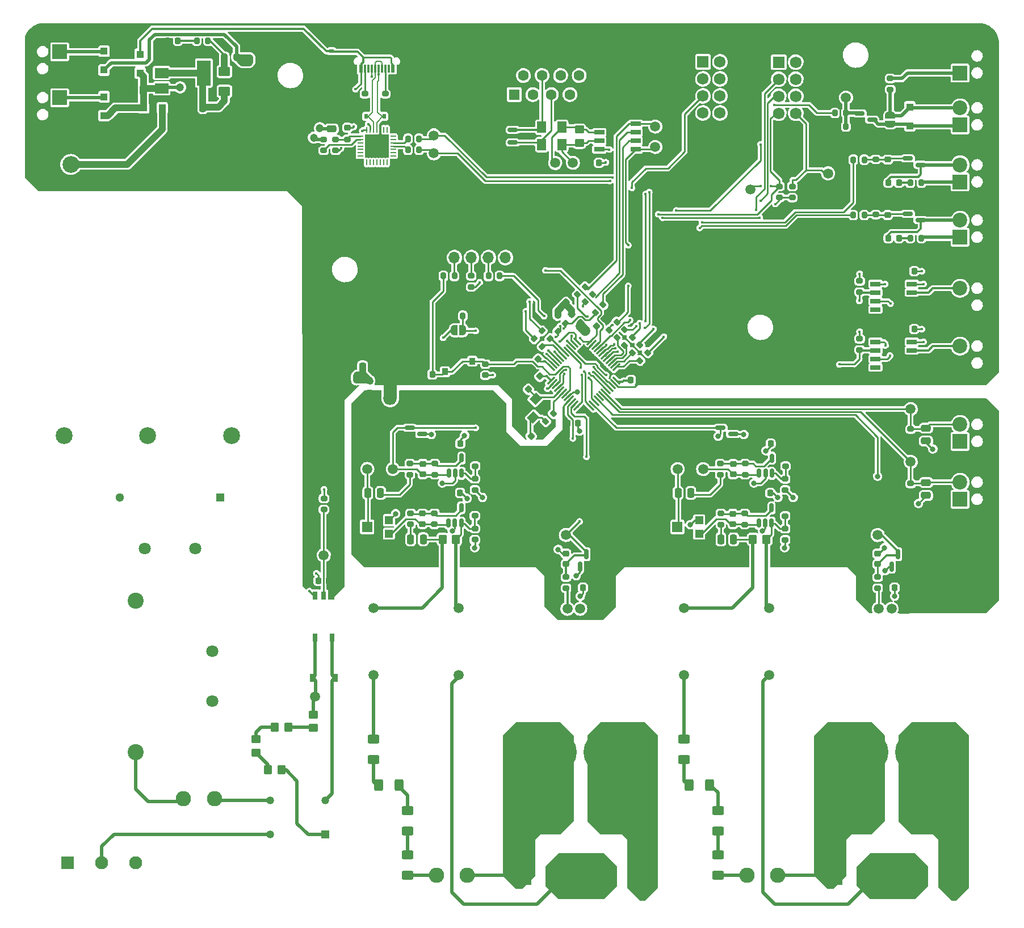
<source format=gtl>
G04 #@! TF.GenerationSoftware,KiCad,Pcbnew,(6.0.9)*
G04 #@! TF.CreationDate,2023-08-24T09:05:20+02:00*
G04 #@! TF.ProjectId,reflow_oven,7265666c-6f77-45f6-9f76-656e2e6b6963,rev?*
G04 #@! TF.SameCoordinates,Original*
G04 #@! TF.FileFunction,Copper,L1,Top*
G04 #@! TF.FilePolarity,Positive*
%FSLAX46Y46*%
G04 Gerber Fmt 4.6, Leading zero omitted, Abs format (unit mm)*
G04 Created by KiCad (PCBNEW (6.0.9)) date 2023-08-24 09:05:20*
%MOMM*%
%LPD*%
G01*
G04 APERTURE LIST*
G04 Aperture macros list*
%AMRoundRect*
0 Rectangle with rounded corners*
0 $1 Rounding radius*
0 $2 $3 $4 $5 $6 $7 $8 $9 X,Y pos of 4 corners*
0 Add a 4 corners polygon primitive as box body*
4,1,4,$2,$3,$4,$5,$6,$7,$8,$9,$2,$3,0*
0 Add four circle primitives for the rounded corners*
1,1,$1+$1,$2,$3*
1,1,$1+$1,$4,$5*
1,1,$1+$1,$6,$7*
1,1,$1+$1,$8,$9*
0 Add four rect primitives between the rounded corners*
20,1,$1+$1,$2,$3,$4,$5,0*
20,1,$1+$1,$4,$5,$6,$7,0*
20,1,$1+$1,$6,$7,$8,$9,0*
20,1,$1+$1,$8,$9,$2,$3,0*%
%AMHorizOval*
0 Thick line with rounded ends*
0 $1 width*
0 $2 $3 position (X,Y) of the first rounded end (center of the circle)*
0 $4 $5 position (X,Y) of the second rounded end (center of the circle)*
0 Add line between two ends*
20,1,$1,$2,$3,$4,$5,0*
0 Add two circle primitives to create the rounded ends*
1,1,$1,$2,$3*
1,1,$1,$4,$5*%
%AMRotRect*
0 Rectangle, with rotation*
0 The origin of the aperture is its center*
0 $1 length*
0 $2 width*
0 $3 Rotation angle, in degrees counterclockwise*
0 Add horizontal line*
21,1,$1,$2,0,0,$3*%
%AMFreePoly0*
4,1,22,0.500000,-0.750000,0.000000,-0.750000,0.000000,-0.745033,-0.079941,-0.743568,-0.215256,-0.701293,-0.333266,-0.622738,-0.424486,-0.514219,-0.481581,-0.384460,-0.499164,-0.250000,-0.500000,-0.250000,-0.500000,0.250000,-0.499164,0.250000,-0.499963,0.256109,-0.478152,0.396186,-0.417904,0.524511,-0.324060,0.630769,-0.204165,0.706417,-0.067858,0.745374,0.000000,0.744959,0.000000,0.750000,
0.500000,0.750000,0.500000,-0.750000,0.500000,-0.750000,$1*%
%AMFreePoly1*
4,1,20,0.000000,0.744959,0.073905,0.744508,0.209726,0.703889,0.328688,0.626782,0.421226,0.519385,0.479903,0.390333,0.500000,0.250000,0.500000,-0.250000,0.499851,-0.262216,0.476331,-0.402017,0.414519,-0.529596,0.319384,-0.634700,0.198574,-0.708877,0.061801,-0.746166,0.000000,-0.745033,0.000000,-0.750000,-0.500000,-0.750000,-0.500000,0.750000,0.000000,0.750000,0.000000,0.744959,
0.000000,0.744959,$1*%
G04 Aperture macros list end*
G04 #@! TA.AperFunction,SMDPad,CuDef*
%ADD10FreePoly0,90.000000*%
G04 #@! TD*
G04 #@! TA.AperFunction,SMDPad,CuDef*
%ADD11FreePoly1,90.000000*%
G04 #@! TD*
G04 #@! TA.AperFunction,SMDPad,CuDef*
%ADD12RoundRect,0.200000X0.275000X-0.200000X0.275000X0.200000X-0.275000X0.200000X-0.275000X-0.200000X0*%
G04 #@! TD*
G04 #@! TA.AperFunction,SMDPad,CuDef*
%ADD13R,0.900000X1.200000*%
G04 #@! TD*
G04 #@! TA.AperFunction,SMDPad,CuDef*
%ADD14RoundRect,0.225000X0.225000X0.250000X-0.225000X0.250000X-0.225000X-0.250000X0.225000X-0.250000X0*%
G04 #@! TD*
G04 #@! TA.AperFunction,SMDPad,CuDef*
%ADD15RoundRect,0.200000X-0.053033X0.335876X-0.335876X0.053033X0.053033X-0.335876X0.335876X-0.053033X0*%
G04 #@! TD*
G04 #@! TA.AperFunction,ComponentPad*
%ADD16R,3.000000X3.000000*%
G04 #@! TD*
G04 #@! TA.AperFunction,ComponentPad*
%ADD17C,3.000000*%
G04 #@! TD*
G04 #@! TA.AperFunction,SMDPad,CuDef*
%ADD18RoundRect,0.225000X-0.225000X-0.250000X0.225000X-0.250000X0.225000X0.250000X-0.225000X0.250000X0*%
G04 #@! TD*
G04 #@! TA.AperFunction,SMDPad,CuDef*
%ADD19C,1.500000*%
G04 #@! TD*
G04 #@! TA.AperFunction,ComponentPad*
%ADD20R,2.200000X2.200000*%
G04 #@! TD*
G04 #@! TA.AperFunction,ComponentPad*
%ADD21C,2.200000*%
G04 #@! TD*
G04 #@! TA.AperFunction,SMDPad,CuDef*
%ADD22RoundRect,0.200000X0.335876X0.053033X0.053033X0.335876X-0.335876X-0.053033X-0.053033X-0.335876X0*%
G04 #@! TD*
G04 #@! TA.AperFunction,SMDPad,CuDef*
%ADD23R,1.100000X1.100000*%
G04 #@! TD*
G04 #@! TA.AperFunction,SMDPad,CuDef*
%ADD24RoundRect,0.200000X0.200000X0.275000X-0.200000X0.275000X-0.200000X-0.275000X0.200000X-0.275000X0*%
G04 #@! TD*
G04 #@! TA.AperFunction,SMDPad,CuDef*
%ADD25C,2.000000*%
G04 #@! TD*
G04 #@! TA.AperFunction,SMDPad,CuDef*
%ADD26RoundRect,0.150000X0.587500X0.150000X-0.587500X0.150000X-0.587500X-0.150000X0.587500X-0.150000X0*%
G04 #@! TD*
G04 #@! TA.AperFunction,SMDPad,CuDef*
%ADD27RoundRect,0.200000X-0.275000X0.200000X-0.275000X-0.200000X0.275000X-0.200000X0.275000X0.200000X0*%
G04 #@! TD*
G04 #@! TA.AperFunction,SMDPad,CuDef*
%ADD28RoundRect,0.250001X0.624999X-0.462499X0.624999X0.462499X-0.624999X0.462499X-0.624999X-0.462499X0*%
G04 #@! TD*
G04 #@! TA.AperFunction,SMDPad,CuDef*
%ADD29RoundRect,0.250000X0.625000X-0.400000X0.625000X0.400000X-0.625000X0.400000X-0.625000X-0.400000X0*%
G04 #@! TD*
G04 #@! TA.AperFunction,SMDPad,CuDef*
%ADD30RoundRect,0.200000X0.053033X-0.335876X0.335876X-0.053033X-0.053033X0.335876X-0.335876X0.053033X0*%
G04 #@! TD*
G04 #@! TA.AperFunction,SMDPad,CuDef*
%ADD31RoundRect,0.062500X-0.062500X0.337500X-0.062500X-0.337500X0.062500X-0.337500X0.062500X0.337500X0*%
G04 #@! TD*
G04 #@! TA.AperFunction,SMDPad,CuDef*
%ADD32RoundRect,0.062500X-0.337500X0.062500X-0.337500X-0.062500X0.337500X-0.062500X0.337500X0.062500X0*%
G04 #@! TD*
G04 #@! TA.AperFunction,SMDPad,CuDef*
%ADD33R,3.350000X3.350000*%
G04 #@! TD*
G04 #@! TA.AperFunction,SMDPad,CuDef*
%ADD34FreePoly0,180.000000*%
G04 #@! TD*
G04 #@! TA.AperFunction,SMDPad,CuDef*
%ADD35FreePoly1,180.000000*%
G04 #@! TD*
G04 #@! TA.AperFunction,ComponentPad*
%ADD36C,1.800000*%
G04 #@! TD*
G04 #@! TA.AperFunction,ComponentPad*
%ADD37C,2.524000*%
G04 #@! TD*
G04 #@! TA.AperFunction,SMDPad,CuDef*
%ADD38RoundRect,0.250000X0.250000X0.475000X-0.250000X0.475000X-0.250000X-0.475000X0.250000X-0.475000X0*%
G04 #@! TD*
G04 #@! TA.AperFunction,SMDPad,CuDef*
%ADD39RoundRect,0.225000X0.250000X-0.225000X0.250000X0.225000X-0.250000X0.225000X-0.250000X-0.225000X0*%
G04 #@! TD*
G04 #@! TA.AperFunction,SMDPad,CuDef*
%ADD40RoundRect,0.250000X0.400000X0.625000X-0.400000X0.625000X-0.400000X-0.625000X0.400000X-0.625000X0*%
G04 #@! TD*
G04 #@! TA.AperFunction,SMDPad,CuDef*
%ADD41RoundRect,0.225000X-0.250000X0.225000X-0.250000X-0.225000X0.250000X-0.225000X0.250000X0.225000X0*%
G04 #@! TD*
G04 #@! TA.AperFunction,SMDPad,CuDef*
%ADD42RoundRect,0.150000X-0.587500X-0.150000X0.587500X-0.150000X0.587500X0.150000X-0.587500X0.150000X0*%
G04 #@! TD*
G04 #@! TA.AperFunction,ComponentPad*
%ADD43R,1.725000X1.725000*%
G04 #@! TD*
G04 #@! TA.AperFunction,ComponentPad*
%ADD44C,1.725000*%
G04 #@! TD*
G04 #@! TA.AperFunction,SMDPad,CuDef*
%ADD45RoundRect,0.150000X0.150000X-0.587500X0.150000X0.587500X-0.150000X0.587500X-0.150000X-0.587500X0*%
G04 #@! TD*
G04 #@! TA.AperFunction,SMDPad,CuDef*
%ADD46RoundRect,0.250000X0.450000X-0.350000X0.450000X0.350000X-0.450000X0.350000X-0.450000X-0.350000X0*%
G04 #@! TD*
G04 #@! TA.AperFunction,SMDPad,CuDef*
%ADD47RoundRect,0.250000X-0.250000X-0.475000X0.250000X-0.475000X0.250000X0.475000X-0.250000X0.475000X0*%
G04 #@! TD*
G04 #@! TA.AperFunction,SMDPad,CuDef*
%ADD48RoundRect,0.225000X0.017678X-0.335876X0.335876X-0.017678X-0.017678X0.335876X-0.335876X0.017678X0*%
G04 #@! TD*
G04 #@! TA.AperFunction,SMDPad,CuDef*
%ADD49R,0.700000X0.600000*%
G04 #@! TD*
G04 #@! TA.AperFunction,SMDPad,CuDef*
%ADD50RoundRect,0.225000X0.335876X0.017678X0.017678X0.335876X-0.335876X-0.017678X-0.017678X-0.335876X0*%
G04 #@! TD*
G04 #@! TA.AperFunction,ComponentPad*
%ADD51C,2.286000*%
G04 #@! TD*
G04 #@! TA.AperFunction,SMDPad,CuDef*
%ADD52RoundRect,0.200000X-0.335876X-0.053033X-0.053033X-0.335876X0.335876X0.053033X0.053033X0.335876X0*%
G04 #@! TD*
G04 #@! TA.AperFunction,SMDPad,CuDef*
%ADD53RoundRect,0.150000X0.150000X-0.512500X0.150000X0.512500X-0.150000X0.512500X-0.150000X-0.512500X0*%
G04 #@! TD*
G04 #@! TA.AperFunction,SMDPad,CuDef*
%ADD54R,1.200000X1.200000*%
G04 #@! TD*
G04 #@! TA.AperFunction,SMDPad,CuDef*
%ADD55R,1.500000X1.600000*%
G04 #@! TD*
G04 #@! TA.AperFunction,SMDPad,CuDef*
%ADD56R,0.800000X1.200000*%
G04 #@! TD*
G04 #@! TA.AperFunction,SMDPad,CuDef*
%ADD57RoundRect,0.250001X0.462499X0.624999X-0.462499X0.624999X-0.462499X-0.624999X0.462499X-0.624999X0*%
G04 #@! TD*
G04 #@! TA.AperFunction,ComponentPad*
%ADD58R,1.180000X1.180000*%
G04 #@! TD*
G04 #@! TA.AperFunction,ComponentPad*
%ADD59C,1.180000*%
G04 #@! TD*
G04 #@! TA.AperFunction,SMDPad,CuDef*
%ADD60RoundRect,0.250000X-0.475000X0.250000X-0.475000X-0.250000X0.475000X-0.250000X0.475000X0.250000X0*%
G04 #@! TD*
G04 #@! TA.AperFunction,ComponentPad*
%ADD61C,2.400000*%
G04 #@! TD*
G04 #@! TA.AperFunction,ComponentPad*
%ADD62C,1.500000*%
G04 #@! TD*
G04 #@! TA.AperFunction,SMDPad,CuDef*
%ADD63RoundRect,0.250000X-0.625000X0.400000X-0.625000X-0.400000X0.625000X-0.400000X0.625000X0.400000X0*%
G04 #@! TD*
G04 #@! TA.AperFunction,SMDPad,CuDef*
%ADD64RoundRect,0.200000X-0.200000X-0.275000X0.200000X-0.275000X0.200000X0.275000X-0.200000X0.275000X0*%
G04 #@! TD*
G04 #@! TA.AperFunction,SMDPad,CuDef*
%ADD65RoundRect,0.237500X-0.237500X0.250000X-0.237500X-0.250000X0.237500X-0.250000X0.237500X0.250000X0*%
G04 #@! TD*
G04 #@! TA.AperFunction,SMDPad,CuDef*
%ADD66RoundRect,0.075000X-0.415425X-0.521491X0.521491X0.415425X0.415425X0.521491X-0.521491X-0.415425X0*%
G04 #@! TD*
G04 #@! TA.AperFunction,SMDPad,CuDef*
%ADD67RoundRect,0.075000X0.415425X-0.521491X0.521491X-0.415425X-0.415425X0.521491X-0.521491X0.415425X0*%
G04 #@! TD*
G04 #@! TA.AperFunction,SMDPad,CuDef*
%ADD68R,2.000000X1.500000*%
G04 #@! TD*
G04 #@! TA.AperFunction,SMDPad,CuDef*
%ADD69R,2.000000X3.800000*%
G04 #@! TD*
G04 #@! TA.AperFunction,SMDPad,CuDef*
%ADD70R,0.600000X0.700000*%
G04 #@! TD*
G04 #@! TA.AperFunction,SMDPad,CuDef*
%ADD71RoundRect,0.218750X-0.218750X-0.256250X0.218750X-0.256250X0.218750X0.256250X-0.218750X0.256250X0*%
G04 #@! TD*
G04 #@! TA.AperFunction,SMDPad,CuDef*
%ADD72RoundRect,0.250000X0.512652X0.159099X0.159099X0.512652X-0.512652X-0.159099X-0.159099X-0.512652X0*%
G04 #@! TD*
G04 #@! TA.AperFunction,SMDPad,CuDef*
%ADD73R,1.525000X0.650000*%
G04 #@! TD*
G04 #@! TA.AperFunction,ComponentPad*
%ADD74R,1.300000X1.300000*%
G04 #@! TD*
G04 #@! TA.AperFunction,ComponentPad*
%ADD75C,1.300000*%
G04 #@! TD*
G04 #@! TA.AperFunction,SMDPad,CuDef*
%ADD76RotRect,1.400000X1.200000X225.000000*%
G04 #@! TD*
G04 #@! TA.AperFunction,SMDPad,CuDef*
%ADD77RoundRect,0.250000X0.350000X0.450000X-0.350000X0.450000X-0.350000X-0.450000X0.350000X-0.450000X0*%
G04 #@! TD*
G04 #@! TA.AperFunction,SMDPad,CuDef*
%ADD78RoundRect,0.250000X-0.350000X-0.450000X0.350000X-0.450000X0.350000X0.450000X-0.350000X0.450000X0*%
G04 #@! TD*
G04 #@! TA.AperFunction,SMDPad,CuDef*
%ADD79RoundRect,0.250000X-0.450000X0.350000X-0.450000X-0.350000X0.450000X-0.350000X0.450000X0.350000X0*%
G04 #@! TD*
G04 #@! TA.AperFunction,SMDPad,CuDef*
%ADD80RoundRect,0.225000X-0.017678X0.335876X-0.335876X0.017678X0.017678X-0.335876X0.335876X-0.017678X0*%
G04 #@! TD*
G04 #@! TA.AperFunction,SMDPad,CuDef*
%ADD81R,0.600000X1.160000*%
G04 #@! TD*
G04 #@! TA.AperFunction,SMDPad,CuDef*
%ADD82R,0.300000X1.160000*%
G04 #@! TD*
G04 #@! TA.AperFunction,ComponentPad*
%ADD83O,0.900000X1.700000*%
G04 #@! TD*
G04 #@! TA.AperFunction,ComponentPad*
%ADD84O,0.900000X2.000000*%
G04 #@! TD*
G04 #@! TA.AperFunction,SMDPad,CuDef*
%ADD85R,0.900000X1.000000*%
G04 #@! TD*
G04 #@! TA.AperFunction,SMDPad,CuDef*
%ADD86RoundRect,0.237500X-0.344715X0.008839X0.008839X-0.344715X0.344715X-0.008839X-0.008839X0.344715X0*%
G04 #@! TD*
G04 #@! TA.AperFunction,SMDPad,CuDef*
%ADD87RoundRect,0.237500X-0.250000X-0.237500X0.250000X-0.237500X0.250000X0.237500X-0.250000X0.237500X0*%
G04 #@! TD*
G04 #@! TA.AperFunction,ComponentPad*
%ADD88C,4.000000*%
G04 #@! TD*
G04 #@! TA.AperFunction,ComponentPad*
%ADD89R,1.600000X1.600000*%
G04 #@! TD*
G04 #@! TA.AperFunction,ComponentPad*
%ADD90C,1.600000*%
G04 #@! TD*
G04 #@! TA.AperFunction,ComponentPad*
%ADD91R,1.500000X1.500000*%
G04 #@! TD*
G04 #@! TA.AperFunction,ComponentPad*
%ADD92C,0.800000*%
G04 #@! TD*
G04 #@! TA.AperFunction,ComponentPad*
%ADD93HorizOval,0.800000X0.000000X0.000000X0.000000X0.000000X0*%
G04 #@! TD*
G04 #@! TA.AperFunction,ComponentPad*
%ADD94O,9.000000X6.000000*%
G04 #@! TD*
G04 #@! TA.AperFunction,ComponentPad*
%ADD95HorizOval,0.800000X0.000000X0.000000X0.000000X0.000000X0*%
G04 #@! TD*
G04 #@! TA.AperFunction,ComponentPad*
%ADD96R,1.950000X1.950000*%
G04 #@! TD*
G04 #@! TA.AperFunction,ComponentPad*
%ADD97C,1.950000*%
G04 #@! TD*
G04 #@! TA.AperFunction,SMDPad,CuDef*
%ADD98RoundRect,0.250000X0.475000X-0.250000X0.475000X0.250000X-0.475000X0.250000X-0.475000X-0.250000X0*%
G04 #@! TD*
G04 #@! TA.AperFunction,ComponentPad*
%ADD99R,1.700000X1.700000*%
G04 #@! TD*
G04 #@! TA.AperFunction,ComponentPad*
%ADD100O,1.700000X1.700000*%
G04 #@! TD*
G04 #@! TA.AperFunction,ViaPad*
%ADD101C,0.400000*%
G04 #@! TD*
G04 #@! TA.AperFunction,ViaPad*
%ADD102C,1.200000*%
G04 #@! TD*
G04 #@! TA.AperFunction,ViaPad*
%ADD103C,0.800000*%
G04 #@! TD*
G04 #@! TA.AperFunction,Conductor*
%ADD104C,0.500000*%
G04 #@! TD*
G04 #@! TA.AperFunction,Conductor*
%ADD105C,0.300000*%
G04 #@! TD*
G04 #@! TA.AperFunction,Conductor*
%ADD106C,0.250000*%
G04 #@! TD*
G04 #@! TA.AperFunction,Conductor*
%ADD107C,1.000000*%
G04 #@! TD*
G04 #@! TA.AperFunction,Conductor*
%ADD108C,1.500000*%
G04 #@! TD*
G04 #@! TA.AperFunction,Conductor*
%ADD109C,0.200000*%
G04 #@! TD*
G04 #@! TA.AperFunction,Conductor*
%ADD110C,0.254000*%
G04 #@! TD*
G04 APERTURE END LIST*
G36*
X194038065Y-144265400D02*
G01*
X192038065Y-144265400D01*
X192038065Y-140265400D01*
X194038065Y-140265400D01*
X194038065Y-144265400D01*
G37*
D10*
X267637865Y-103316800D03*
D11*
X267637865Y-102016800D03*
D12*
X186662665Y-107251000D03*
X186662665Y-105601000D03*
D13*
X181479865Y-185982800D03*
X184779865Y-185982800D03*
D12*
X270685865Y-158609800D03*
X270685865Y-156959800D03*
D14*
X271206865Y-125272800D03*
X269656865Y-125272800D03*
D15*
X217381220Y-146522645D03*
X216214494Y-147689371D03*
D16*
X225364865Y-215472200D03*
D17*
X230444865Y-215472200D03*
D18*
X228940665Y-141528800D03*
X230490665Y-141528800D03*
D12*
X205719865Y-154358800D03*
X205719865Y-152708800D03*
D19*
X270685865Y-153720800D03*
D20*
X278051865Y-103428800D03*
D21*
X278051865Y-100888800D03*
D22*
X219199228Y-133044363D03*
X218032502Y-131877637D03*
D23*
X270558865Y-100758800D03*
X270558865Y-103558800D03*
D24*
X202626065Y-125984000D03*
X200976065Y-125984000D03*
D12*
X270685865Y-150481800D03*
X270685865Y-148831800D03*
D18*
X201959865Y-150993800D03*
X203509865Y-150993800D03*
D25*
X193038065Y-140265400D03*
X193038065Y-144265400D03*
D26*
X197836365Y-149590800D03*
X197836365Y-147690800D03*
X195961365Y-148640800D03*
D27*
X242262865Y-153994800D03*
X242262865Y-155644800D03*
D12*
X251102465Y-114261400D03*
X251102465Y-112611400D03*
D23*
X155750865Y-95684800D03*
X155750865Y-92884800D03*
D28*
X168323865Y-98439300D03*
X168323865Y-95464300D03*
D29*
X241930865Y-215472800D03*
X241930865Y-212372800D03*
D27*
X219268865Y-170933800D03*
X219268865Y-172583800D03*
D12*
X207247065Y-140804400D03*
X207247065Y-139154400D03*
D30*
X222096502Y-129869363D03*
X223263228Y-128702637D03*
D31*
X192556865Y-104153800D03*
X192056865Y-104153800D03*
X191556865Y-104153800D03*
X191056865Y-104153800D03*
X190556865Y-104153800D03*
X190056865Y-104153800D03*
X189556865Y-104153800D03*
D32*
X188606865Y-105103800D03*
X188606865Y-105603800D03*
X188606865Y-106103800D03*
X188606865Y-106603800D03*
X188606865Y-107103800D03*
X188606865Y-107603800D03*
X188606865Y-108103800D03*
D31*
X189556865Y-109053800D03*
X190056865Y-109053800D03*
X190556865Y-109053800D03*
X191056865Y-109053800D03*
X191556865Y-109053800D03*
X192056865Y-109053800D03*
X192556865Y-109053800D03*
D32*
X193506865Y-108103800D03*
X193506865Y-107603800D03*
X193506865Y-107103800D03*
X193506865Y-106603800D03*
X193506865Y-106103800D03*
X193506865Y-105603800D03*
X193506865Y-105103800D03*
D33*
X191056865Y-106603800D03*
D34*
X203885665Y-134086600D03*
D35*
X202585665Y-134086600D03*
D12*
X192326865Y-100443800D03*
X192326865Y-98793800D03*
D36*
X156445865Y-166674800D03*
X163945865Y-166674800D03*
D37*
X144393865Y-149840800D03*
X156893865Y-149840800D03*
X169393865Y-149840800D03*
X168393865Y-109340800D03*
X145393865Y-109340800D03*
D38*
X165082865Y-100761800D03*
X163182865Y-100761800D03*
D30*
X220978902Y-128777163D03*
X222145628Y-127610437D03*
D39*
X219268865Y-168977800D03*
X219268865Y-167427800D03*
D40*
X240686865Y-201984800D03*
X237586865Y-201984800D03*
D41*
X244145865Y-161473800D03*
X244145865Y-163023800D03*
D20*
X143750865Y-99364800D03*
D21*
X143750865Y-101904800D03*
D16*
X271775865Y-215472200D03*
D17*
X276855865Y-215472200D03*
D29*
X195646865Y-208868800D03*
X195646865Y-205768800D03*
D42*
X270256365Y-116702800D03*
X270256365Y-118602800D03*
X272131365Y-117652800D03*
D27*
X251956865Y-163709800D03*
X251956865Y-165359800D03*
D43*
X239697865Y-94030800D03*
D44*
X242237865Y-94030800D03*
X239697865Y-96570800D03*
X242237865Y-96570800D03*
X239697865Y-99110800D03*
X242237865Y-99110800D03*
X239697865Y-101650800D03*
X242237865Y-101650800D03*
X239697865Y-104190800D03*
X242237865Y-104190800D03*
D45*
X221366865Y-169394300D03*
X223266865Y-169394300D03*
X222316865Y-167519300D03*
D19*
X220292265Y-109093000D03*
D29*
X241930865Y-208868800D03*
X241930865Y-205768800D03*
D38*
X197986865Y-165280800D03*
X196086865Y-165280800D03*
D26*
X244191365Y-149590800D03*
X244191365Y-147690800D03*
X242316365Y-148640800D03*
D12*
X252003865Y-154374800D03*
X252003865Y-152724800D03*
D27*
X265478865Y-116827800D03*
X265478865Y-118477800D03*
D46*
X181549865Y-193459800D03*
X181549865Y-191459800D03*
D20*
X278051865Y-95681800D03*
D21*
X278051865Y-93141800D03*
D41*
X197861865Y-161457800D03*
X197861865Y-163007800D03*
D19*
X235915865Y-154819800D03*
D47*
X188938465Y-139623800D03*
X190838465Y-139623800D03*
D14*
X223345865Y-172520800D03*
X221795865Y-172520800D03*
D24*
X203882865Y-131927600D03*
X202232865Y-131927600D03*
X261018365Y-103682800D03*
X259368365Y-103682800D03*
D48*
X223833657Y-133506216D03*
X224929673Y-132410200D03*
D49*
X184325865Y-91044800D03*
X184325865Y-92444800D03*
D50*
X215379273Y-140959208D03*
X214283257Y-139863192D03*
D12*
X245970865Y-155644800D03*
X245970865Y-153994800D03*
X189278865Y-100443800D03*
X189278865Y-98793800D03*
D51*
X204550865Y-215446800D03*
X199950865Y-215446800D03*
D52*
X215695702Y-134189037D03*
X216862428Y-135355763D03*
D23*
X150368000Y-99234800D03*
X150368000Y-102034800D03*
D53*
X248021865Y-162878300D03*
X248971865Y-162878300D03*
X249921865Y-162878300D03*
X249921865Y-160603300D03*
X248021865Y-160603300D03*
D39*
X186662665Y-103848200D03*
X186662665Y-102298200D03*
D27*
X267637865Y-96507800D03*
X267637865Y-98157800D03*
D42*
X263065865Y-101716800D03*
X263065865Y-103616800D03*
X264940865Y-102666800D03*
D54*
X239139865Y-164455800D03*
D55*
X235889865Y-163455800D03*
D54*
X239139865Y-162455800D03*
D20*
X143750865Y-92506800D03*
D21*
X143750865Y-95046800D03*
D14*
X269826865Y-172520800D03*
X268276865Y-172520800D03*
D27*
X251964865Y-156280800D03*
X251964865Y-157930800D03*
D56*
X181845865Y-179963800D03*
X184385865Y-179963800D03*
X184385865Y-173663800D03*
X183115865Y-173663800D03*
X181845865Y-173663800D03*
D19*
X232585865Y-103682800D03*
D42*
X211328365Y-104180600D03*
X211328365Y-106080600D03*
X213203365Y-105130600D03*
D57*
X218630165Y-103803700D03*
X215655165Y-103803700D03*
D27*
X263065865Y-126733800D03*
X263065865Y-128383800D03*
D19*
X265749865Y-164646800D03*
D42*
X270256365Y-108447800D03*
X270256365Y-110347800D03*
X272131365Y-109397800D03*
D58*
X183388865Y-209360800D03*
D59*
X183388865Y-204260800D03*
X175138865Y-204260800D03*
X175138865Y-209360800D03*
D36*
X166545865Y-189474800D03*
X166545865Y-181974800D03*
D60*
X272971865Y-148706800D03*
X272971865Y-150606800D03*
D61*
X155115865Y-197024800D03*
X155115865Y-174424800D03*
D19*
X246809865Y-113080800D03*
D62*
X236850865Y-185552800D03*
X249550865Y-185552800D03*
X249550865Y-175552800D03*
X236850865Y-175552800D03*
D19*
X181803865Y-188776800D03*
D16*
X259075865Y-215446800D03*
D17*
X264155865Y-215446800D03*
D19*
X193441865Y-154803800D03*
D39*
X265749865Y-168977800D03*
X265749865Y-167427800D03*
D47*
X235981865Y-158375800D03*
X237881865Y-158375800D03*
D40*
X194402865Y-201984800D03*
X191302865Y-201984800D03*
D19*
X261033865Y-99364800D03*
D45*
X267847865Y-169394300D03*
X269747865Y-169394300D03*
X268797865Y-167519300D03*
D63*
X236850865Y-195100800D03*
X236850865Y-198200800D03*
D41*
X244192865Y-154044800D03*
X244192865Y-155594800D03*
D38*
X156192865Y-98221800D03*
X154292865Y-98221800D03*
D64*
X164196865Y-90855800D03*
X165846865Y-90855800D03*
D65*
X189990065Y-141632300D03*
X189990065Y-143457300D03*
D66*
X217029989Y-141613188D03*
X217383543Y-141966742D03*
X217737096Y-142320295D03*
X218090650Y-142673849D03*
X218444203Y-143027402D03*
X218797756Y-143380955D03*
X219151310Y-143734509D03*
X219504863Y-144088062D03*
X219858416Y-144441615D03*
X220211970Y-144795169D03*
X220565523Y-145148722D03*
X220919077Y-145502276D03*
D67*
X222916653Y-145502276D03*
X223270207Y-145148722D03*
X223623760Y-144795169D03*
X223977314Y-144441615D03*
X224330867Y-144088062D03*
X224684420Y-143734509D03*
X225037974Y-143380955D03*
X225391527Y-143027402D03*
X225745080Y-142673849D03*
X226098634Y-142320295D03*
X226452187Y-141966742D03*
X226805741Y-141613188D03*
D66*
X226805741Y-139615612D03*
X226452187Y-139262058D03*
X226098634Y-138908505D03*
X225745080Y-138554951D03*
X225391527Y-138201398D03*
X225037974Y-137847845D03*
X224684420Y-137494291D03*
X224330867Y-137140738D03*
X223977314Y-136787185D03*
X223623760Y-136433631D03*
X223270207Y-136080078D03*
X222916653Y-135726524D03*
D67*
X220919077Y-135726524D03*
X220565523Y-136080078D03*
X220211970Y-136433631D03*
X219858416Y-136787185D03*
X219504863Y-137140738D03*
X219151310Y-137494291D03*
X218797756Y-137847845D03*
X218444203Y-138201398D03*
X218090650Y-138554951D03*
X217737096Y-138908505D03*
X217383543Y-139262058D03*
X217029989Y-139615612D03*
D68*
X158954363Y-93381800D03*
D69*
X165254363Y-95681800D03*
D68*
X158954363Y-95681800D03*
X158954363Y-97981800D03*
D12*
X184884665Y-107251000D03*
X184884665Y-105601000D03*
X205672865Y-161787800D03*
X205672865Y-160137800D03*
D27*
X205680865Y-156264800D03*
X205680865Y-157914800D03*
D24*
X263763865Y-116890800D03*
X262113865Y-116890800D03*
D70*
X188070865Y-102158800D03*
X189470865Y-102158800D03*
D19*
X232585865Y-106730800D03*
D53*
X201737865Y-162862300D03*
X202687865Y-162862300D03*
X203637865Y-162862300D03*
X203637865Y-160587300D03*
X201737865Y-160587300D03*
D51*
X250834865Y-215446800D03*
X246234865Y-215446800D03*
D14*
X224166065Y-109093000D03*
X222616065Y-109093000D03*
D50*
X215099873Y-138393808D03*
X214003857Y-137297792D03*
D71*
X267358365Y-112064800D03*
X268933365Y-112064800D03*
D15*
X228013028Y-134011237D03*
X226846302Y-135177963D03*
X229156865Y-135153400D03*
X227990139Y-136320126D03*
D72*
X219109816Y-130110151D03*
X217766314Y-128766649D03*
D12*
X199686865Y-155628800D03*
X199686865Y-153978800D03*
D46*
X173040865Y-197142800D03*
X173040865Y-195142800D03*
D73*
X229659065Y-107086400D03*
X229659065Y-105816400D03*
X229659065Y-104546400D03*
X229659065Y-103276400D03*
X224235065Y-103276400D03*
X224235065Y-104546400D03*
X224235065Y-105816400D03*
X224235065Y-107086400D03*
D27*
X196083865Y-161407800D03*
X196083865Y-163057800D03*
D19*
X199565865Y-107670600D03*
D38*
X244270865Y-165296800D03*
X242370865Y-165296800D03*
D74*
X167695865Y-159054800D03*
D75*
X152695865Y-159054800D03*
D60*
X272971865Y-156834800D03*
X272971865Y-158734800D03*
D19*
X183129865Y-167669800D03*
D76*
X214728642Y-144340942D03*
X213173007Y-145896577D03*
X214375088Y-147098658D03*
X215930723Y-145543023D03*
D64*
X195692865Y-107162600D03*
X197342865Y-107162600D03*
D53*
X248068865Y-155449300D03*
X249018865Y-155449300D03*
X249968865Y-155449300D03*
X249968865Y-153174300D03*
X248068865Y-153174300D03*
D20*
X278051865Y-120192800D03*
D21*
X278051865Y-117652800D03*
D27*
X195978865Y-153978800D03*
X195978865Y-155628800D03*
X205128465Y-125971800D03*
X205128465Y-127621800D03*
D73*
X270857865Y-139623800D03*
X270857865Y-138353800D03*
X270857865Y-137083800D03*
X270857865Y-135813800D03*
X265433865Y-135813800D03*
X265433865Y-137083800D03*
X265433865Y-138353800D03*
X265433865Y-139623800D03*
D53*
X201784865Y-155433300D03*
X202734865Y-155433300D03*
X203684865Y-155433300D03*
X203684865Y-153158300D03*
X201784865Y-153158300D03*
D12*
X253032865Y-114286800D03*
X253032865Y-112636800D03*
D20*
X278051865Y-159308800D03*
D21*
X278051865Y-156768800D03*
D19*
X199565865Y-105003600D03*
D18*
X219517265Y-147929600D03*
X221067265Y-147929600D03*
D77*
X249146865Y-165296800D03*
X247146865Y-165296800D03*
D14*
X271206865Y-133908800D03*
X269656865Y-133908800D03*
D15*
X230299865Y-136296400D03*
X229133139Y-137463126D03*
D78*
X175850865Y-193348800D03*
X177850865Y-193348800D03*
D24*
X261018365Y-101650800D03*
X259368365Y-101650800D03*
D79*
X221257465Y-104130600D03*
X221257465Y-106130600D03*
D29*
X195646865Y-215472800D03*
X195646865Y-212372800D03*
D12*
X251956865Y-161803800D03*
X251956865Y-160153800D03*
D71*
X267358365Y-120319800D03*
X268933365Y-120319800D03*
D20*
X278051865Y-138988800D03*
D21*
X278051865Y-136448800D03*
D19*
X258366865Y-110667800D03*
D12*
X245923865Y-163073800D03*
X245923865Y-161423800D03*
D23*
X150368000Y-92453000D03*
X150368000Y-95253000D03*
D20*
X278051865Y-111937800D03*
D21*
X278051865Y-109397800D03*
D27*
X263065865Y-135369800D03*
X263065865Y-137019800D03*
D19*
X219250865Y-164642800D03*
D14*
X199324865Y-140690600D03*
X197774865Y-140690600D03*
D52*
X214552702Y-135332037D03*
X215719428Y-136498763D03*
D20*
X278051865Y-130352800D03*
D21*
X278051865Y-127812800D03*
D80*
X213677473Y-142911192D03*
X212581457Y-144007208D03*
D27*
X242367865Y-161423800D03*
X242367865Y-163073800D03*
D81*
X194256865Y-95016800D03*
X193456865Y-95016800D03*
D82*
X192306865Y-95016800D03*
X191306865Y-95016800D03*
X190806865Y-95016800D03*
X189806865Y-95016800D03*
D81*
X188656865Y-95016800D03*
X187856865Y-95016800D03*
X187856865Y-95016800D03*
X188656865Y-95016800D03*
D82*
X189306865Y-95016800D03*
X190306865Y-95016800D03*
X191806865Y-95016800D03*
X192806865Y-95016800D03*
D81*
X193456865Y-95016800D03*
X194256865Y-95016800D03*
D83*
X195376865Y-90266800D03*
D84*
X186736865Y-94436800D03*
X195376865Y-94436800D03*
D83*
X186736865Y-90266800D03*
D73*
X270857865Y-130987800D03*
X270857865Y-129717800D03*
X270857865Y-128447800D03*
X270857865Y-127177800D03*
X265433865Y-127177800D03*
X265433865Y-128447800D03*
X265433865Y-129717800D03*
X265433865Y-130987800D03*
D19*
X270685865Y-145846800D03*
D16*
X212664865Y-215446800D03*
D17*
X217744865Y-215446800D03*
D63*
X190566865Y-195100800D03*
X190566865Y-198200800D03*
D71*
X159789365Y-90855800D03*
X161364365Y-90855800D03*
D20*
X278051865Y-150672800D03*
D21*
X278051865Y-148132800D03*
D43*
X251000865Y-94081600D03*
D44*
X253540865Y-94081600D03*
X251000865Y-96621600D03*
X253540865Y-96621600D03*
X251000865Y-99161600D03*
X253540865Y-99161600D03*
X251000865Y-101701600D03*
X253540865Y-101701600D03*
X251000865Y-104241600D03*
X253540865Y-104241600D03*
D64*
X207707065Y-125984000D03*
X209357065Y-125984000D03*
D27*
X265749865Y-170933800D03*
X265749865Y-172583800D03*
D19*
X239725865Y-154819800D03*
D12*
X199639865Y-163057800D03*
X199639865Y-161407800D03*
D18*
X248196865Y-158375800D03*
X249746865Y-158375800D03*
D15*
X231442865Y-137439400D03*
X230276139Y-138606126D03*
D27*
X205672865Y-163693800D03*
X205672865Y-165343800D03*
D30*
X223620502Y-131444163D03*
X224787228Y-130277437D03*
D62*
X190566865Y-185552800D03*
X203266865Y-185552800D03*
X203266865Y-175552800D03*
X190566865Y-175552800D03*
D12*
X183157465Y-160845000D03*
X183157465Y-159195000D03*
D85*
X201198865Y-138696800D03*
X205298865Y-138696800D03*
X201198865Y-140296800D03*
X205298865Y-140296800D03*
D77*
X176834865Y-199698800D03*
X174834865Y-199698800D03*
D86*
X220129630Y-131663365D03*
X221420100Y-132953835D03*
D70*
X193534865Y-102158800D03*
X192134865Y-102158800D03*
D18*
X201912865Y-158359800D03*
X203462865Y-158359800D03*
D30*
X225703302Y-134034963D03*
X226870028Y-132868237D03*
D47*
X189697865Y-158359800D03*
X191597865Y-158359800D03*
D87*
X168300365Y-93268800D03*
X170125365Y-93268800D03*
D88*
X229581865Y-97487600D03*
X204581865Y-97487600D03*
D89*
X211541865Y-98907600D03*
D90*
X214311865Y-98907600D03*
X217081865Y-98907600D03*
X219851865Y-98907600D03*
X222621865Y-98907600D03*
X212926865Y-96067600D03*
X215696865Y-96067600D03*
X218466865Y-96067600D03*
X221236865Y-96067600D03*
D91*
X223302465Y-175656400D03*
D62*
X221392465Y-175656400D03*
X219482465Y-175656400D03*
D92*
X214392465Y-199106400D03*
X214392465Y-195006400D03*
D93*
X220342465Y-196426400D03*
D92*
X215722465Y-195006400D03*
D94*
X216392465Y-197056400D03*
D92*
X213192465Y-195396400D03*
X218392465Y-199106400D03*
X215722465Y-199106400D03*
D95*
X220342465Y-197686400D03*
D92*
X212442465Y-196426400D03*
X217062465Y-195006400D03*
X217062465Y-199106400D03*
X219592465Y-195396400D03*
X219592465Y-198716400D03*
X218392465Y-195006400D03*
X213192465Y-198716400D03*
X212442465Y-197686400D03*
D95*
X222442465Y-196426400D03*
D92*
X223192465Y-198716400D03*
D93*
X222442465Y-197686400D03*
D92*
X224392465Y-195006400D03*
X225722465Y-199106400D03*
X228392465Y-199106400D03*
X228392465Y-195006400D03*
X227062465Y-195006400D03*
X224392465Y-199106400D03*
X223192465Y-195396400D03*
X227062465Y-199106400D03*
X225722465Y-195006400D03*
X229592465Y-195396400D03*
D94*
X226392465Y-197056400D03*
D92*
X230342465Y-196426400D03*
X229592465Y-198716400D03*
X230342465Y-197686400D03*
D23*
X156255865Y-100888800D03*
X159055865Y-100888800D03*
D96*
X144955865Y-213556800D03*
D97*
X150035865Y-213556800D03*
X155115865Y-213556800D03*
D77*
X202862865Y-165280800D03*
X200862865Y-165280800D03*
D98*
X184325865Y-104023200D03*
X184325865Y-102123200D03*
D51*
X162231865Y-204016800D03*
X166831865Y-204016800D03*
D64*
X195692865Y-105511600D03*
X197342865Y-105511600D03*
D41*
X267256865Y-108622800D03*
X267256865Y-110172800D03*
D18*
X248243865Y-151009800D03*
X249793865Y-151009800D03*
D41*
X267256865Y-116877800D03*
X267256865Y-118427800D03*
D18*
X182340865Y-171479800D03*
X183890865Y-171479800D03*
D48*
X214054657Y-149874608D03*
X215150673Y-148778592D03*
D54*
X192855865Y-164439800D03*
D55*
X189605865Y-163439800D03*
D54*
X192855865Y-162439800D03*
D27*
X265478865Y-108572800D03*
X265478865Y-110222800D03*
D99*
X197533865Y-123240800D03*
D100*
X200073865Y-123240800D03*
X202613865Y-123240800D03*
X205153865Y-123240800D03*
X207693865Y-123240800D03*
X210233865Y-123240800D03*
D91*
X269738865Y-175656400D03*
D62*
X267828865Y-175656400D03*
X265918865Y-175656400D03*
D94*
X262828865Y-197056400D03*
D92*
X263498865Y-199106400D03*
X266028865Y-195396400D03*
X264828865Y-195006400D03*
D95*
X266778865Y-197686400D03*
D92*
X259628865Y-198716400D03*
X266028865Y-198716400D03*
X262158865Y-195006400D03*
X258878865Y-196426400D03*
X263498865Y-195006400D03*
X264828865Y-199106400D03*
D93*
X266778865Y-196426400D03*
D92*
X260828865Y-195006400D03*
X260828865Y-199106400D03*
X259628865Y-195396400D03*
X258878865Y-197686400D03*
X262158865Y-199106400D03*
X273498865Y-195006400D03*
X276778865Y-196426400D03*
X272158865Y-199106400D03*
X270828865Y-195006400D03*
X273498865Y-199106400D03*
X272158865Y-195006400D03*
D93*
X268878865Y-197686400D03*
D94*
X272828865Y-197056400D03*
D92*
X269628865Y-195396400D03*
X276028865Y-198716400D03*
X269628865Y-198716400D03*
X274828865Y-195006400D03*
X274828865Y-199106400D03*
X270828865Y-199106400D03*
X276778865Y-197686400D03*
X276028865Y-195396400D03*
D95*
X268878865Y-196426400D03*
D24*
X263763865Y-108635800D03*
X262113865Y-108635800D03*
D12*
X183106665Y-107251000D03*
X183106665Y-105601000D03*
D41*
X197908865Y-154028800D03*
X197908865Y-155578800D03*
D52*
X216864102Y-133046037D03*
X218030828Y-134212763D03*
D64*
X270622865Y-120319800D03*
X272272865Y-120319800D03*
D19*
X217650665Y-109118400D03*
X189631865Y-154803800D03*
D64*
X270622865Y-112064800D03*
X272272865Y-112064800D03*
D57*
X218630165Y-106400600D03*
X215655165Y-106400600D03*
D101*
X208328865Y-140766800D03*
X172133865Y-93268800D03*
X189786865Y-103301800D03*
X219377865Y-130733800D03*
X171117865Y-94284800D03*
D102*
X181658865Y-105333800D03*
D101*
X220139865Y-130733800D03*
X182039865Y-170357800D03*
X189024865Y-140639800D03*
X187627865Y-103682800D03*
X217904665Y-130911600D03*
X225727865Y-107111800D03*
X188008865Y-140639800D03*
X189024865Y-141147800D03*
X181023865Y-173024800D03*
X171117865Y-93268800D03*
X188008865Y-141655800D03*
X218615865Y-130911600D03*
X188516865Y-141147800D03*
X171117865Y-93776800D03*
X263065865Y-125653800D03*
X172133865Y-94284800D03*
X188516865Y-141655800D03*
X272336865Y-125272800D03*
X171625865Y-93268800D03*
X272590865Y-135813800D03*
X263065865Y-134289800D03*
D102*
X182547865Y-103936800D03*
D101*
X225219865Y-109016800D03*
X272590865Y-127177800D03*
X188897865Y-104317800D03*
X218260265Y-131267200D03*
X250492865Y-115239800D03*
X219758865Y-130352800D03*
X188008865Y-141147800D03*
X172133865Y-93776800D03*
X200937465Y-135204200D03*
X171625865Y-93776800D03*
X272336865Y-133908800D03*
X218260265Y-130530600D03*
X188516865Y-140639800D03*
X219758865Y-131114800D03*
X171625865Y-94284800D03*
X189024865Y-141655800D03*
D103*
X266748865Y-166547800D03*
X193850865Y-161467800D03*
X200835865Y-156895800D03*
X248590861Y-164012244D03*
X251889865Y-166547800D03*
X192555465Y-143891000D03*
X245793865Y-149656800D03*
X253159865Y-159054800D03*
X221257465Y-149148800D03*
X249095865Y-152069800D03*
X193469865Y-143891000D03*
X218107865Y-166801800D03*
X250873865Y-159054800D03*
X268272865Y-173786800D03*
X271828865Y-159943800D03*
X237792865Y-163118800D03*
X202290161Y-164007184D03*
X273987865Y-151815800D03*
X193419065Y-144703800D03*
X220939365Y-143306800D03*
X204518865Y-159181800D03*
X266875865Y-169976800D03*
X220774865Y-170738800D03*
X205661865Y-166547800D03*
X206804865Y-159054800D03*
X247317865Y-156895800D03*
X221409865Y-173786800D03*
X192606265Y-144703800D03*
X199184865Y-149656800D03*
X204137865Y-149783800D03*
D102*
X161719865Y-97840800D03*
D101*
X222197265Y-133502400D03*
X221562265Y-133502400D03*
X221892465Y-134620000D03*
X222552865Y-133858000D03*
X221511465Y-134264400D03*
X216075865Y-138734800D03*
X221359065Y-135280400D03*
X216376009Y-140959208D03*
X221892465Y-133908800D03*
X227891077Y-141613188D03*
X222222665Y-134289800D03*
X221130465Y-133858000D03*
X187881865Y-98094900D03*
X185748265Y-106899700D03*
X191306865Y-95931800D03*
X190307365Y-96189800D03*
X216202865Y-125145800D03*
X206373065Y-126949200D03*
X215999665Y-131978400D03*
X218288692Y-135788400D03*
X248333865Y-112572800D03*
X233017665Y-116763800D03*
X213850787Y-129804122D03*
X249833365Y-112572800D03*
X213281865Y-131241800D03*
X233661565Y-117288300D03*
X253032865Y-112496700D03*
X248156065Y-117271800D03*
X183157465Y-157835600D03*
X216482265Y-142798800D03*
X231663065Y-113470200D03*
X231046587Y-133741122D03*
X226453033Y-136168029D03*
X226210465Y-111260900D03*
X231138065Y-132715000D03*
X225829465Y-111785400D03*
X226622361Y-136743121D03*
X231138065Y-113766600D03*
X219275757Y-139995900D03*
X218895616Y-133810978D03*
X219034441Y-140608776D03*
X221807759Y-130549223D03*
X217764192Y-135104810D03*
X218371116Y-133439602D03*
X221959370Y-140222857D03*
X226161021Y-133289896D03*
X222485565Y-132012700D03*
X221647365Y-140792200D03*
X217551643Y-137284422D03*
X205788865Y-134188200D03*
X222324265Y-152958800D03*
X221281165Y-162634500D03*
D103*
X265732865Y-155879800D03*
X265732865Y-164642800D03*
D101*
X220292265Y-150215600D03*
X205788865Y-148640800D03*
D103*
X239725865Y-154819800D03*
X241983865Y-149910800D03*
D101*
X225299410Y-136243611D03*
X263015065Y-129692400D03*
X260068665Y-139192000D03*
X226958955Y-137269621D03*
X266926665Y-136347200D03*
X222655743Y-141213246D03*
X266875865Y-127203200D03*
X267654365Y-130098800D03*
X225248541Y-140788924D03*
X267587065Y-137871200D03*
X232331865Y-133908800D03*
X247660765Y-116166900D03*
X229715665Y-133451600D03*
X230240165Y-133045200D03*
X248254275Y-114789750D03*
X233855865Y-135051800D03*
X228803843Y-132590578D03*
X223388486Y-139556549D03*
X216383243Y-137665422D03*
X229106065Y-112826800D03*
X223285225Y-140309120D03*
X222696865Y-140512800D03*
X221438986Y-139700000D03*
X220128369Y-134909270D03*
X239197893Y-118803828D03*
X216609265Y-137083800D03*
X248283065Y-106349800D03*
X250289665Y-100431600D03*
X235710065Y-116239300D03*
X219454065Y-135686800D03*
X239545465Y-117961828D03*
X228547265Y-127482600D03*
X228547265Y-121386600D03*
D104*
X184385865Y-171987800D02*
X184385865Y-173663800D01*
D105*
X192911065Y-103073200D02*
X193534865Y-102449400D01*
D106*
X227020124Y-142534679D02*
X229484786Y-142534679D01*
X223270207Y-136112458D02*
X222146465Y-137236200D01*
D104*
X183890865Y-171479800D02*
X184385865Y-171974800D01*
D105*
X191556865Y-103411400D02*
X191895065Y-103073200D01*
X191556865Y-104153800D02*
X191556865Y-103411400D01*
X191895065Y-103073200D02*
X192911065Y-103073200D01*
D106*
X216185865Y-138209800D02*
X215273857Y-137297792D01*
X215273857Y-137297792D02*
X214003857Y-137297792D01*
D105*
X191556865Y-104153800D02*
X191556865Y-106103800D01*
D106*
X226452187Y-141966742D02*
X227020124Y-142534679D01*
X229484786Y-142534679D02*
X230490665Y-141528800D01*
D105*
X193534865Y-102449400D02*
X193534865Y-102158800D01*
D106*
X217383543Y-139262058D02*
X216331285Y-138209800D01*
X216331285Y-138209800D02*
X216185865Y-138209800D01*
D107*
X188008865Y-140893800D02*
X188135865Y-140766800D01*
D106*
X186662665Y-103848200D02*
X187462465Y-103848200D01*
D104*
X181926065Y-105601000D02*
X181658865Y-105333800D01*
X183106665Y-105601000D02*
X181926065Y-105601000D01*
X184325865Y-104023200D02*
X182634265Y-104023200D01*
D107*
X170148865Y-93395800D02*
X172133865Y-93395800D01*
D106*
X208291265Y-140804400D02*
X208328865Y-140766800D01*
D107*
X220129630Y-131129965D02*
X219109816Y-130110151D01*
D106*
X271206865Y-125272800D02*
X272336865Y-125272800D01*
X190056865Y-103571800D02*
X189786865Y-103301800D01*
D107*
X188135865Y-140766800D02*
X189128365Y-140766800D01*
D106*
X263065865Y-135369800D02*
X263065865Y-134289800D01*
X181662865Y-173663800D02*
X181023865Y-173024800D01*
D104*
X150368000Y-95253000D02*
X151463200Y-94157800D01*
D106*
X202055065Y-134086600D02*
X200937465Y-135204200D01*
X189556865Y-104153800D02*
X189061865Y-104153800D01*
D104*
X151463200Y-94157800D02*
X156639865Y-94157800D01*
D107*
X172006865Y-94157800D02*
X171014365Y-94157800D01*
D106*
X270857865Y-127177800D02*
X272590865Y-127177800D01*
X189061865Y-104153800D02*
X188897865Y-104317800D01*
X182340865Y-171479800D02*
X182340865Y-170658800D01*
D107*
X172133865Y-93395800D02*
X172133865Y-94030800D01*
D106*
X187462465Y-103848200D02*
X187627865Y-103682800D01*
X270857865Y-135813800D02*
X272590865Y-135813800D01*
D107*
X189128365Y-140766800D02*
X190017365Y-141655800D01*
D105*
X189454765Y-141097000D02*
X189990065Y-141632300D01*
D106*
X271206865Y-133908800D02*
X272336865Y-133908800D01*
D104*
X157147865Y-93649800D02*
X157147865Y-90728800D01*
X156639865Y-94157800D02*
X157147865Y-93649800D01*
D106*
X250492865Y-115239800D02*
X251026265Y-114706400D01*
X207247065Y-140804400D02*
X208291265Y-140804400D01*
D104*
X168287865Y-89930800D02*
X170125365Y-91768300D01*
D106*
X263065865Y-126733800D02*
X263065865Y-125653800D01*
D104*
X157945865Y-89930800D02*
X168287865Y-89930800D01*
D106*
X190056865Y-104153800D02*
X190056865Y-103571800D01*
D107*
X188938465Y-139623800D02*
X188938465Y-140580700D01*
D106*
X202585665Y-134086600D02*
X202055065Y-134086600D01*
D104*
X170125365Y-91768300D02*
X170125365Y-93268800D01*
X182634265Y-104023200D02*
X182547865Y-103936800D01*
D107*
X218032502Y-131187465D02*
X219109816Y-130110151D01*
D106*
X225702465Y-107086400D02*
X225727865Y-107111800D01*
D104*
X157147865Y-90728800D02*
X157945865Y-89930800D01*
D107*
X189993865Y-141528800D02*
X188008865Y-141528800D01*
D106*
X182340865Y-170658800D02*
X182039865Y-170357800D01*
X224166065Y-109093000D02*
X225143665Y-109093000D01*
D107*
X188008865Y-141528800D02*
X188008865Y-140893800D01*
X171014365Y-94157800D02*
X170125365Y-93268800D01*
D106*
X225143665Y-109093000D02*
X225219865Y-109016800D01*
D107*
X188938465Y-140580700D02*
X189990065Y-141632300D01*
X220129630Y-131663365D02*
X220129630Y-131129965D01*
D106*
X253032865Y-114286800D02*
X251127865Y-114286800D01*
D107*
X172133865Y-94030800D02*
X172006865Y-94157800D01*
X218032502Y-131877637D02*
X218032502Y-131187465D01*
D106*
X224235065Y-107086400D02*
X225702465Y-107086400D01*
D107*
X153775865Y-109340800D02*
X159055865Y-104060800D01*
X145393865Y-109340800D02*
X153775865Y-109340800D01*
X159055865Y-104060800D02*
X159055865Y-101396800D01*
X165082865Y-100761800D02*
X165082865Y-95853298D01*
X168323865Y-99872800D02*
X168323865Y-98439300D01*
X167434865Y-100761800D02*
X168323865Y-99872800D01*
X165082865Y-100761800D02*
X167434865Y-100761800D01*
X158954363Y-95681800D02*
X165254363Y-95681800D01*
D106*
X248333865Y-156895800D02*
X247317865Y-156895800D01*
X272971865Y-158800800D02*
X271828865Y-159943800D01*
X251956865Y-165359800D02*
X251956865Y-166480800D01*
X250194865Y-158375800D02*
X250873865Y-159054800D01*
X249746865Y-158375800D02*
X250194865Y-158375800D01*
X218733865Y-167427800D02*
X218107865Y-166801800D01*
X202740865Y-156514800D02*
X202359865Y-156895800D01*
X249793865Y-151009800D02*
X249793865Y-151371800D01*
X221257465Y-149148800D02*
X221067265Y-148958600D01*
X249793865Y-151371800D02*
X249095865Y-152069800D01*
X265868865Y-167427800D02*
X266748865Y-166547800D01*
X239139865Y-162455800D02*
X238455865Y-162455800D01*
X203696865Y-158359800D02*
X204518865Y-159181800D01*
X219268865Y-167427800D02*
X218733865Y-167427800D01*
X249018865Y-155449300D02*
X249018865Y-156210800D01*
X197836365Y-149590800D02*
X199118865Y-149590800D01*
X202290161Y-164007184D02*
X202687865Y-163609480D01*
X267847865Y-169394300D02*
X267458365Y-169394300D01*
X205672865Y-166536800D02*
X205661865Y-166547800D01*
X199118865Y-149590800D02*
X199184865Y-149656800D01*
X192878865Y-162439800D02*
X193850865Y-161467800D01*
X248333865Y-156895800D02*
X249018865Y-156210800D01*
X221795865Y-173400800D02*
X221409865Y-173786800D01*
X202740865Y-155439300D02*
X202740865Y-156514800D01*
X273987865Y-151815800D02*
X272971865Y-150799800D01*
X221366865Y-169394300D02*
X221366865Y-170146800D01*
X268276865Y-173782800D02*
X268272865Y-173786800D01*
X251956865Y-166480800D02*
X251889865Y-166547800D01*
X238455865Y-162455800D02*
X237792865Y-163118800D01*
X268276865Y-172520800D02*
X268276865Y-173782800D01*
X267458365Y-169394300D02*
X266875865Y-169976800D01*
X244191365Y-149590800D02*
X245727865Y-149590800D01*
X248971865Y-163631240D02*
X248590861Y-164012244D01*
X202687865Y-163609480D02*
X202687865Y-162862300D01*
X245727865Y-149590800D02*
X245793865Y-149656800D01*
X203509865Y-150993800D02*
X203509865Y-150411800D01*
X205680865Y-157930800D02*
X206804865Y-159054800D01*
X252035865Y-157930800D02*
X253159865Y-159054800D01*
X221067265Y-148958600D02*
X221067265Y-147929600D01*
X220939365Y-143306800D02*
X220317665Y-143306800D01*
X221366865Y-170146800D02*
X220774865Y-170738800D01*
X248971865Y-162878300D02*
X248971865Y-163631240D01*
X205672865Y-165343800D02*
X205672865Y-166536800D01*
X220317665Y-143306800D02*
X219536403Y-144088062D01*
X221795865Y-172520800D02*
X221795865Y-173400800D01*
X203509865Y-150411800D02*
X204137865Y-149783800D01*
X202359865Y-156895800D02*
X200835865Y-156895800D01*
D107*
X156255865Y-98284800D02*
X156192865Y-98221800D01*
D104*
X272399865Y-120192800D02*
X278051865Y-120192800D01*
X161719865Y-97840800D02*
X159095363Y-97840800D01*
D107*
X150921865Y-102034800D02*
X150368000Y-102034800D01*
X156258865Y-98155800D02*
X156258865Y-96192800D01*
D104*
X278051865Y-111937800D02*
X272399865Y-111937800D01*
D107*
X158954363Y-97981800D02*
X156432865Y-97981800D01*
X152067865Y-100888800D02*
X150921865Y-102034800D01*
X156255865Y-100888800D02*
X156255865Y-98284800D01*
X156192865Y-98221800D02*
X156258865Y-98155800D01*
X156432865Y-97981800D02*
X156192865Y-98221800D01*
X156255865Y-100888800D02*
X152067865Y-100888800D01*
X156258865Y-96192800D02*
X155750865Y-95684800D01*
D105*
X161364365Y-90855800D02*
X164196865Y-90855800D01*
D106*
X218444203Y-143027402D02*
X217428205Y-144043400D01*
X214809681Y-144043400D02*
X213677473Y-142911192D01*
X217428205Y-144043400D02*
X214809681Y-144043400D01*
X213963849Y-147560697D02*
X213963849Y-149838416D01*
X215623781Y-147098658D02*
X214375088Y-147098658D01*
X214324288Y-147200258D02*
X213963849Y-147560697D01*
X216214494Y-147689371D02*
X215623781Y-147098658D01*
X215440865Y-138734800D02*
X215277673Y-138571608D01*
X215455473Y-140959208D02*
X216376009Y-140959208D01*
X221521700Y-132953835D02*
X222400465Y-133832600D01*
X221359065Y-135280400D02*
X221805189Y-135726524D01*
X221420100Y-132953835D02*
X221420100Y-134071435D01*
X221420100Y-133461835D02*
X221420100Y-132953835D01*
D105*
X227721465Y-141782800D02*
X226975353Y-141782800D01*
D106*
X223859057Y-133593208D02*
X223859057Y-134784120D01*
D105*
X227891077Y-141613188D02*
X228856277Y-141613188D01*
D106*
X216376009Y-140959208D02*
X217029989Y-141613188D01*
X221420100Y-134071435D02*
X221790865Y-134442200D01*
D105*
X227891077Y-141613188D02*
X227721465Y-141782800D01*
D106*
X217029989Y-139615612D02*
X216149177Y-138734800D01*
X223859057Y-134784120D02*
X222916653Y-135726524D01*
X221805189Y-135726524D02*
X222916653Y-135726524D01*
X216149177Y-138734800D02*
X215440865Y-138734800D01*
X221420100Y-132953835D02*
X221420100Y-133893635D01*
D108*
X222095665Y-134137400D02*
X221420100Y-133461835D01*
D105*
X218946065Y-145592800D02*
X218946065Y-147561600D01*
D106*
X219843250Y-144441615D02*
X218946065Y-145338800D01*
X218946065Y-145338800D02*
X218946065Y-145592800D01*
D105*
X218946065Y-147561600D02*
X219263265Y-147878800D01*
D106*
X193456865Y-95016800D02*
X193456865Y-94421396D01*
X193058865Y-93365800D02*
X188999865Y-93365800D01*
D105*
X188999865Y-93365800D02*
X188999865Y-94086800D01*
D106*
X185396965Y-107251000D02*
X184884665Y-107251000D01*
X185748265Y-106899700D02*
X185396965Y-107251000D01*
D105*
X188174365Y-92540300D02*
X184421365Y-92540300D01*
D106*
X188656865Y-97319900D02*
X188656865Y-95016800D01*
D105*
X157528865Y-89077800D02*
X180134865Y-89077800D01*
X183501865Y-92444800D02*
X184325865Y-92444800D01*
X155750865Y-90855800D02*
X157528865Y-89077800D01*
D106*
X193456865Y-94421396D02*
X193215865Y-94180396D01*
X187881865Y-98094900D02*
X188656865Y-97319900D01*
D105*
X188999865Y-94086800D02*
X188806865Y-94279800D01*
D106*
X193215865Y-94180396D02*
X193215865Y-93522800D01*
X193215865Y-93522800D02*
X193058865Y-93365800D01*
D105*
X188806865Y-94279800D02*
X188806865Y-94866800D01*
X155750865Y-92884800D02*
X155750865Y-90855800D01*
X180134865Y-89077800D02*
X183501865Y-92444800D01*
X188999865Y-93365800D02*
X188174365Y-92540300D01*
D109*
X190307365Y-96189800D02*
X190306865Y-96189300D01*
X190306865Y-96189300D02*
X190306865Y-95016800D01*
X191306865Y-95016800D02*
X191306865Y-95931800D01*
X191818865Y-102158800D02*
X192134865Y-102158800D01*
X191183865Y-96951800D02*
X191306865Y-96828800D01*
X191183865Y-101523800D02*
X191183865Y-96951800D01*
X191306865Y-96828800D02*
X191306865Y-95931800D01*
X191183865Y-101523800D02*
X191818865Y-102158800D01*
X191056865Y-103047800D02*
X191945865Y-102158800D01*
X191056865Y-103047800D02*
X191056865Y-104153800D01*
X190421865Y-101523800D02*
X190421865Y-96782407D01*
X190421865Y-96782407D02*
X190806865Y-96397407D01*
X191056865Y-93903800D02*
X191564865Y-93903800D01*
X190421865Y-101523800D02*
X189786865Y-102158800D01*
X190806865Y-94153800D02*
X191056865Y-93903800D01*
X190552865Y-104149800D02*
X190552865Y-103043800D01*
X190806865Y-96397407D02*
X190806865Y-95016800D01*
X190806865Y-95016800D02*
X190806865Y-94153800D01*
X191806865Y-94145800D02*
X191806865Y-95016800D01*
X191564865Y-93903800D02*
X191806865Y-94145800D01*
X189786865Y-102158800D02*
X189470865Y-102158800D01*
X190552865Y-103043800D02*
X189667865Y-102158800D01*
D106*
X219555665Y-139471400D02*
X218793665Y-139471400D01*
X211884865Y-138734800D02*
X211465265Y-139154400D01*
X214286237Y-138734800D02*
X211884865Y-138734800D01*
X199337265Y-129844800D02*
X199337265Y-140678200D01*
X200976065Y-128206000D02*
X199337265Y-129844800D01*
X219885865Y-142999954D02*
X219885865Y-139801600D01*
X199324865Y-140690600D02*
X200805065Y-140690600D01*
X200805065Y-140690600D02*
X201198865Y-140296800D01*
X219885865Y-139801600D02*
X219555665Y-139471400D01*
X202230665Y-140296800D02*
X203830665Y-138696800D01*
X200976065Y-125984000D02*
X200976065Y-128206000D01*
X206789465Y-138696800D02*
X207247065Y-139154400D01*
X201198865Y-140296800D02*
X202230665Y-140296800D01*
X203830665Y-138696800D02*
X205298865Y-138696800D01*
X205298865Y-138696800D02*
X206789465Y-138696800D01*
X216837865Y-140639800D02*
X215694865Y-139496800D01*
X215048237Y-139496800D02*
X214286237Y-138734800D01*
X218793665Y-139471400D02*
X217625265Y-140639800D01*
X211465265Y-139154400D02*
X207247065Y-139154400D01*
X219151310Y-143734509D02*
X219885865Y-142999954D01*
X217625265Y-140639800D02*
X216837865Y-140639800D01*
X215694865Y-139496800D02*
X215048237Y-139496800D01*
X223975265Y-132220771D02*
X224481378Y-131714658D01*
X224719533Y-133296076D02*
X223975265Y-132551808D01*
X223623760Y-136433631D02*
X224309057Y-135748334D01*
X224719533Y-133751712D02*
X224719533Y-133296076D01*
X224309057Y-135748334D02*
X224309057Y-134162188D01*
X218438065Y-125145800D02*
X216202865Y-125145800D01*
X224481378Y-131714658D02*
X224481378Y-131189113D01*
X206373065Y-126949200D02*
X205700465Y-127621800D01*
X224481378Y-131189113D02*
X218438065Y-125145800D01*
X224309057Y-134162188D02*
X224719533Y-133751712D01*
X205700465Y-127621800D02*
X205128465Y-127621800D01*
X223975265Y-132551808D02*
X223975265Y-132220771D01*
X218288692Y-135788400D02*
X218311065Y-135788400D01*
X215069165Y-129624104D02*
X211429061Y-125984000D01*
X211429061Y-125984000D02*
X209357065Y-125984000D01*
X215999665Y-131978400D02*
X215948865Y-131978400D01*
X220345832Y-134384270D02*
X220653369Y-134691807D01*
X220653369Y-134691807D02*
X220653369Y-135460816D01*
X219715195Y-134384270D02*
X220345832Y-134384270D01*
X218311065Y-135788400D02*
X219715195Y-134384270D01*
X215948865Y-131978400D02*
X215069165Y-131098700D01*
X215069165Y-131098700D02*
X215069165Y-129624104D01*
X192326865Y-98793800D02*
X192326865Y-95036800D01*
X189306865Y-95016800D02*
X189306865Y-98765800D01*
X217396665Y-144780000D02*
X217396665Y-146507200D01*
X218795710Y-143380955D02*
X217396665Y-144780000D01*
X224684420Y-143734509D02*
X227203111Y-146253200D01*
X270685865Y-156959800D02*
X272846865Y-156959800D01*
X270685865Y-156959800D02*
X270685865Y-153720800D01*
X273037865Y-156768800D02*
X278051865Y-156768800D01*
X227203111Y-146253200D02*
X263218265Y-146253200D01*
X263218265Y-146253200D02*
X270685865Y-153720800D01*
X227460219Y-145803200D02*
X225037974Y-143380955D01*
X273545865Y-148132800D02*
X272971865Y-148706800D01*
X270685865Y-148736300D02*
X270685865Y-145497300D01*
X270685865Y-148831800D02*
X272846865Y-148831800D01*
X270642265Y-145803200D02*
X227460219Y-145803200D01*
X278051865Y-148132800D02*
X273545865Y-148132800D01*
D104*
X181859865Y-185602800D02*
X181479865Y-185982800D01*
X181907865Y-188672800D02*
X181907865Y-186410800D01*
X181549865Y-191459800D02*
X181549865Y-189030800D01*
X181859865Y-179977800D02*
X181859865Y-185602800D01*
X181907865Y-186410800D02*
X181479865Y-185982800D01*
X143750865Y-92506800D02*
X150314200Y-92506800D01*
X150314200Y-92506800D02*
X150368000Y-92453000D01*
X150238000Y-99364800D02*
X150368000Y-99234800D01*
X143750865Y-99364800D02*
X150238000Y-99364800D01*
D105*
X267358365Y-119837300D02*
X267764865Y-119430800D01*
X271701865Y-119430800D02*
X272209865Y-118922800D01*
X272209865Y-118922800D02*
X272209865Y-117731300D01*
X267764865Y-119430800D02*
X271701865Y-119430800D01*
D104*
X272131365Y-117652800D02*
X278051865Y-117652800D01*
D105*
X267358365Y-120319800D02*
X267358365Y-119837300D01*
X268933365Y-120319800D02*
X270622865Y-120319800D01*
X271828865Y-111175800D02*
X272209865Y-110794800D01*
X267358365Y-111582300D02*
X267764865Y-111175800D01*
X272209865Y-110794800D02*
X272209865Y-109476300D01*
X267764865Y-111175800D02*
X271828865Y-111175800D01*
X267358365Y-112064800D02*
X267358365Y-111582300D01*
D104*
X272170615Y-109397800D02*
X278091115Y-109397800D01*
D105*
X268933365Y-112064800D02*
X270622865Y-112064800D01*
X273352865Y-128447800D02*
X273987865Y-127812800D01*
X270857865Y-128447800D02*
X273352865Y-128447800D01*
X273987865Y-127812800D02*
X278051865Y-127812800D01*
D104*
X278051865Y-95681800D02*
X270241865Y-95681800D01*
X270241865Y-95681800D02*
X269415865Y-96507800D01*
X267637865Y-96507800D02*
X269415865Y-96507800D01*
X151831865Y-209350800D02*
X169794865Y-209350800D01*
X150035865Y-214064800D02*
X150035865Y-211146800D01*
X175138865Y-209360800D02*
X169804865Y-209360800D01*
X150035865Y-211146800D02*
X151831865Y-209350800D01*
D106*
X249758865Y-102486400D02*
X250543665Y-101701600D01*
X213850787Y-132344122D02*
X215695702Y-134189037D01*
X247317865Y-112572800D02*
X246809865Y-113080800D01*
X233017665Y-116763800D02*
X247806328Y-116763800D01*
X213850787Y-129804122D02*
X213850787Y-132344122D01*
X249868865Y-114701263D02*
X249868865Y-113845000D01*
X251102465Y-112611400D02*
X251102465Y-111697000D01*
X247806328Y-116763800D02*
X249868865Y-114701263D01*
X249833365Y-112572800D02*
X251063865Y-112572800D01*
X249868865Y-113845000D02*
X251102465Y-112611400D01*
X251102465Y-111697000D02*
X249758865Y-110353400D01*
X249758865Y-110353400D02*
X249758865Y-102486400D01*
X248333865Y-112572800D02*
X247317865Y-112572800D01*
X255064865Y-110159800D02*
X257350865Y-110159800D01*
X255064865Y-103225600D02*
X255064865Y-110159800D01*
X253032865Y-111646200D02*
X253578465Y-111646200D01*
X213281865Y-134061200D02*
X214552702Y-135332037D01*
X233661565Y-117288300D02*
X248139565Y-117288300D01*
X253032865Y-112496700D02*
X253032865Y-111646200D01*
X213281865Y-131241800D02*
X213281865Y-134061200D01*
X255064865Y-110159800D02*
X253578465Y-111646200D01*
X248139565Y-117288300D02*
X248156065Y-117271800D01*
X253540865Y-101701600D02*
X255064865Y-103225600D01*
X257350865Y-110159800D02*
X257858865Y-110667800D01*
D104*
X155115865Y-197024800D02*
X155115865Y-202601800D01*
X155115865Y-202601800D02*
X156911865Y-204397800D01*
X156911865Y-204397800D02*
X162231865Y-204397800D01*
X261033865Y-99364800D02*
X261033865Y-101635300D01*
X261018365Y-103682800D02*
X261018365Y-101650800D01*
X262999865Y-101650800D02*
X263065865Y-101716800D01*
X261018365Y-101650800D02*
X262999865Y-101650800D01*
D105*
X211328365Y-104180600D02*
X215284365Y-104180600D01*
D106*
X215696865Y-103768100D02*
X215696865Y-96067600D01*
X215284365Y-106080600D02*
X217081865Y-104283100D01*
X217081865Y-104283100D02*
X217081865Y-98907600D01*
X211328365Y-106080600D02*
X215284365Y-106080600D01*
D105*
X168323865Y-92983300D02*
X166196365Y-90855800D01*
D107*
X168323865Y-95464300D02*
X168323865Y-93332800D01*
D105*
X166196365Y-90855800D02*
X165846865Y-90855800D01*
D106*
X218630165Y-106400600D02*
X220987465Y-106400600D01*
X222289465Y-106130600D02*
X221257465Y-106130600D01*
X220292265Y-109093000D02*
X218630165Y-107430900D01*
X222603665Y-105816400D02*
X222289465Y-106130600D01*
X218630165Y-107430900D02*
X218630165Y-106400600D01*
X224235065Y-105816400D02*
X222603665Y-105816400D01*
X217650665Y-109118400D02*
X217142665Y-108610400D01*
X221257465Y-104130600D02*
X222187865Y-104130600D01*
X217142665Y-108610400D02*
X217142665Y-105291200D01*
X217142665Y-105291200D02*
X218630165Y-103803700D01*
X218630165Y-103803700D02*
X220930565Y-103803700D01*
X222603665Y-104546400D02*
X222187865Y-104130600D01*
X224235065Y-104546400D02*
X222603665Y-104546400D01*
X202613865Y-123240800D02*
X202613865Y-125971800D01*
X205153865Y-125946400D02*
X205153865Y-123240800D01*
X207693865Y-125970800D02*
X207693865Y-123240800D01*
X217383543Y-141966742D02*
X216551485Y-142798800D01*
X183157465Y-159195000D02*
X183157465Y-157835600D01*
X216551485Y-142798800D02*
X216482265Y-142798800D01*
X217012782Y-135355763D02*
X219151310Y-137494291D01*
X231663065Y-113470200D02*
X231663065Y-133124644D01*
X225917156Y-136367621D02*
X225422699Y-136862078D01*
X231663065Y-133124644D02*
X231046587Y-133741122D01*
X226253441Y-136367621D02*
X225917156Y-136367621D01*
X197342865Y-105511600D02*
X199057865Y-105511600D01*
X207389065Y-111252000D02*
X201140665Y-105003600D01*
X201140665Y-105003600D02*
X199565865Y-105003600D01*
X225316633Y-136862078D02*
X224684420Y-137494291D01*
X226453033Y-136168029D02*
X226253441Y-136367621D01*
X226210465Y-111260900D02*
X226201565Y-111252000D01*
X225422699Y-136862078D02*
X225316633Y-136862078D01*
X226201565Y-111252000D02*
X207389065Y-111252000D01*
X199057865Y-105511600D02*
X199565865Y-105003600D01*
X226622361Y-136743121D02*
X226547861Y-136817621D01*
X225804770Y-137116403D02*
X225073328Y-137847845D01*
X203121865Y-107670600D02*
X207236665Y-111785400D01*
X231138065Y-113766600D02*
X231138065Y-132715000D01*
X225829465Y-111785400D02*
X207236665Y-111785400D01*
X226547861Y-136817621D02*
X226136080Y-136817621D01*
X226136080Y-136817621D02*
X225837298Y-137116403D01*
X225837298Y-137116403D02*
X225804770Y-137116403D01*
X199057865Y-107162600D02*
X199565865Y-107670600D01*
X197342865Y-107162600D02*
X199057865Y-107162600D01*
X199565865Y-107670600D02*
X203121865Y-107670600D01*
X218895616Y-133810978D02*
X219199228Y-133507366D01*
X218305034Y-141752357D02*
X217737096Y-142320295D01*
X221644257Y-132046620D02*
X222135337Y-132537700D01*
X219199228Y-133507366D02*
X219199228Y-133044363D01*
X219199228Y-133044363D02*
X220140702Y-133044363D01*
X220140702Y-133044363D02*
X221138445Y-132046620D01*
X219275757Y-139995900D02*
X218905561Y-139995900D01*
X218905561Y-139995900D02*
X218305034Y-140596427D01*
X218305034Y-140596427D02*
X218305034Y-141752357D01*
X221138445Y-132046620D02*
X221644257Y-132046620D01*
X222703028Y-132537700D02*
X223620502Y-131620226D01*
X222135337Y-132537700D02*
X222703028Y-132537700D01*
X218371116Y-134068778D02*
X218371116Y-133439602D01*
X218030828Y-134838174D02*
X218030828Y-134212763D01*
X218819065Y-140824152D02*
X218819065Y-141945434D01*
X217764192Y-135104810D02*
X218030828Y-134838174D01*
X221807759Y-130158106D02*
X222096502Y-129869363D01*
X219034441Y-140608776D02*
X218819065Y-140824152D01*
X218819065Y-141945434D02*
X218090650Y-142673849D01*
X221807759Y-130549223D02*
X221807759Y-130158106D01*
X226067955Y-133289896D02*
X225322888Y-134034963D01*
X222113865Y-144699488D02*
X222916653Y-145502276D01*
X221959370Y-140222857D02*
X222172365Y-140435852D01*
X222172365Y-140435852D02*
X222172365Y-141009663D01*
X222172365Y-141009663D02*
X222113865Y-141068163D01*
X222113865Y-141068163D02*
X222113865Y-144699488D01*
X226161021Y-133289896D02*
X226067955Y-133289896D01*
X220978065Y-130378200D02*
X220978902Y-130377363D01*
X220978902Y-130377363D02*
X220978902Y-128777163D01*
X221663865Y-142054316D02*
X221663865Y-144722132D01*
X221647365Y-140792200D02*
X221646865Y-140792700D01*
X221663865Y-144722132D02*
X220919077Y-145466920D01*
X222485565Y-132012700D02*
X222246733Y-132012700D01*
X221646865Y-142037316D02*
X221663865Y-142054316D01*
X220978065Y-130744032D02*
X220978065Y-130378200D01*
X221646865Y-140792700D02*
X221646865Y-142037316D01*
X222246733Y-132012700D02*
X220978065Y-130744032D01*
D104*
X177485865Y-199698800D02*
X179136865Y-201349800D01*
X176834865Y-199698800D02*
X177485865Y-199698800D01*
X180797865Y-209360800D02*
X183388865Y-209360800D01*
X179136865Y-201349800D02*
X179136865Y-207699800D01*
X179136865Y-207699800D02*
X180797865Y-209360800D01*
X183388865Y-204260800D02*
X184399865Y-203249800D01*
X184385865Y-179963800D02*
X184385865Y-185588800D01*
X184385865Y-185588800D02*
X184779865Y-185982800D01*
X184399865Y-186362800D02*
X184779865Y-185982800D01*
X184399865Y-203249800D02*
X184399865Y-186362800D01*
X175138865Y-204260800D02*
X166968865Y-204260800D01*
D106*
X205788865Y-134188200D02*
X203987265Y-134188200D01*
X217551643Y-137284422D02*
X217551643Y-137289578D01*
X217551643Y-137289578D02*
X218444203Y-138182138D01*
X203882865Y-131927600D02*
X203882865Y-134083800D01*
X183115865Y-173663800D02*
X183115865Y-167683800D01*
X183129865Y-167669800D02*
X183129865Y-160872600D01*
X218797756Y-137847845D02*
X218076643Y-137126732D01*
X217317023Y-136296400D02*
X215921791Y-136296400D01*
X218076643Y-137056020D02*
X217317023Y-136296400D01*
X218076643Y-137126732D02*
X218076643Y-137056020D01*
X227244665Y-105722000D02*
X227244665Y-125534000D01*
X227244665Y-125534000D02*
X223644228Y-129134437D01*
X228420265Y-104546400D02*
X227244665Y-105722000D01*
X229659065Y-104546400D02*
X228420265Y-104546400D01*
X226947065Y-139496800D02*
X227836065Y-139496800D01*
X227836065Y-139496800D02*
X228726739Y-138606126D01*
X228726739Y-138606126D02*
X230276139Y-138606126D01*
X219997586Y-146415721D02*
X219997586Y-145716659D01*
X219997586Y-145716659D02*
X220565523Y-145148722D01*
X222324265Y-147269200D02*
X221968665Y-146913600D01*
D105*
X222316865Y-167519300D02*
X222141365Y-167694800D01*
X222316865Y-167186800D02*
X219776865Y-164646800D01*
D106*
X222324265Y-152958800D02*
X222324265Y-147269200D01*
D105*
X220551865Y-167694800D02*
X219268865Y-168977800D01*
D106*
X220495465Y-146913600D02*
X219997586Y-146415721D01*
X221968665Y-146913600D02*
X220495465Y-146913600D01*
D105*
X222141365Y-167694800D02*
X220551865Y-167694800D01*
D106*
X221281165Y-162634500D02*
X219268865Y-164646800D01*
D105*
X219268865Y-170933800D02*
X219268865Y-168977800D01*
D106*
X265749865Y-170933800D02*
X265749865Y-168977800D01*
D105*
X268669365Y-167694800D02*
X267079865Y-167694800D01*
D106*
X265732865Y-155879800D02*
X265732865Y-150037800D01*
X262398265Y-146703200D02*
X265732865Y-150037800D01*
D105*
X268844865Y-167186800D02*
X266304865Y-164646800D01*
X267079865Y-167694800D02*
X265796865Y-168977800D01*
D106*
X226238899Y-146703200D02*
X262398265Y-146703200D01*
X223977314Y-144441615D02*
X226238899Y-146703200D01*
D104*
X200835865Y-165312800D02*
X200835865Y-172534800D01*
D106*
X200851865Y-165296800D02*
X197975865Y-165296800D01*
D104*
X197801865Y-175568800D02*
X190555865Y-175568800D01*
X200835865Y-172534800D02*
X197801865Y-175568800D01*
D106*
X196075865Y-165296800D02*
X196075865Y-163076800D01*
X247146865Y-165296800D02*
X244270865Y-165296800D01*
D104*
X247130865Y-172534800D02*
X244096865Y-175568800D01*
X247130865Y-165312800D02*
X247130865Y-172534800D01*
X244096865Y-175568800D02*
X236850865Y-175568800D01*
D106*
X242370865Y-165296800D02*
X242370865Y-163076800D01*
D110*
X199956865Y-161724800D02*
X199639865Y-161407800D01*
X203626865Y-160917800D02*
X202803865Y-161740800D01*
X199628865Y-161423800D02*
X197900865Y-161423800D01*
X202803865Y-161740800D02*
X199945865Y-161740800D01*
D106*
X197850865Y-161473800D02*
X196122865Y-161473800D01*
X195399865Y-162248800D02*
X193192865Y-164455800D01*
X197546865Y-163023800D02*
X196771865Y-162248800D01*
D110*
X201737865Y-162862300D02*
X201542365Y-163057800D01*
X201531365Y-163073800D02*
X199628865Y-163073800D01*
D106*
X197850865Y-163023800D02*
X199578865Y-163023800D01*
X196771865Y-162248800D02*
X195399865Y-162248800D01*
X244145865Y-161473800D02*
X242417865Y-161473800D01*
D110*
X249098865Y-161740800D02*
X246240865Y-161740800D01*
X245923865Y-161423800D02*
X244195865Y-161423800D01*
X249921865Y-160917800D02*
X249098865Y-161740800D01*
D106*
X244145865Y-163023800D02*
X245873865Y-163023800D01*
D110*
X247826365Y-163073800D02*
X245923865Y-163073800D01*
D106*
X241694865Y-162248800D02*
X239487865Y-164455800D01*
X243841865Y-163023800D02*
X243066865Y-162248800D01*
X243066865Y-162248800D02*
X241694865Y-162248800D01*
X227038544Y-138694121D02*
X227851344Y-138694121D01*
X226470607Y-139262058D02*
X227038544Y-138694121D01*
X227851344Y-138694121D02*
X229082339Y-137463126D01*
X189697865Y-158613800D02*
X189697865Y-163347800D01*
X189631865Y-154803800D02*
X189631865Y-158547800D01*
X194446865Y-158629800D02*
X191586865Y-158629800D01*
X195967865Y-157108800D02*
X194446865Y-158629800D01*
X195967865Y-155644800D02*
X195967865Y-157108800D01*
X228272263Y-137627555D02*
X227655697Y-138244121D01*
X228272263Y-136602250D02*
X228272263Y-137627555D01*
X227655697Y-138244121D02*
X226763018Y-138244121D01*
X227990139Y-136320126D02*
X228272263Y-136602250D01*
X226763018Y-138244121D02*
X226098634Y-138908505D01*
X202828865Y-154311800D02*
X199992865Y-154311800D01*
X195967865Y-153994800D02*
X199675865Y-153994800D01*
X203673865Y-153466800D02*
X202828865Y-154311800D01*
X220292265Y-150215600D02*
X220292265Y-147451783D01*
X219547586Y-146707104D02*
X219547586Y-145459553D01*
X193441865Y-154803800D02*
X193441865Y-149303800D01*
X193441865Y-149303800D02*
X194104865Y-148640800D01*
X199675865Y-155644800D02*
X197947865Y-155644800D01*
X195961365Y-148640800D02*
X194104865Y-148640800D01*
X196986865Y-154819800D02*
X193430865Y-154819800D01*
X197761865Y-155594800D02*
X196986865Y-154819800D01*
X205788865Y-148640800D02*
X195961365Y-148640800D01*
X220292265Y-147451783D02*
X219547586Y-146707104D01*
X199675865Y-155644800D02*
X201578365Y-155644800D01*
X219547586Y-145459553D02*
X220211970Y-144795169D01*
X201589365Y-155628800D02*
X201784865Y-155433300D01*
X245970865Y-153994800D02*
X247210865Y-153994800D01*
X248787365Y-154355800D02*
X249968865Y-153174300D01*
X247210865Y-153994800D02*
X247571865Y-154355800D01*
X247571865Y-154355800D02*
X248787365Y-154355800D01*
X242262865Y-153994800D02*
X245970865Y-153994800D01*
X239725865Y-154819800D02*
X243417865Y-154819800D01*
X242316365Y-148640800D02*
X226762285Y-148640800D01*
X243417865Y-154819800D02*
X244192865Y-155594800D01*
X247873365Y-155644800D02*
X248068865Y-155449300D01*
X226762285Y-148640800D02*
X223270207Y-145148722D01*
X245970865Y-155644800D02*
X244242865Y-155644800D01*
X241983865Y-149910800D02*
X242316365Y-149578300D01*
X245970865Y-155644800D02*
X247873365Y-155644800D01*
X242316365Y-149578300D02*
X242316365Y-148640800D01*
D104*
X204550865Y-215446800D02*
X212664865Y-215446800D01*
X199950865Y-215446800D02*
X195672865Y-215446800D01*
X250947865Y-215446800D02*
X259061865Y-215446800D01*
X246247865Y-215433800D02*
X241969865Y-215433800D01*
X214950865Y-219764800D02*
X204028865Y-219764800D01*
X217744865Y-216970800D02*
X214950865Y-219764800D01*
X204028865Y-219764800D02*
X202250865Y-217986800D01*
X202250865Y-217986800D02*
X202250865Y-186822800D01*
X202250865Y-186822800D02*
X203266865Y-185806800D01*
X217744865Y-215446800D02*
X217744865Y-216970800D01*
D106*
X226997865Y-135327852D02*
X226997865Y-136352700D01*
X227822263Y-137441159D02*
X227469301Y-137794121D01*
X226997865Y-136352700D02*
X227822263Y-137177098D01*
X226505910Y-137794121D02*
X225745080Y-138554951D01*
X227469301Y-137794121D02*
X226505910Y-137794121D01*
X227822263Y-137177098D02*
X227822263Y-137441159D01*
D104*
X264155865Y-215446800D02*
X264155865Y-216956800D01*
X250425865Y-219764800D02*
X248647865Y-217986800D01*
X248647865Y-217986800D02*
X248647865Y-186455800D01*
X264141865Y-216970800D02*
X261347865Y-219764800D01*
X261347865Y-219764800D02*
X250425865Y-219764800D01*
X248647865Y-186455800D02*
X249550865Y-185552800D01*
X264141865Y-215446800D02*
X264141865Y-216970800D01*
X264155865Y-216956800D02*
X264141865Y-216970800D01*
X174834865Y-199698800D02*
X174834865Y-198936800D01*
X174834865Y-198936800D02*
X173040865Y-197142800D01*
X173802865Y-193348800D02*
X175596865Y-193348800D01*
X173040865Y-194507800D02*
X173040865Y-194110800D01*
X173040865Y-194110800D02*
X173802865Y-193348800D01*
X195646865Y-212372800D02*
X195646865Y-209122800D01*
X177596865Y-193348800D02*
X181438865Y-193348800D01*
X195646865Y-203482800D02*
X194402865Y-202238800D01*
X195646865Y-206022800D02*
X195646865Y-203482800D01*
D105*
X265433865Y-128447800D02*
X263129865Y-128447800D01*
D110*
X225055387Y-136410078D02*
X224324727Y-137140738D01*
X225132943Y-136410078D02*
X225055387Y-136410078D01*
X263015065Y-129692400D02*
X263015065Y-128434600D01*
X225299410Y-136243611D02*
X225132943Y-136410078D01*
X262253065Y-139192000D02*
X263065865Y-138379200D01*
X260068665Y-139192000D02*
X262253065Y-139192000D01*
X226958955Y-137269621D02*
X226323304Y-137269621D01*
X263065865Y-138379200D02*
X263065865Y-137019800D01*
D105*
X265433865Y-137083800D02*
X263129865Y-137083800D01*
D110*
X226323304Y-137269621D02*
X225391527Y-138201398D01*
D104*
X236850865Y-194947800D02*
X236850865Y-185653800D01*
D106*
X266926665Y-136042400D02*
X266698065Y-135813800D01*
X266926665Y-136347200D02*
X266926665Y-136042400D01*
X223055823Y-141613326D02*
X223055823Y-144216158D01*
X223055823Y-144216158D02*
X223623760Y-144784095D01*
X222655743Y-141213246D02*
X223055823Y-141613326D01*
X266698065Y-135813800D02*
X265433865Y-135813800D01*
X266875865Y-127203200D02*
X265459265Y-127203200D01*
X267273365Y-129717800D02*
X265433865Y-129717800D01*
X223170523Y-139032049D02*
X222103280Y-139032049D01*
X225143181Y-140788924D02*
X223913486Y-139559229D01*
X225248541Y-140788924D02*
X225143181Y-140788924D01*
X265433865Y-138353800D02*
X267206065Y-138353800D01*
X223605949Y-139031549D02*
X223171023Y-139031549D01*
X223913486Y-139339086D02*
X223605949Y-139031549D01*
X267654365Y-130098800D02*
X267273365Y-129717800D01*
X223171023Y-139031549D02*
X223170523Y-139032049D01*
X223913486Y-139559229D02*
X223913486Y-139339086D01*
X222103280Y-139032049D02*
X219858416Y-136787185D01*
X267206065Y-138353800D02*
X267587065Y-137972800D01*
X267587065Y-137972800D02*
X267587065Y-137871200D01*
X248858865Y-113013000D02*
X248858865Y-98763600D01*
X247660765Y-114211100D02*
X248858865Y-113013000D01*
X247660765Y-116166900D02*
X247660765Y-114211100D01*
X248858865Y-98763600D02*
X251000865Y-96621600D01*
X232331865Y-133908800D02*
X230299865Y-135940800D01*
X229156028Y-134011237D02*
X228038428Y-134011237D01*
X229715665Y-133451600D02*
X229156028Y-134011237D01*
X248254275Y-114760590D02*
X249308865Y-113706000D01*
X230240165Y-133841500D02*
X230240165Y-133045200D01*
X248254275Y-114789750D02*
X248254275Y-114760590D01*
X249308865Y-100167800D02*
X250315065Y-99161600D01*
X249308865Y-113706000D02*
X249308865Y-100167800D01*
X229156865Y-134924800D02*
X230240165Y-133841500D01*
X231468265Y-137439400D02*
X233855865Y-135051800D01*
X228501621Y-132892800D02*
X228000094Y-132892800D01*
X225997055Y-134895839D02*
X225858426Y-134895839D01*
X225858426Y-134895839D02*
X223977314Y-136776951D01*
X228803843Y-132590578D02*
X228501621Y-132892800D01*
X228000094Y-132892800D02*
X225997055Y-134895839D01*
X225470219Y-141752358D02*
X225530697Y-141752358D01*
X223388486Y-139556549D02*
X223388486Y-139670625D01*
X223388486Y-139670625D02*
X225470219Y-141752358D01*
X225530697Y-141752358D02*
X226098634Y-142320295D01*
X216583865Y-137769600D02*
X216479687Y-137665422D01*
X236980065Y-107442000D02*
X236980065Y-101828600D01*
X229106065Y-112826800D02*
X229106065Y-112014000D01*
X229106065Y-112014000D02*
X231188865Y-109931200D01*
X236980065Y-101828600D02*
X239697865Y-99110800D01*
X231188865Y-109931200D02*
X234490865Y-109931200D01*
X234490865Y-109931200D02*
X236980065Y-107442000D01*
X216479687Y-137665422D02*
X216383243Y-137665422D01*
X217722770Y-138908505D02*
X216583865Y-137769600D01*
X223285225Y-140309120D02*
X223390585Y-140309120D01*
X225080695Y-142009464D02*
X225745080Y-142673849D01*
X223390585Y-140309120D02*
X225080695Y-141999230D01*
X225080695Y-141999230D02*
X225080695Y-142009464D01*
X223198245Y-140834120D02*
X225391527Y-143027402D01*
X223018185Y-140834120D02*
X223198245Y-140834120D01*
X222696865Y-140512800D02*
X223018185Y-140834120D01*
X221438986Y-139094121D02*
X219504863Y-137159998D01*
X221438986Y-139700000D02*
X221438986Y-139094121D01*
D105*
X273987865Y-136448800D02*
X278051865Y-136448800D01*
X273352865Y-137083800D02*
X273987865Y-136448800D01*
X270857865Y-137083800D02*
X273352865Y-137083800D01*
D106*
X239515393Y-118486328D02*
X252046937Y-118486328D01*
X220128369Y-134909270D02*
X220128369Y-135014630D01*
X252046937Y-118486328D02*
X253642465Y-116890800D01*
X220128369Y-135014630D02*
X219997586Y-135145413D01*
X219997586Y-135512141D02*
X220565523Y-136080078D01*
X239197893Y-118803828D02*
X239515393Y-118486328D01*
X219997586Y-135145413D02*
X219997586Y-135512141D01*
X253642465Y-116890800D02*
X262113865Y-116890800D01*
X235710065Y-116239300D02*
X240781165Y-116239300D01*
X240781165Y-116239300D02*
X248283065Y-108737400D01*
X255496665Y-100431600D02*
X256715865Y-101650800D01*
X255496665Y-100431600D02*
X250289665Y-100431600D01*
X259368365Y-101650800D02*
X256715865Y-101650800D01*
X218080416Y-138554951D02*
X216609265Y-137083800D01*
X248283065Y-108737400D02*
X248283065Y-106349800D01*
X262113865Y-114998000D02*
X262113865Y-108635800D01*
X260678265Y-116433600D02*
X262113865Y-114998000D01*
X239545465Y-117961828D02*
X251935041Y-117961828D01*
X219454065Y-135686800D02*
X220200896Y-136433631D01*
X251935041Y-117961828D02*
X253463269Y-116433600D01*
X253463269Y-116433600D02*
X260678265Y-116433600D01*
D104*
X241943865Y-212359800D02*
X241943865Y-209109800D01*
X241929865Y-205654800D02*
X241929865Y-203114800D01*
X241929865Y-203114800D02*
X240685865Y-201870800D01*
X190566865Y-198200800D02*
X190566865Y-201502800D01*
X190566865Y-201502800D02*
X191302865Y-202238800D01*
X236850865Y-198047800D02*
X236850865Y-201349800D01*
X236850865Y-201349800D02*
X237586865Y-202085800D01*
D105*
X219482465Y-172924400D02*
X219370465Y-172812400D01*
X219482465Y-175656400D02*
X219482465Y-172924400D01*
D106*
X265918865Y-172752800D02*
X265918865Y-175656400D01*
X249885865Y-164557800D02*
X249146865Y-165296800D01*
D104*
X249146865Y-165296800D02*
X249146865Y-175164800D01*
D106*
X251956865Y-161803800D02*
X251956865Y-163709800D01*
X249885865Y-162914300D02*
X249885865Y-164557800D01*
X250393865Y-162947800D02*
X249991365Y-162947800D01*
X251956865Y-163709800D02*
X251155865Y-163709800D01*
X251155865Y-163709800D02*
X250393865Y-162947800D01*
X252003865Y-154374800D02*
X252003865Y-156241800D01*
X250515365Y-155449300D02*
X251346865Y-156280800D01*
X251346865Y-156280800D02*
X251964865Y-156280800D01*
X249968865Y-155449300D02*
X250515365Y-155449300D01*
X205051865Y-156280800D02*
X205669865Y-156280800D01*
X205708865Y-154374800D02*
X205708865Y-156241800D01*
X203673865Y-155449300D02*
X204220365Y-155449300D01*
X204220365Y-155449300D02*
X205051865Y-156280800D01*
X205661865Y-161803800D02*
X205661865Y-163709800D01*
D104*
X202851865Y-165296800D02*
X202851865Y-175164800D01*
D106*
X205661865Y-163709800D02*
X204860865Y-163709800D01*
X203590865Y-162914300D02*
X203590865Y-164557800D01*
D104*
X202862865Y-175148800D02*
X203266865Y-175552800D01*
D106*
X203590865Y-164557800D02*
X202851865Y-165296800D01*
X204860865Y-163709800D02*
X204098865Y-162947800D01*
X204098865Y-162947800D02*
X203696365Y-162947800D01*
D104*
X190566865Y-195100800D02*
X190566865Y-185806800D01*
D106*
X228646565Y-103276400D02*
X226794665Y-105128300D01*
X229659065Y-103276400D02*
X232179465Y-103276400D01*
X229659065Y-103276400D02*
X228646565Y-103276400D01*
X226794665Y-105128300D02*
X226794665Y-123698000D01*
X226794665Y-123698000D02*
X222501228Y-127991437D01*
X229659065Y-105816400D02*
X228674265Y-105816400D01*
X228674265Y-105816400D02*
X227694665Y-106796000D01*
X224787228Y-128651837D02*
X224787228Y-130277437D01*
X227694665Y-125744400D02*
X224787228Y-128651837D01*
X227694665Y-106796000D02*
X227694665Y-125744400D01*
X228521865Y-127508000D02*
X228521865Y-131368800D01*
X228144665Y-120984000D02*
X228547265Y-121386600D01*
X228521865Y-131368800D02*
X227022428Y-132868237D01*
X229659065Y-107086400D02*
X232230265Y-107086400D01*
X228547265Y-127482600D02*
X228521865Y-127508000D01*
X228144665Y-108600800D02*
X228144665Y-120984000D01*
X229659065Y-107086400D02*
X228144665Y-108600800D01*
X195134065Y-106603800D02*
X195692865Y-107162600D01*
X193506865Y-106603800D02*
X195134065Y-106603800D01*
X193506865Y-106103800D02*
X195100665Y-106103800D01*
X195100665Y-106103800D02*
X195692865Y-105511600D01*
X183982465Y-106375200D02*
X183106665Y-107251000D01*
X187221465Y-106375200D02*
X183982465Y-106375200D01*
X187992865Y-105603800D02*
X187221465Y-106375200D01*
X188606865Y-105603800D02*
X187992865Y-105603800D01*
X187019665Y-105103800D02*
X188606865Y-105103800D01*
X184884665Y-105601000D02*
X186662665Y-105601000D01*
X186662665Y-105460800D02*
X187019665Y-105103800D01*
D104*
X269285865Y-102031800D02*
X270558865Y-100758800D01*
X267652865Y-102031800D02*
X269285865Y-102031800D01*
X278051865Y-100888800D02*
X270688865Y-100888800D01*
X267637865Y-98157800D02*
X267637865Y-102016800D01*
X270558865Y-103558800D02*
X277921865Y-103558800D01*
X265859865Y-103301800D02*
X267622865Y-103301800D01*
X265224865Y-102666800D02*
X265859865Y-103301800D01*
X267637865Y-103316800D02*
X270316865Y-103316800D01*
D106*
X270256365Y-108447800D02*
X267431865Y-108447800D01*
X267256865Y-108622800D02*
X263776865Y-108622800D01*
D110*
X267256865Y-116877800D02*
X263776865Y-116877800D01*
X270256365Y-116702800D02*
X267431865Y-116702800D01*
D106*
X242262865Y-157108800D02*
X240741865Y-158629800D01*
X242262865Y-155644800D02*
X242262865Y-157108800D01*
X240741865Y-158629800D02*
X237881865Y-158629800D01*
X235961865Y-154773800D02*
X235961865Y-158517800D01*
X236027865Y-158583800D02*
X236027865Y-163317800D01*
G04 #@! TA.AperFunction,Conductor*
G36*
X277413048Y-192605707D02*
G01*
X277424861Y-192615796D01*
X279366869Y-194557804D01*
X279394646Y-194612321D01*
X279395865Y-194627808D01*
X279395865Y-217215792D01*
X279376958Y-217273983D01*
X279366869Y-217285796D01*
X277424861Y-219227804D01*
X277370344Y-219255581D01*
X277354857Y-219256800D01*
X276864873Y-219256800D01*
X276806682Y-219237893D01*
X276794869Y-219227804D01*
X274852861Y-217285796D01*
X274825084Y-217231279D01*
X274823865Y-217215792D01*
X274823865Y-210112800D01*
X274061865Y-209350800D01*
X270895873Y-209350800D01*
X270837682Y-209331893D01*
X270825869Y-209321804D01*
X268883861Y-207379796D01*
X268856084Y-207325279D01*
X268854865Y-207309792D01*
X268854865Y-194627808D01*
X268873772Y-194569617D01*
X268883861Y-194557804D01*
X270825869Y-192615796D01*
X270880386Y-192588019D01*
X270895873Y-192586800D01*
X277354857Y-192586800D01*
X277413048Y-192605707D01*
G37*
G04 #@! TD.AperFunction*
G04 #@! TA.AperFunction,Conductor*
G36*
X224906048Y-212163707D02*
G01*
X224917861Y-212173796D01*
X226859869Y-214115804D01*
X226887646Y-214170321D01*
X226888865Y-214185808D01*
X226888865Y-216961792D01*
X226869958Y-217019983D01*
X226859869Y-217031796D01*
X224917861Y-218973804D01*
X224863344Y-219001581D01*
X224847857Y-219002800D01*
X218261873Y-219002800D01*
X218203682Y-218983893D01*
X218191869Y-218973804D01*
X216249861Y-217031796D01*
X216222084Y-216977279D01*
X216220865Y-216961792D01*
X216220865Y-214185808D01*
X216239772Y-214127617D01*
X216249861Y-214115804D01*
X218191869Y-212173796D01*
X218246386Y-212146019D01*
X218261873Y-212144800D01*
X224847857Y-212144800D01*
X224906048Y-212163707D01*
G37*
G04 #@! TD.AperFunction*
G04 #@! TA.AperFunction,Conductor*
G36*
X231002048Y-192605707D02*
G01*
X231013861Y-192615796D01*
X232955869Y-194557804D01*
X232983646Y-194612321D01*
X232984865Y-194627808D01*
X232984865Y-217215792D01*
X232965958Y-217273983D01*
X232955869Y-217285796D01*
X231013861Y-219227804D01*
X230959344Y-219255581D01*
X230943857Y-219256800D01*
X230453873Y-219256800D01*
X230395682Y-219237893D01*
X230383869Y-219227804D01*
X228441861Y-217285796D01*
X228414084Y-217231279D01*
X228412865Y-217215792D01*
X228412865Y-210112800D01*
X227650865Y-209350800D01*
X224484873Y-209350800D01*
X224426682Y-209331893D01*
X224414869Y-209321804D01*
X222472861Y-207379796D01*
X222445084Y-207325279D01*
X222443865Y-207309792D01*
X222443865Y-194627808D01*
X222462772Y-194569617D01*
X222472861Y-194557804D01*
X224414869Y-192615796D01*
X224469386Y-192588019D01*
X224484873Y-192586800D01*
X230943857Y-192586800D01*
X231002048Y-192605707D01*
G37*
G04 #@! TD.AperFunction*
G04 #@! TA.AperFunction,Conductor*
G36*
X218429048Y-192605707D02*
G01*
X218440861Y-192615796D01*
X220382869Y-194557804D01*
X220410646Y-194612321D01*
X220411865Y-194627808D01*
X220411865Y-207309792D01*
X220392958Y-207367983D01*
X220382869Y-207379796D01*
X218440861Y-209321804D01*
X218386344Y-209349581D01*
X218370857Y-209350800D01*
X215458865Y-209350800D01*
X214696865Y-210112800D01*
X214696865Y-215437792D01*
X214677958Y-215495983D01*
X214667869Y-215507796D01*
X212725861Y-217449804D01*
X212671344Y-217477581D01*
X212655857Y-217478800D01*
X211911873Y-217478800D01*
X211853682Y-217459893D01*
X211841869Y-217449804D01*
X209899861Y-215507796D01*
X209872084Y-215453279D01*
X209870865Y-215437792D01*
X209870865Y-194627808D01*
X209889772Y-194569617D01*
X209899861Y-194557804D01*
X211841869Y-192615796D01*
X211896386Y-192588019D01*
X211911873Y-192586800D01*
X218370857Y-192586800D01*
X218429048Y-192605707D01*
G37*
G04 #@! TD.AperFunction*
G04 #@! TA.AperFunction,Conductor*
G36*
X280828104Y-88236804D02*
G01*
X280832721Y-88237618D01*
X280845868Y-88239936D01*
X280855027Y-88238321D01*
X280877399Y-88236952D01*
X281154440Y-88251468D01*
X281164727Y-88252549D01*
X281397479Y-88289411D01*
X281464792Y-88300072D01*
X281474928Y-88302226D01*
X281579118Y-88330143D01*
X281768380Y-88380854D01*
X281778227Y-88384053D01*
X281873794Y-88420736D01*
X282061860Y-88492927D01*
X282071326Y-88497142D01*
X282342004Y-88635056D01*
X282350979Y-88640237D01*
X282361045Y-88646774D01*
X282605779Y-88805704D01*
X282614149Y-88811785D01*
X282783140Y-88948629D01*
X282850251Y-89002974D01*
X282857952Y-89009908D01*
X283072771Y-89224725D01*
X283079705Y-89232426D01*
X283270890Y-89468518D01*
X283276981Y-89476901D01*
X283442443Y-89731688D01*
X283447625Y-89740663D01*
X283585550Y-90011354D01*
X283589764Y-90020820D01*
X283698633Y-90304430D01*
X283701836Y-90314286D01*
X283780467Y-90607742D01*
X283782621Y-90617878D01*
X283795568Y-90699622D01*
X283827053Y-90898403D01*
X283830146Y-90917933D01*
X283831228Y-90928230D01*
X283845740Y-91205116D01*
X283844371Y-91227488D01*
X283842729Y-91236800D01*
X283844233Y-91245328D01*
X283845861Y-91254561D01*
X283847365Y-91271753D01*
X283847365Y-140296292D01*
X283828458Y-140354483D01*
X283818369Y-140366296D01*
X281922861Y-142261804D01*
X281868344Y-142289581D01*
X281852857Y-142290800D01*
X229636248Y-142290800D01*
X229578057Y-142271893D01*
X229542093Y-142222393D01*
X229542093Y-142161207D01*
X229557392Y-142131944D01*
X229623712Y-142044572D01*
X229623713Y-142044570D01*
X229627793Y-142039195D01*
X229680794Y-141905328D01*
X229691165Y-141819629D01*
X229691164Y-141237972D01*
X229690612Y-141233405D01*
X229681558Y-141158585D01*
X229681558Y-141158584D01*
X229680794Y-141152272D01*
X229672574Y-141131511D01*
X229630278Y-141024681D01*
X229630277Y-141024680D01*
X229627793Y-141018405D01*
X229616619Y-141003683D01*
X229544826Y-140909101D01*
X229540743Y-140903722D01*
X229509085Y-140879692D01*
X229431437Y-140820753D01*
X229431435Y-140820752D01*
X229426060Y-140816672D01*
X229402253Y-140807246D01*
X229377528Y-140797457D01*
X229292193Y-140763671D01*
X229206494Y-140753300D01*
X228940710Y-140753300D01*
X228674837Y-140753301D01*
X228671871Y-140753660D01*
X228671869Y-140753660D01*
X228595450Y-140762907D01*
X228595449Y-140762907D01*
X228589137Y-140763671D01*
X228583225Y-140766012D01*
X228583224Y-140766012D01*
X228479078Y-140807246D01*
X228455270Y-140816672D01*
X228449895Y-140820752D01*
X228449893Y-140820753D01*
X228372245Y-140879692D01*
X228340587Y-140903722D01*
X228336504Y-140909101D01*
X228264712Y-141003683D01*
X228253537Y-141018405D01*
X228251053Y-141024680D01*
X228251052Y-141024681D01*
X228222979Y-141095586D01*
X228183978Y-141142730D01*
X228124715Y-141157947D01*
X228102565Y-141153991D01*
X227972577Y-141115117D01*
X227965816Y-141113095D01*
X227882574Y-141112586D01*
X227829504Y-141112262D01*
X227829503Y-141112262D01*
X227822453Y-141112219D01*
X227815676Y-141114156D01*
X227815675Y-141114156D01*
X227691386Y-141149678D01*
X227691384Y-141149679D01*
X227684606Y-141151616D01*
X227678642Y-141155379D01*
X227616292Y-141194719D01*
X227563357Y-141228118D01*
X227527841Y-141268332D01*
X227500903Y-141298834D01*
X227448211Y-141329935D01*
X227426699Y-141332300D01*
X227202964Y-141332300D01*
X227144773Y-141313393D01*
X227132960Y-141303304D01*
X226630668Y-140801012D01*
X226627768Y-140798857D01*
X226627762Y-140798851D01*
X226596124Y-140775333D01*
X226570797Y-140756506D01*
X226484797Y-140727145D01*
X226460235Y-140718759D01*
X226460232Y-140718759D01*
X226452492Y-140716116D01*
X226444313Y-140716123D01*
X226444312Y-140716123D01*
X226390469Y-140716171D01*
X226327484Y-140716226D01*
X226319743Y-140718884D01*
X226319742Y-140718884D01*
X226288489Y-140729615D01*
X226209249Y-140756822D01*
X226149963Y-140801012D01*
X225993565Y-140957410D01*
X225991415Y-140960303D01*
X225991411Y-140960307D01*
X225973505Y-140984396D01*
X225949059Y-141017282D01*
X225908669Y-141135586D01*
X225908779Y-141260595D01*
X225911846Y-141269527D01*
X225915391Y-141279851D01*
X225916405Y-141341028D01*
X225881266Y-141391118D01*
X225823396Y-141410986D01*
X225776814Y-141400211D01*
X225760641Y-141391970D01*
X225747412Y-141383864D01*
X225726278Y-141368509D01*
X225701441Y-141360439D01*
X225687094Y-141354496D01*
X225674584Y-141348122D01*
X225649524Y-141329916D01*
X225603000Y-141283392D01*
X225575223Y-141228875D01*
X225584794Y-141168443D01*
X225599603Y-141146956D01*
X225667741Y-141071678D01*
X225730251Y-140942657D01*
X225731601Y-140934636D01*
X225753403Y-140805048D01*
X225753403Y-140805044D01*
X225754037Y-140801278D01*
X225754188Y-140788924D01*
X225733864Y-140647006D01*
X225694168Y-140559698D01*
X225677446Y-140522920D01*
X225677445Y-140522919D01*
X225674525Y-140516496D01*
X225580941Y-140407887D01*
X225460636Y-140329909D01*
X225323280Y-140288831D01*
X225307911Y-140288737D01*
X225285007Y-140288597D01*
X225226933Y-140269334D01*
X225215608Y-140259603D01*
X224367982Y-139411977D01*
X224340205Y-139357460D01*
X224338986Y-139341973D01*
X224338986Y-139271693D01*
X224336580Y-139264288D01*
X224336579Y-139264282D01*
X224330916Y-139246853D01*
X224327290Y-139231751D01*
X224324424Y-139213656D01*
X224323205Y-139205960D01*
X224311346Y-139182684D01*
X224305404Y-139168339D01*
X224297335Y-139143505D01*
X224281980Y-139122371D01*
X224273874Y-139109142D01*
X224262014Y-139085866D01*
X223859169Y-138683021D01*
X223835893Y-138671161D01*
X223822664Y-138663055D01*
X223801530Y-138647700D01*
X223776693Y-138639630D01*
X223762351Y-138633689D01*
X223739075Y-138621830D01*
X223731379Y-138620611D01*
X223713284Y-138617745D01*
X223698182Y-138614119D01*
X223680753Y-138608456D01*
X223680747Y-138608455D01*
X223673342Y-138606049D01*
X223103630Y-138606049D01*
X223102608Y-138606381D01*
X223100472Y-138606549D01*
X222320535Y-138606549D01*
X222262344Y-138587642D01*
X222250531Y-138577553D01*
X220963271Y-137290292D01*
X220935494Y-137235775D01*
X220945065Y-137175343D01*
X220963271Y-137150284D01*
X221024146Y-137089409D01*
X221026296Y-137086516D01*
X221026300Y-137086512D01*
X221064061Y-137035713D01*
X221068652Y-137029537D01*
X221076588Y-137006292D01*
X221113283Y-136957332D01*
X221138130Y-136944645D01*
X221154749Y-136938939D01*
X221154750Y-136938938D01*
X221162015Y-136936444D01*
X221221301Y-136892254D01*
X221377699Y-136735856D01*
X221379849Y-136732963D01*
X221379853Y-136732959D01*
X221417614Y-136682160D01*
X221422205Y-136675984D01*
X221430141Y-136652739D01*
X221466836Y-136603779D01*
X221491680Y-136591093D01*
X221508302Y-136585385D01*
X221515569Y-136582890D01*
X221574855Y-136538700D01*
X221731253Y-136382302D01*
X221733403Y-136379409D01*
X221733407Y-136379405D01*
X221771168Y-136328606D01*
X221775759Y-136322430D01*
X221811058Y-136219038D01*
X221847752Y-136170077D01*
X221904748Y-136152024D01*
X221930896Y-136152024D01*
X221989087Y-136170931D01*
X222024530Y-136218874D01*
X222060287Y-136323016D01*
X222104477Y-136382302D01*
X222260875Y-136538700D01*
X222263768Y-136540850D01*
X222263772Y-136540854D01*
X222304768Y-136571328D01*
X222320747Y-136583206D01*
X222439051Y-136623596D01*
X222447236Y-136623589D01*
X222447237Y-136623589D01*
X222501912Y-136623541D01*
X222564060Y-136623486D01*
X222620343Y-136604161D01*
X222681519Y-136603146D01*
X222731608Y-136638284D01*
X222751478Y-136696153D01*
X222746182Y-136729780D01*
X222726688Y-136786880D01*
X222726695Y-136795059D01*
X222726695Y-136795060D01*
X222726711Y-136813114D01*
X222726798Y-136911888D01*
X222767394Y-137030123D01*
X222811584Y-137089409D01*
X222967982Y-137245807D01*
X222970875Y-137247957D01*
X222970879Y-137247961D01*
X223000310Y-137269838D01*
X223027854Y-137290313D01*
X223035137Y-137292799D01*
X223035136Y-137292799D01*
X223051099Y-137298249D01*
X223100059Y-137334944D01*
X223112745Y-137359788D01*
X223115503Y-137367819D01*
X223120948Y-137383677D01*
X223165138Y-137442963D01*
X223321536Y-137599361D01*
X223324429Y-137601511D01*
X223324433Y-137601515D01*
X223359211Y-137627367D01*
X223381408Y-137643867D01*
X223402573Y-137651093D01*
X223404653Y-137651803D01*
X223453613Y-137688498D01*
X223466300Y-137713345D01*
X223474501Y-137737230D01*
X223518691Y-137796516D01*
X223675089Y-137952914D01*
X223677982Y-137955064D01*
X223677986Y-137955068D01*
X223717115Y-137984154D01*
X223734961Y-137997420D01*
X223758206Y-138005356D01*
X223807166Y-138042051D01*
X223819853Y-138066898D01*
X223820497Y-138068772D01*
X223828054Y-138090783D01*
X223872244Y-138150069D01*
X224028642Y-138306467D01*
X224031535Y-138308617D01*
X224031539Y-138308621D01*
X224068932Y-138336417D01*
X224088514Y-138350973D01*
X224095797Y-138353459D01*
X224095796Y-138353459D01*
X224111759Y-138358909D01*
X224160719Y-138395604D01*
X224173405Y-138420448D01*
X224176906Y-138430643D01*
X224181608Y-138444337D01*
X224225798Y-138503623D01*
X224382196Y-138660021D01*
X224385089Y-138662171D01*
X224385093Y-138662175D01*
X224421547Y-138689273D01*
X224442068Y-138704527D01*
X224465313Y-138712463D01*
X224514273Y-138749158D01*
X224526960Y-138774005D01*
X224532460Y-138790022D01*
X224535161Y-138797890D01*
X224579351Y-138857176D01*
X224735749Y-139013574D01*
X224738642Y-139015724D01*
X224738646Y-139015728D01*
X224768307Y-139037776D01*
X224795621Y-139058080D01*
X224818866Y-139066016D01*
X224867826Y-139102711D01*
X224880513Y-139127558D01*
X224888714Y-139151443D01*
X224932904Y-139210729D01*
X225089302Y-139367127D01*
X225092195Y-139369277D01*
X225092199Y-139369281D01*
X225135914Y-139401776D01*
X225149174Y-139411633D01*
X225172419Y-139419569D01*
X225221379Y-139456264D01*
X225234065Y-139481108D01*
X225237519Y-139491166D01*
X225242268Y-139504997D01*
X225286458Y-139564283D01*
X225442856Y-139720681D01*
X225445749Y-139722831D01*
X225445753Y-139722835D01*
X225485195Y-139752154D01*
X225502728Y-139765187D01*
X225525973Y-139773123D01*
X225574933Y-139809818D01*
X225587620Y-139834665D01*
X225591912Y-139847164D01*
X225595821Y-139858550D01*
X225640011Y-139917836D01*
X225796409Y-140074234D01*
X225799302Y-140076384D01*
X225799306Y-140076388D01*
X225843706Y-140109392D01*
X225856281Y-140118740D01*
X225864512Y-140121550D01*
X225879526Y-140126676D01*
X225928486Y-140163371D01*
X225941172Y-140188215D01*
X225946093Y-140202546D01*
X225949375Y-140212104D01*
X225993565Y-140271390D01*
X226149963Y-140427788D01*
X226152856Y-140429938D01*
X226152860Y-140429942D01*
X226176058Y-140447186D01*
X226209835Y-140472294D01*
X226328139Y-140512684D01*
X226336324Y-140512677D01*
X226336325Y-140512677D01*
X226391000Y-140512629D01*
X226453148Y-140512574D01*
X226532570Y-140485304D01*
X226564116Y-140474473D01*
X226564117Y-140474472D01*
X226571382Y-140471978D01*
X226630668Y-140427788D01*
X227107160Y-139951296D01*
X227161677Y-139923519D01*
X227177164Y-139922300D01*
X227903458Y-139922300D01*
X227910863Y-139919894D01*
X227910869Y-139919893D01*
X227928298Y-139914230D01*
X227943400Y-139910604D01*
X227961495Y-139907738D01*
X227969191Y-139906519D01*
X227992467Y-139894660D01*
X228006809Y-139888719D01*
X228031646Y-139880649D01*
X228052780Y-139865294D01*
X228066009Y-139857188D01*
X228089285Y-139845328D01*
X228873991Y-139060622D01*
X228928508Y-139032845D01*
X228943995Y-139031626D01*
X229669976Y-139031626D01*
X229728167Y-139050533D01*
X229739979Y-139060622D01*
X229878377Y-139199019D01*
X230008766Y-139329408D01*
X230010850Y-139331084D01*
X230010856Y-139331089D01*
X230051903Y-139364093D01*
X230051905Y-139364094D01*
X230056744Y-139367985D01*
X230187254Y-139427324D01*
X230329172Y-139447648D01*
X230471090Y-139427324D01*
X230601600Y-139367985D01*
X230649578Y-139329409D01*
X230793164Y-139185823D01*
X259563056Y-139185823D01*
X259563971Y-139192820D01*
X259563971Y-139192821D01*
X259571619Y-139251306D01*
X259581645Y-139327979D01*
X259584486Y-139334435D01*
X259584486Y-139334436D01*
X259636414Y-139452450D01*
X259639385Y-139459203D01*
X259673189Y-139499418D01*
X259727096Y-139563549D01*
X259727099Y-139563551D01*
X259731635Y-139568948D01*
X259737506Y-139572856D01*
X259737507Y-139572857D01*
X259744472Y-139577493D01*
X259850978Y-139648390D01*
X259951585Y-139679821D01*
X259981090Y-139689039D01*
X259981091Y-139689039D01*
X259987822Y-139691142D01*
X260059493Y-139692456D01*
X260124110Y-139693641D01*
X260124112Y-139693641D01*
X260131164Y-139693770D01*
X260137967Y-139691915D01*
X260137969Y-139691915D01*
X260249407Y-139661533D01*
X260269482Y-139656060D01*
X260305192Y-139634134D01*
X260356993Y-139619500D01*
X262221804Y-139619500D01*
X262233441Y-139620186D01*
X262266644Y-139624116D01*
X262288162Y-139620186D01*
X262321734Y-139614055D01*
X262324801Y-139613544D01*
X262348381Y-139609999D01*
X262380187Y-139605217D01*
X262386364Y-139602251D01*
X262393104Y-139601020D01*
X262442810Y-139575199D01*
X262445590Y-139573811D01*
X262447577Y-139572857D01*
X262496070Y-139549571D01*
X262500443Y-139545529D01*
X262502177Y-139544360D01*
X262507181Y-139541761D01*
X262511969Y-139537673D01*
X262547620Y-139502022D01*
X262550423Y-139499328D01*
X262585033Y-139467335D01*
X262590468Y-139462311D01*
X262593842Y-139456502D01*
X262599866Y-139449776D01*
X263346060Y-138703582D01*
X263354766Y-138695847D01*
X263381019Y-138675150D01*
X263412840Y-138629108D01*
X263414649Y-138626577D01*
X263443546Y-138587454D01*
X263443548Y-138587450D01*
X263447943Y-138581500D01*
X263450215Y-138575031D01*
X263454108Y-138569398D01*
X263470992Y-138516013D01*
X263471972Y-138513076D01*
X263488085Y-138467194D01*
X263488086Y-138467190D01*
X263490537Y-138460210D01*
X263490771Y-138454253D01*
X263491168Y-138452215D01*
X263492871Y-138446831D01*
X263493365Y-138440555D01*
X263493365Y-138390188D01*
X263493441Y-138386301D01*
X263493900Y-138374608D01*
X263495584Y-138331759D01*
X263493862Y-138325263D01*
X263493365Y-138316239D01*
X263493365Y-137765801D01*
X263512272Y-137707610D01*
X263557614Y-137673101D01*
X263577079Y-137665804D01*
X263577080Y-137665804D01*
X263583689Y-137663326D01*
X263662564Y-137604212D01*
X263692763Y-137581579D01*
X263698411Y-137577346D01*
X263702644Y-137571698D01*
X263707628Y-137566714D01*
X263709110Y-137568196D01*
X263751008Y-137538700D01*
X263780194Y-137534300D01*
X264336619Y-137534300D01*
X264394810Y-137553207D01*
X264416587Y-137575562D01*
X264419426Y-137581953D01*
X264425894Y-137588410D01*
X264425897Y-137588414D01*
X264486276Y-137648687D01*
X264514102Y-137703179D01*
X264504583Y-137763620D01*
X264486398Y-137788695D01*
X264425581Y-137849618D01*
X264425579Y-137849620D01*
X264419124Y-137856087D01*
X264415429Y-137864445D01*
X264377157Y-137951014D01*
X264373859Y-137958473D01*
X264370865Y-137984154D01*
X264370865Y-138723446D01*
X264373983Y-138749646D01*
X264419426Y-138851953D01*
X264425894Y-138858410D01*
X264425897Y-138858414D01*
X264486276Y-138918687D01*
X264514102Y-138973179D01*
X264504583Y-139033620D01*
X264486398Y-139058695D01*
X264425581Y-139119618D01*
X264425579Y-139119620D01*
X264419124Y-139126087D01*
X264411126Y-139144177D01*
X264377031Y-139221299D01*
X264373859Y-139228473D01*
X264370865Y-139254154D01*
X264370865Y-139993446D01*
X264373983Y-140019646D01*
X264419426Y-140121953D01*
X264425894Y-140128410D01*
X264425895Y-140128411D01*
X264450008Y-140152482D01*
X264498652Y-140201041D01*
X264507010Y-140204736D01*
X264594229Y-140243296D01*
X264594231Y-140243296D01*
X264601038Y-140246306D01*
X264608432Y-140247168D01*
X264623743Y-140248953D01*
X264626719Y-140249300D01*
X266241011Y-140249300D01*
X266258926Y-140247168D01*
X266259834Y-140247060D01*
X266259835Y-140247060D01*
X266267211Y-140246182D01*
X266369518Y-140200739D01*
X266448606Y-140121513D01*
X266461481Y-140092391D01*
X266490861Y-140025936D01*
X266490861Y-140025934D01*
X266493871Y-140019127D01*
X266496865Y-139993446D01*
X266496865Y-139254154D01*
X266493747Y-139227954D01*
X266448304Y-139125647D01*
X266441836Y-139119190D01*
X266441833Y-139119186D01*
X266381454Y-139058913D01*
X266353628Y-139004421D01*
X266363147Y-138943980D01*
X266365276Y-138941044D01*
X279737684Y-138941044D01*
X279739532Y-138976306D01*
X279747028Y-139119337D01*
X279747355Y-139125581D01*
X279748779Y-139130751D01*
X279761174Y-139175749D01*
X279796427Y-139303736D01*
X279882611Y-139467198D01*
X279886070Y-139471292D01*
X279886072Y-139471294D01*
X279998295Y-139604092D01*
X280001885Y-139608340D01*
X280148685Y-139720577D01*
X280316162Y-139798673D01*
X280321389Y-139799841D01*
X280321391Y-139799842D01*
X280403003Y-139818084D01*
X280496502Y-139838983D01*
X280500653Y-139839215D01*
X280500786Y-139839223D01*
X280500803Y-139839223D01*
X280502172Y-139839300D01*
X280638029Y-139839300D01*
X280668600Y-139835979D01*
X280770249Y-139824937D01*
X280770254Y-139824936D01*
X280775574Y-139824358D01*
X280950713Y-139765417D01*
X281109109Y-139670243D01*
X281118320Y-139661533D01*
X281239480Y-139546957D01*
X281239482Y-139546954D01*
X281243372Y-139543276D01*
X281246789Y-139538249D01*
X281344229Y-139394871D01*
X281344230Y-139394869D01*
X281347240Y-139390440D01*
X281350224Y-139382981D01*
X281413872Y-139223848D01*
X281415865Y-139218865D01*
X281446046Y-139036556D01*
X281440516Y-138931041D01*
X281436656Y-138857373D01*
X281436655Y-138857369D01*
X281436375Y-138852019D01*
X281402350Y-138728490D01*
X281388729Y-138679041D01*
X281387303Y-138673864D01*
X281301119Y-138510402D01*
X281297545Y-138506172D01*
X281185305Y-138373354D01*
X281185303Y-138373352D01*
X281181845Y-138369260D01*
X281035045Y-138257023D01*
X280867568Y-138178927D01*
X280862341Y-138177759D01*
X280862339Y-138177758D01*
X280691187Y-138139502D01*
X280691188Y-138139502D01*
X280687228Y-138138617D01*
X280683077Y-138138385D01*
X280682944Y-138138377D01*
X280682927Y-138138377D01*
X280681558Y-138138300D01*
X280545701Y-138138300D01*
X280515301Y-138141602D01*
X280413481Y-138152663D01*
X280413476Y-138152664D01*
X280408156Y-138153242D01*
X280233017Y-138212183D01*
X280152969Y-138260281D01*
X280080318Y-138303934D01*
X280074621Y-138307357D01*
X280070729Y-138311037D01*
X280070727Y-138311039D01*
X279944250Y-138430643D01*
X279944248Y-138430646D01*
X279940358Y-138434324D01*
X279937349Y-138438752D01*
X279937347Y-138438754D01*
X279839501Y-138582729D01*
X279836490Y-138587160D01*
X279834500Y-138592134D01*
X279834499Y-138592137D01*
X279771500Y-138749646D01*
X279767865Y-138758735D01*
X279737684Y-138941044D01*
X266365276Y-138941044D01*
X266381332Y-138918905D01*
X266442149Y-138857982D01*
X266442151Y-138857980D01*
X266448606Y-138851513D01*
X266452301Y-138843156D01*
X266452302Y-138843154D01*
X266454462Y-138838268D01*
X266495285Y-138792692D01*
X266545007Y-138779300D01*
X267273458Y-138779300D01*
X267280863Y-138776894D01*
X267280869Y-138776893D01*
X267298298Y-138771230D01*
X267313400Y-138767604D01*
X267331495Y-138764738D01*
X267339191Y-138763519D01*
X267362467Y-138751660D01*
X267376809Y-138745719D01*
X267401646Y-138737649D01*
X267422780Y-138722294D01*
X267436009Y-138714188D01*
X267459285Y-138702328D01*
X267879296Y-138282317D01*
X267897499Y-138267955D01*
X267904043Y-138263937D01*
X267910056Y-138260245D01*
X267915025Y-138254756D01*
X268001533Y-138159182D01*
X268006265Y-138153954D01*
X268064665Y-138033416D01*
X268065699Y-138031282D01*
X268068775Y-138024933D01*
X268070006Y-138017621D01*
X268091927Y-137887324D01*
X268091927Y-137887320D01*
X268092561Y-137883554D01*
X268092712Y-137871200D01*
X268072388Y-137729282D01*
X268013049Y-137598772D01*
X267943348Y-137517880D01*
X267924070Y-137495507D01*
X267924069Y-137495506D01*
X267919465Y-137490163D01*
X267862818Y-137453446D01*
X269794865Y-137453446D01*
X269797983Y-137479646D01*
X269843426Y-137581953D01*
X269849894Y-137588410D01*
X269849895Y-137588411D01*
X269869654Y-137608135D01*
X269922652Y-137661041D01*
X269933426Y-137665804D01*
X270018229Y-137703296D01*
X270018231Y-137703296D01*
X270025038Y-137706306D01*
X270032432Y-137707168D01*
X270047743Y-137708953D01*
X270050719Y-137709300D01*
X271665011Y-137709300D01*
X271682926Y-137707168D01*
X271683834Y-137707060D01*
X271683835Y-137707060D01*
X271691211Y-137706182D01*
X271793518Y-137660739D01*
X271800710Y-137653535D01*
X271848964Y-137605196D01*
X271872606Y-137581513D01*
X271874966Y-137576174D01*
X271921894Y-137540036D01*
X271955103Y-137534300D01*
X273320238Y-137534300D01*
X273331874Y-137534986D01*
X273367175Y-137539164D01*
X273374451Y-137537835D01*
X273374454Y-137537835D01*
X273405153Y-137532228D01*
X273425295Y-137528549D01*
X273428341Y-137528042D01*
X273486827Y-137519249D01*
X273493340Y-137516121D01*
X273500438Y-137514825D01*
X273552847Y-137487601D01*
X273555627Y-137486212D01*
X273602273Y-137463813D01*
X273602276Y-137463811D01*
X273608944Y-137460609D01*
X273613386Y-137456503D01*
X273615646Y-137454980D01*
X273620653Y-137452379D01*
X273625693Y-137448075D01*
X273663325Y-137410443D01*
X273666128Y-137407749D01*
X273702989Y-137373676D01*
X273702991Y-137373673D01*
X273708421Y-137368654D01*
X273711943Y-137362590D01*
X273718503Y-137355265D01*
X274145472Y-136928296D01*
X274199989Y-136900519D01*
X274215476Y-136899300D01*
X276656507Y-136899300D01*
X276714698Y-136918207D01*
X276748233Y-136961054D01*
X276793120Y-137071596D01*
X276797514Y-137082418D01*
X276799638Y-137085884D01*
X276799640Y-137085888D01*
X276857666Y-137180577D01*
X276917844Y-137278778D01*
X276920503Y-137281848D01*
X276920504Y-137281849D01*
X277065966Y-137449775D01*
X277068628Y-137452848D01*
X277245818Y-137599954D01*
X277444655Y-137716145D01*
X277659799Y-137798301D01*
X277663774Y-137799110D01*
X277663775Y-137799110D01*
X277881489Y-137843404D01*
X277881493Y-137843404D01*
X277885472Y-137844214D01*
X277889532Y-137844363D01*
X277889533Y-137844363D01*
X277931324Y-137845895D01*
X278115614Y-137852653D01*
X278119632Y-137852138D01*
X278119638Y-137852138D01*
X278340011Y-137823908D01*
X278340017Y-137823907D01*
X278344043Y-137823391D01*
X278347936Y-137822223D01*
X278347941Y-137822222D01*
X278522998Y-137769702D01*
X278564626Y-137757213D01*
X278771439Y-137655896D01*
X278958927Y-137522163D01*
X279093749Y-137387810D01*
X279119174Y-137362474D01*
X279122055Y-137359603D01*
X279256442Y-137172583D01*
X279358480Y-136966125D01*
X279368893Y-136931854D01*
X279424245Y-136749669D01*
X279424245Y-136749668D01*
X279425428Y-136745775D01*
X279425960Y-136741739D01*
X279444767Y-136598878D01*
X279455487Y-136517449D01*
X279455869Y-136501846D01*
X279456836Y-136462254D01*
X279457165Y-136448800D01*
X279453239Y-136401044D01*
X279737684Y-136401044D01*
X279739532Y-136436306D01*
X279747020Y-136579186D01*
X279747355Y-136585581D01*
X279748779Y-136590751D01*
X279787414Y-136731014D01*
X279796427Y-136763736D01*
X279882611Y-136927198D01*
X279886070Y-136931292D01*
X279886072Y-136931294D01*
X279998425Y-137064246D01*
X280001885Y-137068340D01*
X280148685Y-137180577D01*
X280316162Y-137258673D01*
X280321389Y-137259841D01*
X280321391Y-137259842D01*
X280366112Y-137269838D01*
X280496502Y-137298983D01*
X280500653Y-137299215D01*
X280500786Y-137299223D01*
X280500803Y-137299223D01*
X280502172Y-137299300D01*
X280638029Y-137299300D01*
X280668429Y-137295998D01*
X280770249Y-137284937D01*
X280770254Y-137284936D01*
X280775574Y-137284358D01*
X280950713Y-137225417D01*
X281096329Y-137137922D01*
X281104516Y-137133003D01*
X281104518Y-137133002D01*
X281109109Y-137130243D01*
X281113003Y-137126561D01*
X281239480Y-137006957D01*
X281239482Y-137006954D01*
X281243372Y-137003276D01*
X281266147Y-136969765D01*
X281344229Y-136854871D01*
X281344230Y-136854869D01*
X281347240Y-136850440D01*
X281349721Y-136844239D01*
X281413872Y-136683848D01*
X281415865Y-136678865D01*
X281446046Y-136496556D01*
X281441888Y-136417213D01*
X281436656Y-136317373D01*
X281436655Y-136317369D01*
X281436375Y-136312019D01*
X281408899Y-136212266D01*
X281388729Y-136139041D01*
X281387303Y-136133864D01*
X281301119Y-135970402D01*
X281295331Y-135963552D01*
X281185305Y-135833354D01*
X281185303Y-135833352D01*
X281181845Y-135829260D01*
X281035045Y-135717023D01*
X280867568Y-135638927D01*
X280862341Y-135637759D01*
X280862339Y-135637758D01*
X280737700Y-135609899D01*
X280687228Y-135598617D01*
X280683077Y-135598385D01*
X280682944Y-135598377D01*
X280682927Y-135598377D01*
X280681558Y-135598300D01*
X280545701Y-135598300D01*
X280518039Y-135601305D01*
X280413481Y-135612663D01*
X280413476Y-135612664D01*
X280408156Y-135613242D01*
X280233017Y-135672183D01*
X280152969Y-135720281D01*
X280095122Y-135755039D01*
X280074621Y-135767357D01*
X280070729Y-135771037D01*
X280070727Y-135771039D01*
X279944250Y-135890643D01*
X279944248Y-135890646D01*
X279940358Y-135894324D01*
X279937349Y-135898752D01*
X279937347Y-135898754D01*
X279854143Y-136021184D01*
X279836490Y-136047160D01*
X279834500Y-136052134D01*
X279834499Y-136052137D01*
X279773708Y-136204126D01*
X279767865Y-136218735D01*
X279737684Y-136401044D01*
X279453239Y-136401044D01*
X279452471Y-136391707D01*
X279438628Y-136223325D01*
X279438627Y-136223322D01*
X279438295Y-136219278D01*
X279435341Y-136207515D01*
X279387680Y-136017774D01*
X279382191Y-135995920D01*
X279334019Y-135885131D01*
X279291983Y-135788454D01*
X279291982Y-135788452D01*
X279290361Y-135784724D01*
X279165270Y-135591363D01*
X279135017Y-135558115D01*
X279072350Y-135489246D01*
X279010277Y-135421029D01*
X279007091Y-135418513D01*
X279007088Y-135418510D01*
X278832734Y-135280813D01*
X278832728Y-135280809D01*
X278829546Y-135278296D01*
X278778538Y-135250138D01*
X278631488Y-135168962D01*
X278631487Y-135168961D01*
X278627930Y-135166998D01*
X278624099Y-135165641D01*
X278624096Y-135165640D01*
X278414679Y-135091481D01*
X278414674Y-135091480D01*
X278410843Y-135090123D01*
X278184115Y-135049737D01*
X278180069Y-135049688D01*
X278180063Y-135049687D01*
X278052959Y-135048134D01*
X277953836Y-135046923D01*
X277726190Y-135081758D01*
X277626169Y-135114450D01*
X277511146Y-135152045D01*
X277511142Y-135152047D01*
X277507289Y-135153306D01*
X277503689Y-135155180D01*
X277306619Y-135257768D01*
X277306616Y-135257770D01*
X277303014Y-135259645D01*
X277118849Y-135397919D01*
X276959742Y-135564416D01*
X276957450Y-135567776D01*
X276832254Y-135751305D01*
X276832251Y-135751311D01*
X276829964Y-135754663D01*
X276828252Y-135758350D01*
X276828252Y-135758351D01*
X276743477Y-135940983D01*
X276701827Y-135985803D01*
X276653680Y-135998300D01*
X274020492Y-135998300D01*
X274008856Y-135997614D01*
X274007319Y-135997432D01*
X273973555Y-135993436D01*
X273915432Y-136004051D01*
X273912385Y-136004558D01*
X273899311Y-136006524D01*
X273861218Y-136012251D01*
X273861217Y-136012251D01*
X273853903Y-136013351D01*
X273847393Y-136016477D01*
X273840292Y-136017774D01*
X273814603Y-136031118D01*
X273787870Y-136045004D01*
X273785092Y-136046392D01*
X273738465Y-136068783D01*
X273738461Y-136068785D01*
X273731786Y-136071991D01*
X273727347Y-136076095D01*
X273725086Y-136077619D01*
X273720077Y-136080220D01*
X273715037Y-136084524D01*
X273677392Y-136122169D01*
X273674590Y-136124862D01*
X273632309Y-136163946D01*
X273628787Y-136170010D01*
X273622229Y-136177332D01*
X273398518Y-136401044D01*
X273195259Y-136604303D01*
X273140742Y-136632081D01*
X273125255Y-136633300D01*
X271955111Y-136633300D01*
X271896920Y-136614393D01*
X271875143Y-136592038D01*
X271872304Y-136585647D01*
X271865836Y-136579190D01*
X271865833Y-136579186D01*
X271805454Y-136518913D01*
X271777628Y-136464421D01*
X271787147Y-136403980D01*
X271805332Y-136378905D01*
X271866149Y-136317982D01*
X271866151Y-136317980D01*
X271872606Y-136311513D01*
X271876301Y-136303156D01*
X271876302Y-136303154D01*
X271878462Y-136298268D01*
X271919285Y-136252692D01*
X271969007Y-136239300D01*
X272296836Y-136239300D01*
X272351694Y-136255889D01*
X272373178Y-136270190D01*
X272463052Y-136298268D01*
X272503290Y-136310839D01*
X272503291Y-136310839D01*
X272510022Y-136312942D01*
X272581693Y-136314256D01*
X272646310Y-136315441D01*
X272646312Y-136315441D01*
X272653364Y-136315570D01*
X272660167Y-136313715D01*
X272660169Y-136313715D01*
X272735368Y-136293213D01*
X272791682Y-136277860D01*
X272913856Y-136202845D01*
X272941927Y-136171833D01*
X273005333Y-136101782D01*
X273010065Y-136096554D01*
X273072575Y-135967533D01*
X273073943Y-135959406D01*
X273095727Y-135829924D01*
X273095727Y-135829920D01*
X273096361Y-135826154D01*
X273096512Y-135813800D01*
X273076188Y-135671882D01*
X273042774Y-135598391D01*
X273019770Y-135547796D01*
X273019769Y-135547795D01*
X273016849Y-135541372D01*
X272923265Y-135432763D01*
X272802960Y-135354785D01*
X272665604Y-135313707D01*
X272582362Y-135313198D01*
X272529292Y-135312874D01*
X272529291Y-135312874D01*
X272522241Y-135312831D01*
X272515464Y-135314768D01*
X272515463Y-135314768D01*
X272391174Y-135350290D01*
X272391172Y-135350291D01*
X272384394Y-135352228D01*
X272378429Y-135355992D01*
X272378426Y-135355993D01*
X272351428Y-135373027D01*
X272298601Y-135388300D01*
X271968928Y-135388300D01*
X271910737Y-135369393D01*
X271878452Y-135329488D01*
X271876016Y-135324003D01*
X271876015Y-135324001D01*
X271872304Y-135315647D01*
X271864550Y-135307906D01*
X271823450Y-135266878D01*
X271793078Y-135236559D01*
X271741296Y-135213666D01*
X271697501Y-135194304D01*
X271697499Y-135194304D01*
X271690692Y-135191294D01*
X271676687Y-135189661D01*
X271667859Y-135188632D01*
X271667858Y-135188632D01*
X271665011Y-135188300D01*
X270050719Y-135188300D01*
X270034316Y-135190252D01*
X270031896Y-135190540D01*
X270031895Y-135190540D01*
X270024519Y-135191418D01*
X269922212Y-135236861D01*
X269915755Y-135243329D01*
X269915754Y-135243330D01*
X269901341Y-135257768D01*
X269843124Y-135316087D01*
X269839429Y-135324445D01*
X269803528Y-135405651D01*
X269797859Y-135418473D01*
X269794865Y-135444154D01*
X269794865Y-136183446D01*
X269797983Y-136209646D01*
X269843426Y-136311953D01*
X269849894Y-136318410D01*
X269849897Y-136318414D01*
X269910276Y-136378687D01*
X269938102Y-136433179D01*
X269928583Y-136493620D01*
X269910398Y-136518695D01*
X269849581Y-136579618D01*
X269849579Y-136579620D01*
X269843124Y-136586087D01*
X269835071Y-136604303D01*
X269802107Y-136678865D01*
X269797859Y-136688473D01*
X269794865Y-136714154D01*
X269794865Y-137453446D01*
X267862818Y-137453446D01*
X267799160Y-137412185D01*
X267661804Y-137371107D01*
X267578562Y-137370598D01*
X267525492Y-137370274D01*
X267525491Y-137370274D01*
X267518441Y-137370231D01*
X267511664Y-137372168D01*
X267511663Y-137372168D01*
X267387374Y-137407690D01*
X267387372Y-137407691D01*
X267380594Y-137409628D01*
X267259345Y-137486130D01*
X267254678Y-137491414D01*
X267254676Y-137491416D01*
X267169109Y-137588303D01*
X267169107Y-137588305D01*
X267164442Y-137593588D01*
X267103512Y-137723363D01*
X267102427Y-137730332D01*
X267102426Y-137730335D01*
X267093720Y-137786257D01*
X267087858Y-137823908D01*
X267084647Y-137844530D01*
X267057013Y-137899120D01*
X267002570Y-137927040D01*
X266986826Y-137928300D01*
X266544928Y-137928300D01*
X266486737Y-137909393D01*
X266454452Y-137869488D01*
X266452016Y-137864003D01*
X266452015Y-137864001D01*
X266448304Y-137855647D01*
X266441836Y-137849190D01*
X266441833Y-137849186D01*
X266381454Y-137788913D01*
X266353628Y-137734421D01*
X266363147Y-137673980D01*
X266381332Y-137648905D01*
X266442149Y-137587982D01*
X266442151Y-137587980D01*
X266448606Y-137581513D01*
X266479597Y-137511414D01*
X266490861Y-137485936D01*
X266490861Y-137485934D01*
X266493871Y-137479127D01*
X266496865Y-137453446D01*
X266496865Y-136847223D01*
X266515772Y-136789032D01*
X266565272Y-136753068D01*
X266626458Y-136753068D01*
X266650724Y-136764812D01*
X266708978Y-136803590D01*
X266790511Y-136829062D01*
X266839090Y-136844239D01*
X266839091Y-136844239D01*
X266845822Y-136846342D01*
X266917493Y-136847656D01*
X266982110Y-136848841D01*
X266982112Y-136848841D01*
X266989164Y-136848970D01*
X266995967Y-136847115D01*
X266995969Y-136847115D01*
X267100658Y-136818573D01*
X267127482Y-136811260D01*
X267249656Y-136736245D01*
X267258565Y-136726403D01*
X267341133Y-136635182D01*
X267345865Y-136629954D01*
X267408375Y-136500933D01*
X267409606Y-136493620D01*
X267431527Y-136363324D01*
X267431527Y-136363320D01*
X267432161Y-136359554D01*
X267432312Y-136347200D01*
X267411988Y-136205282D01*
X267361043Y-136093233D01*
X267352165Y-136052258D01*
X267352165Y-135975007D01*
X267349759Y-135967602D01*
X267349758Y-135967596D01*
X267344095Y-135950167D01*
X267340469Y-135935065D01*
X267337603Y-135916970D01*
X267336384Y-135909274D01*
X267324525Y-135885998D01*
X267318583Y-135871653D01*
X267310514Y-135846819D01*
X267305936Y-135840518D01*
X267305934Y-135840514D01*
X267295165Y-135825693D01*
X267287052Y-135812454D01*
X267275193Y-135789180D01*
X267179885Y-135693872D01*
X267179878Y-135693866D01*
X266975259Y-135489246D01*
X266951285Y-135465272D01*
X266928009Y-135453412D01*
X266914780Y-135445306D01*
X266893646Y-135429951D01*
X266868809Y-135421881D01*
X266854467Y-135415940D01*
X266831191Y-135404081D01*
X266823495Y-135402862D01*
X266805400Y-135399996D01*
X266790298Y-135396370D01*
X266772869Y-135390707D01*
X266772863Y-135390706D01*
X266765458Y-135388300D01*
X266544928Y-135388300D01*
X266486737Y-135369393D01*
X266454452Y-135329488D01*
X266452016Y-135324003D01*
X266452015Y-135324001D01*
X266448304Y-135315647D01*
X266440550Y-135307906D01*
X266399450Y-135266878D01*
X266369078Y-135236559D01*
X266317296Y-135213666D01*
X266273501Y-135194304D01*
X266273499Y-135194304D01*
X266266692Y-135191294D01*
X266252687Y-135189661D01*
X266243859Y-135188632D01*
X266243858Y-135188632D01*
X266241011Y-135188300D01*
X264626719Y-135188300D01*
X264610316Y-135190252D01*
X264607896Y-135190540D01*
X264607895Y-135190540D01*
X264600519Y-135191418D01*
X264498212Y-135236861D01*
X264491755Y-135243329D01*
X264491754Y-135243330D01*
X264477341Y-135257768D01*
X264419124Y-135316087D01*
X264415429Y-135324445D01*
X264379528Y-135405651D01*
X264373859Y-135418473D01*
X264370865Y-135444154D01*
X264370865Y-136183446D01*
X264373983Y-136209646D01*
X264419426Y-136311953D01*
X264425894Y-136318410D01*
X264425897Y-136318414D01*
X264486276Y-136378687D01*
X264514102Y-136433179D01*
X264504583Y-136493620D01*
X264486398Y-136518695D01*
X264425583Y-136579616D01*
X264425581Y-136579618D01*
X264419124Y-136586087D01*
X264416764Y-136591426D01*
X264369836Y-136627564D01*
X264336627Y-136633300D01*
X263872753Y-136633300D01*
X263814562Y-136614393D01*
X263786438Y-136582437D01*
X263784391Y-136576976D01*
X263780163Y-136571335D01*
X263780161Y-136571331D01*
X263702644Y-136467902D01*
X263698411Y-136462254D01*
X263583689Y-136376274D01*
X263577083Y-136373797D01*
X263577080Y-136373796D01*
X263516339Y-136351026D01*
X263449445Y-136325949D01*
X263388242Y-136319300D01*
X263065986Y-136319300D01*
X262743489Y-136319301D01*
X262740830Y-136319590D01*
X262740827Y-136319590D01*
X262688460Y-136325278D01*
X262688458Y-136325278D01*
X262682285Y-136325949D01*
X262638268Y-136342450D01*
X262554650Y-136373796D01*
X262554647Y-136373797D01*
X262548041Y-136376274D01*
X262433319Y-136462254D01*
X262347339Y-136576976D01*
X262344862Y-136583582D01*
X262344861Y-136583585D01*
X262336143Y-136606841D01*
X262297014Y-136711220D01*
X262290365Y-136772423D01*
X262290366Y-137267176D01*
X262290655Y-137269835D01*
X262290655Y-137269838D01*
X262296100Y-137319961D01*
X262297014Y-137328380D01*
X262314206Y-137374241D01*
X262344746Y-137455706D01*
X262347339Y-137462624D01*
X262368918Y-137491416D01*
X262405357Y-137540036D01*
X262433319Y-137577346D01*
X262438967Y-137581579D01*
X262469166Y-137604212D01*
X262548041Y-137663326D01*
X262554650Y-137665804D01*
X262554651Y-137665804D01*
X262574116Y-137673101D01*
X262621967Y-137711231D01*
X262638365Y-137765801D01*
X262638365Y-138161116D01*
X262619458Y-138219307D01*
X262609369Y-138231120D01*
X262104985Y-138735504D01*
X262050468Y-138763281D01*
X262034981Y-138764500D01*
X260358661Y-138764500D01*
X260304814Y-138748575D01*
X260286680Y-138736821D01*
X260286674Y-138736818D01*
X260280760Y-138732985D01*
X260143404Y-138691907D01*
X260060162Y-138691398D01*
X260007092Y-138691074D01*
X260007091Y-138691074D01*
X260000041Y-138691031D01*
X259993264Y-138692968D01*
X259993263Y-138692968D01*
X259868974Y-138728490D01*
X259868972Y-138728491D01*
X259862194Y-138730428D01*
X259740945Y-138806930D01*
X259736278Y-138812214D01*
X259736276Y-138812216D01*
X259650709Y-138909103D01*
X259650707Y-138909105D01*
X259646042Y-138914388D01*
X259643046Y-138920770D01*
X259643045Y-138920771D01*
X259635694Y-138936428D01*
X259585112Y-139044163D01*
X259584027Y-139051132D01*
X259584026Y-139051135D01*
X259571124Y-139134003D01*
X259563056Y-139185823D01*
X230793164Y-139185823D01*
X230999421Y-138979565D01*
X231001097Y-138977481D01*
X231001102Y-138977475D01*
X231034106Y-138936428D01*
X231034107Y-138936426D01*
X231037998Y-138931587D01*
X231097337Y-138801077D01*
X231115555Y-138673864D01*
X231116661Y-138666142D01*
X231117661Y-138659159D01*
X231097337Y-138517241D01*
X231037998Y-138386731D01*
X231015589Y-138358860D01*
X231001101Y-138340841D01*
X231001099Y-138340839D01*
X230999422Y-138338753D01*
X230543512Y-137882844D01*
X230541428Y-137881168D01*
X230541422Y-137881163D01*
X230500375Y-137848159D01*
X230500373Y-137848158D01*
X230495534Y-137844267D01*
X230365024Y-137784928D01*
X230249700Y-137768412D01*
X230230089Y-137765604D01*
X230223106Y-137764604D01*
X230216123Y-137765604D01*
X230196512Y-137768412D01*
X230081188Y-137784928D01*
X230074765Y-137787848D01*
X230074000Y-137788072D01*
X230012842Y-137786257D01*
X229964430Y-137748840D01*
X229947258Y-137690114D01*
X229951193Y-137665265D01*
X229951417Y-137664500D01*
X229954337Y-137658077D01*
X229973458Y-137524557D01*
X229973661Y-137523142D01*
X229974661Y-137516159D01*
X229954337Y-137374241D01*
X229894998Y-137243731D01*
X229878055Y-137222658D01*
X229858101Y-137197841D01*
X229858099Y-137197839D01*
X229856422Y-137195753D01*
X229400512Y-136739844D01*
X229398428Y-136738168D01*
X229398422Y-136738163D01*
X229357375Y-136705159D01*
X229357373Y-136705158D01*
X229352534Y-136701267D01*
X229222024Y-136641928D01*
X229106700Y-136625412D01*
X229087089Y-136622604D01*
X229080106Y-136621604D01*
X229073123Y-136622604D01*
X229053512Y-136625412D01*
X228938188Y-136641928D01*
X228931765Y-136644848D01*
X228931000Y-136645072D01*
X228869842Y-136643257D01*
X228821430Y-136605840D01*
X228804258Y-136547114D01*
X228808193Y-136522265D01*
X228808417Y-136521500D01*
X228811337Y-136515077D01*
X228831661Y-136373159D01*
X228811337Y-136231241D01*
X228751998Y-136100731D01*
X228727297Y-136070010D01*
X228715101Y-136054841D01*
X228715099Y-136054839D01*
X228713422Y-136052753D01*
X228257512Y-135596844D01*
X228255428Y-135595168D01*
X228255422Y-135595163D01*
X228214375Y-135562159D01*
X228214373Y-135562158D01*
X228209534Y-135558267D01*
X228079024Y-135498928D01*
X227963700Y-135482412D01*
X227944089Y-135479604D01*
X227937106Y-135478604D01*
X227930123Y-135479604D01*
X227921865Y-135480787D01*
X227795188Y-135498928D01*
X227788771Y-135501845D01*
X227787350Y-135502261D01*
X227726192Y-135500445D01*
X227677781Y-135463027D01*
X227660610Y-135404301D01*
X227664546Y-135379452D01*
X227664580Y-135379337D01*
X227667500Y-135372914D01*
X227669154Y-135361368D01*
X227686824Y-135237979D01*
X227687824Y-135230996D01*
X227686808Y-135223898D01*
X227675186Y-135142745D01*
X227667500Y-135089078D01*
X227608161Y-134958568D01*
X227588856Y-134934558D01*
X227571264Y-134912678D01*
X227571262Y-134912676D01*
X227569585Y-134910590D01*
X227146822Y-134487828D01*
X227119045Y-134433311D01*
X227128616Y-134372879D01*
X227146822Y-134347820D01*
X227182885Y-134311757D01*
X227237402Y-134283980D01*
X227297834Y-134293551D01*
X227322892Y-134311757D01*
X227534385Y-134523249D01*
X227745655Y-134734519D01*
X227747739Y-134736195D01*
X227747745Y-134736200D01*
X227788792Y-134769204D01*
X227788794Y-134769205D01*
X227793633Y-134773096D01*
X227924143Y-134832435D01*
X228066061Y-134852759D01*
X228207979Y-134832435D01*
X228214396Y-134829518D01*
X228215817Y-134829102D01*
X228276975Y-134830918D01*
X228325386Y-134868336D01*
X228342557Y-134927062D01*
X228338621Y-134951911D01*
X228338587Y-134952026D01*
X228335667Y-134958449D01*
X228334667Y-134965430D01*
X228334667Y-134965431D01*
X228322909Y-135047538D01*
X228315343Y-135100367D01*
X228316343Y-135107350D01*
X228318431Y-135121931D01*
X228335667Y-135242285D01*
X228395006Y-135372795D01*
X228401110Y-135380387D01*
X228429567Y-135415779D01*
X228433582Y-135420773D01*
X228889492Y-135876682D01*
X228891576Y-135878358D01*
X228891582Y-135878363D01*
X228932629Y-135911367D01*
X228932631Y-135911368D01*
X228937470Y-135915259D01*
X229067980Y-135974598D01*
X229113173Y-135981070D01*
X229199522Y-135993436D01*
X229209898Y-135994922D01*
X229220275Y-135993436D01*
X229306623Y-135981070D01*
X229351816Y-135974598D01*
X229358239Y-135971678D01*
X229359004Y-135971454D01*
X229420162Y-135973269D01*
X229468574Y-136010686D01*
X229485746Y-136069412D01*
X229481811Y-136094261D01*
X229481587Y-136095026D01*
X229478667Y-136101449D01*
X229458343Y-136243367D01*
X229478667Y-136385285D01*
X229538006Y-136515795D01*
X229541896Y-136520633D01*
X229572567Y-136558779D01*
X229576582Y-136563773D01*
X230032492Y-137019682D01*
X230034576Y-137021358D01*
X230034582Y-137021363D01*
X230075629Y-137054367D01*
X230075631Y-137054368D01*
X230080470Y-137058259D01*
X230210980Y-137117598D01*
X230352898Y-137137922D01*
X230494816Y-137117598D01*
X230501239Y-137114678D01*
X230502004Y-137114454D01*
X230563162Y-137116269D01*
X230611574Y-137153686D01*
X230628746Y-137212412D01*
X230624811Y-137237261D01*
X230624587Y-137238026D01*
X230621667Y-137244449D01*
X230601343Y-137386367D01*
X230621667Y-137528285D01*
X230681006Y-137658795D01*
X230687983Y-137667473D01*
X230706188Y-137690114D01*
X230719582Y-137706773D01*
X231175492Y-138162682D01*
X231177576Y-138164358D01*
X231177582Y-138164363D01*
X231218629Y-138197367D01*
X231218631Y-138197368D01*
X231223470Y-138201259D01*
X231353980Y-138260598D01*
X231495898Y-138280922D01*
X231637816Y-138260598D01*
X231768326Y-138201259D01*
X231816304Y-138162683D01*
X232166147Y-137812839D01*
X232167823Y-137810755D01*
X232167828Y-137810749D01*
X232200832Y-137769702D01*
X232200833Y-137769700D01*
X232204724Y-137764861D01*
X232264063Y-137634351D01*
X232284387Y-137492433D01*
X232264063Y-137350515D01*
X232259593Y-137340683D01*
X232259244Y-137337602D01*
X232259164Y-137337327D01*
X232259212Y-137337313D01*
X232252718Y-137279887D01*
X232279710Y-137229703D01*
X233951298Y-135558115D01*
X233995262Y-135532605D01*
X234015865Y-135526988D01*
X234056682Y-135515860D01*
X234178856Y-135440845D01*
X234186172Y-135432763D01*
X234270333Y-135339782D01*
X234275065Y-135334554D01*
X234337575Y-135205533D01*
X234339443Y-135194434D01*
X234360727Y-135067924D01*
X234360727Y-135067920D01*
X234361361Y-135064154D01*
X234361512Y-135051800D01*
X234341188Y-134909882D01*
X234305975Y-134832435D01*
X234284770Y-134785796D01*
X234284769Y-134785795D01*
X234281849Y-134779372D01*
X234221447Y-134709272D01*
X234192870Y-134676107D01*
X234192869Y-134676106D01*
X234188265Y-134670763D01*
X234067960Y-134592785D01*
X233930604Y-134551707D01*
X233847362Y-134551198D01*
X233794292Y-134550874D01*
X233794291Y-134550874D01*
X233787241Y-134550831D01*
X233780464Y-134552768D01*
X233780463Y-134552768D01*
X233656174Y-134588290D01*
X233656172Y-134588291D01*
X233649394Y-134590228D01*
X233528145Y-134666730D01*
X233523478Y-134672014D01*
X233523476Y-134672016D01*
X233437909Y-134768903D01*
X233437907Y-134768905D01*
X233433242Y-134774188D01*
X233430246Y-134780570D01*
X233430245Y-134780571D01*
X233409660Y-134824416D01*
X233372312Y-134903963D01*
X233371227Y-134910930D01*
X233369163Y-134917681D01*
X233366826Y-134916966D01*
X233343999Y-134961918D01*
X231687485Y-136618432D01*
X231632968Y-136646209D01*
X231576506Y-136638551D01*
X231538170Y-136621121D01*
X231531750Y-136618202D01*
X231389832Y-136597878D01*
X231247914Y-136618202D01*
X231241491Y-136621122D01*
X231240726Y-136621346D01*
X231179568Y-136619531D01*
X231131156Y-136582114D01*
X231113984Y-136523388D01*
X231117919Y-136498539D01*
X231118143Y-136497774D01*
X231121063Y-136491351D01*
X231141387Y-136349433D01*
X231121063Y-136207515D01*
X231061724Y-136077005D01*
X231023148Y-136029027D01*
X230988271Y-135994150D01*
X230960494Y-135939633D01*
X230970065Y-135879201D01*
X230988271Y-135854142D01*
X232427298Y-134415115D01*
X232471262Y-134389605D01*
X232491865Y-134383988D01*
X232532682Y-134372860D01*
X232654856Y-134297845D01*
X232667077Y-134284344D01*
X232746333Y-134196782D01*
X232751065Y-134191554D01*
X232813575Y-134062533D01*
X232817168Y-134041182D01*
X232836727Y-133924924D01*
X232836727Y-133924920D01*
X232837361Y-133921154D01*
X232837512Y-133908800D01*
X232817188Y-133766882D01*
X232770690Y-133664615D01*
X232760770Y-133642796D01*
X232760769Y-133642795D01*
X232757849Y-133636372D01*
X232722158Y-133594951D01*
X246353450Y-133594951D01*
X246353587Y-133598442D01*
X246353587Y-133598447D01*
X246354472Y-133620959D01*
X246355802Y-133654800D01*
X246364017Y-133863883D01*
X246373779Y-133917333D01*
X246409274Y-134111688D01*
X246412370Y-134128643D01*
X246413477Y-134131961D01*
X246413478Y-134131965D01*
X246471516Y-134305924D01*
X246497547Y-134383948D01*
X246499112Y-134387080D01*
X246499114Y-134387085D01*
X246545609Y-134480136D01*
X246617846Y-134624705D01*
X246770868Y-134846109D01*
X246953560Y-135043744D01*
X246956270Y-135045951D01*
X246956274Y-135045954D01*
X247159566Y-135211460D01*
X247162276Y-135213666D01*
X247165268Y-135215468D01*
X247165269Y-135215468D01*
X247194164Y-135232864D01*
X247392852Y-135352484D01*
X247458748Y-135380387D01*
X247631215Y-135453417D01*
X247640687Y-135457428D01*
X247900837Y-135526406D01*
X247904310Y-135526817D01*
X247904315Y-135526818D01*
X248112440Y-135551451D01*
X248168110Y-135558040D01*
X248171599Y-135557958D01*
X248171604Y-135557958D01*
X248294203Y-135555068D01*
X248437175Y-135551699D01*
X248485053Y-135543730D01*
X248627597Y-135520004D01*
X248702661Y-135507510D01*
X248705993Y-135506456D01*
X248705998Y-135506455D01*
X248804818Y-135475202D01*
X248959273Y-135426354D01*
X248962431Y-135424838D01*
X248962435Y-135424836D01*
X249198732Y-135311368D01*
X249198738Y-135311365D01*
X249201890Y-135309851D01*
X249380614Y-135190432D01*
X249422759Y-135162272D01*
X249422762Y-135162270D01*
X249425671Y-135160326D01*
X249428279Y-135157990D01*
X249428283Y-135157987D01*
X249467989Y-135122423D01*
X262290365Y-135122423D01*
X262290366Y-135617176D01*
X262290655Y-135619835D01*
X262290655Y-135619838D01*
X262295611Y-135665460D01*
X262297014Y-135678380D01*
X262312373Y-135719351D01*
X262341152Y-135796119D01*
X262347339Y-135812624D01*
X262433319Y-135927346D01*
X262548041Y-136013326D01*
X262554647Y-136015803D01*
X262554650Y-136015804D01*
X262584877Y-136027135D01*
X262682285Y-136063651D01*
X262743488Y-136070300D01*
X263065744Y-136070300D01*
X263388241Y-136070299D01*
X263390900Y-136070010D01*
X263390903Y-136070010D01*
X263443270Y-136064322D01*
X263443272Y-136064322D01*
X263449445Y-136063651D01*
X263508543Y-136041497D01*
X263577080Y-136015804D01*
X263577083Y-136015803D01*
X263583689Y-136013326D01*
X263698411Y-135927346D01*
X263784391Y-135812624D01*
X263790579Y-135796119D01*
X263819357Y-135719351D01*
X263834716Y-135678380D01*
X263841365Y-135617177D01*
X263841364Y-135122424D01*
X263837865Y-135090213D01*
X263835387Y-135067395D01*
X263835387Y-135067393D01*
X263834716Y-135061220D01*
X263797490Y-134961918D01*
X263786869Y-134933585D01*
X263786868Y-134933582D01*
X263784391Y-134926976D01*
X263712399Y-134830918D01*
X263702644Y-134817902D01*
X263698411Y-134812254D01*
X263658527Y-134782362D01*
X263596933Y-134736200D01*
X263583689Y-134726274D01*
X263555613Y-134715749D01*
X263507762Y-134677618D01*
X263491365Y-134623049D01*
X263491365Y-134582270D01*
X263501271Y-134539105D01*
X263506404Y-134528510D01*
X263547575Y-134443533D01*
X263549295Y-134433311D01*
X263570727Y-134305924D01*
X263570727Y-134305920D01*
X263571361Y-134302154D01*
X263571512Y-134289800D01*
X263551188Y-134147882D01*
X263504994Y-134046282D01*
X263494770Y-134023796D01*
X263494769Y-134023795D01*
X263491849Y-134017372D01*
X263412190Y-133924924D01*
X263402870Y-133914107D01*
X263402869Y-133914106D01*
X263398265Y-133908763D01*
X263277960Y-133830785D01*
X263140604Y-133789707D01*
X263057362Y-133789198D01*
X263004292Y-133788874D01*
X263004291Y-133788874D01*
X262997241Y-133788831D01*
X262990464Y-133790768D01*
X262990463Y-133790768D01*
X262866174Y-133826290D01*
X262866172Y-133826291D01*
X262859394Y-133828228D01*
X262738145Y-133904730D01*
X262733478Y-133910014D01*
X262733476Y-133910016D01*
X262647909Y-134006903D01*
X262647907Y-134006905D01*
X262643242Y-134012188D01*
X262582312Y-134141963D01*
X262581227Y-134148932D01*
X262581226Y-134148935D01*
X262566726Y-134242070D01*
X262560256Y-134283623D01*
X262561171Y-134290620D01*
X262561171Y-134290621D01*
X262577930Y-134418782D01*
X262578845Y-134425779D01*
X262581685Y-134432233D01*
X262581686Y-134432237D01*
X262631981Y-134546540D01*
X262640365Y-134586412D01*
X262640365Y-134623049D01*
X262621458Y-134681240D01*
X262576117Y-134715749D01*
X262548041Y-134726274D01*
X262534797Y-134736200D01*
X262473204Y-134782362D01*
X262433319Y-134812254D01*
X262429086Y-134817902D01*
X262419331Y-134830918D01*
X262347339Y-134926976D01*
X262344862Y-134933582D01*
X262344861Y-134933585D01*
X262334240Y-134961918D01*
X262297014Y-135061220D01*
X262290365Y-135122423D01*
X249467989Y-135122423D01*
X249623540Y-134983100D01*
X249623543Y-134983097D01*
X249626151Y-134980761D01*
X249762270Y-134818828D01*
X249797080Y-134777417D01*
X249797082Y-134777415D01*
X249799330Y-134774740D01*
X249941752Y-134546372D01*
X249945354Y-134538224D01*
X250049161Y-134303420D01*
X250049163Y-134303414D01*
X250050577Y-134300216D01*
X250051525Y-134296853D01*
X250051528Y-134296846D01*
X250103747Y-134111688D01*
X250123632Y-134041182D01*
X250159460Y-133774438D01*
X250159540Y-133771905D01*
X250163141Y-133657328D01*
X250163141Y-133657319D01*
X250163220Y-133654800D01*
X250162699Y-133647432D01*
X250160613Y-133617971D01*
X270456365Y-133617971D01*
X270456366Y-134199628D01*
X270456725Y-134202594D01*
X270456725Y-134202596D01*
X270465439Y-134274613D01*
X270466736Y-134285328D01*
X270469077Y-134291240D01*
X270469077Y-134291241D01*
X270515476Y-134408432D01*
X270519737Y-134419195D01*
X270523817Y-134424570D01*
X270523818Y-134424572D01*
X270598719Y-134523249D01*
X270606787Y-134533878D01*
X270612166Y-134537961D01*
X270716093Y-134616847D01*
X270716095Y-134616848D01*
X270721470Y-134620928D01*
X270727745Y-134623412D01*
X270727746Y-134623413D01*
X270750647Y-134632480D01*
X270855337Y-134673929D01*
X270941036Y-134684300D01*
X271206820Y-134684300D01*
X271472693Y-134684299D01*
X271475659Y-134683940D01*
X271475661Y-134683940D01*
X271552080Y-134674693D01*
X271552081Y-134674693D01*
X271558393Y-134673929D01*
X271564306Y-134671588D01*
X271685984Y-134623413D01*
X271685985Y-134623412D01*
X271692260Y-134620928D01*
X271697635Y-134616848D01*
X271697637Y-134616847D01*
X271801564Y-134537961D01*
X271806943Y-134533878D01*
X271815011Y-134523249D01*
X271889912Y-134424572D01*
X271889913Y-134424570D01*
X271893993Y-134419195D01*
X271897459Y-134410441D01*
X271902839Y-134396854D01*
X271941840Y-134349711D01*
X271994886Y-134334300D01*
X272042836Y-134334300D01*
X272097694Y-134350889D01*
X272119178Y-134365190D01*
X272201345Y-134390860D01*
X272249290Y-134405839D01*
X272249291Y-134405839D01*
X272256022Y-134407942D01*
X272327693Y-134409256D01*
X272392310Y-134410441D01*
X272392312Y-134410441D01*
X272399364Y-134410570D01*
X272406167Y-134408715D01*
X272406169Y-134408715D01*
X272522482Y-134377004D01*
X272537682Y-134372860D01*
X272659856Y-134297845D01*
X272672077Y-134284344D01*
X272751333Y-134196782D01*
X272756065Y-134191554D01*
X272818575Y-134062533D01*
X272822168Y-134041182D01*
X272841727Y-133924924D01*
X272841727Y-133924920D01*
X272842361Y-133921154D01*
X272842512Y-133908800D01*
X272822188Y-133766882D01*
X272775690Y-133664615D01*
X272765770Y-133642796D01*
X272765769Y-133642795D01*
X272762849Y-133636372D01*
X272669265Y-133527763D01*
X272548960Y-133449785D01*
X272411604Y-133408707D01*
X272328362Y-133408198D01*
X272275292Y-133407874D01*
X272275291Y-133407874D01*
X272268241Y-133407831D01*
X272261464Y-133409768D01*
X272261463Y-133409768D01*
X272137174Y-133445290D01*
X272137172Y-133445291D01*
X272130394Y-133447228D01*
X272124429Y-133450992D01*
X272124426Y-133450993D01*
X272097428Y-133468027D01*
X272044601Y-133483300D01*
X271994886Y-133483300D01*
X271936695Y-133464393D01*
X271902839Y-133420746D01*
X271896479Y-133404683D01*
X271896478Y-133404681D01*
X271893993Y-133398405D01*
X271887482Y-133389826D01*
X271811026Y-133289101D01*
X271806943Y-133283722D01*
X271797625Y-133276649D01*
X271697637Y-133200753D01*
X271697635Y-133200752D01*
X271692260Y-133196672D01*
X271685037Y-133193812D01*
X271621617Y-133168703D01*
X271558393Y-133143671D01*
X271472694Y-133133300D01*
X271206910Y-133133300D01*
X270941037Y-133133301D01*
X270938071Y-133133660D01*
X270938069Y-133133660D01*
X270861650Y-133142907D01*
X270861649Y-133142907D01*
X270855337Y-133143671D01*
X270849425Y-133146012D01*
X270849424Y-133146012D01*
X270728694Y-133193812D01*
X270721470Y-133196672D01*
X270716095Y-133200752D01*
X270716093Y-133200753D01*
X270616105Y-133276649D01*
X270606787Y-133283722D01*
X270602704Y-133289101D01*
X270526249Y-133389826D01*
X270519737Y-133398405D01*
X270517253Y-133404680D01*
X270517252Y-133404681D01*
X270512655Y-133416292D01*
X270466736Y-133532272D01*
X270456365Y-133617971D01*
X250160613Y-133617971D01*
X250148775Y-133450782D01*
X250144212Y-133386333D01*
X250087565Y-133123223D01*
X250083605Y-133112487D01*
X249995625Y-132874007D01*
X249994412Y-132870719D01*
X249966937Y-132819800D01*
X249868270Y-132636938D01*
X249868269Y-132636936D01*
X249866609Y-132633860D01*
X249862130Y-132627795D01*
X249726013Y-132443508D01*
X249706708Y-132417371D01*
X249517899Y-132225572D01*
X249373589Y-132115438D01*
X249306734Y-132064416D01*
X249306732Y-132064415D01*
X249303948Y-132062290D01*
X249069126Y-131930783D01*
X248818116Y-131833675D01*
X248814710Y-131832886D01*
X248814705Y-131832884D01*
X248624305Y-131788752D01*
X248555928Y-131772903D01*
X248345908Y-131754713D01*
X248291281Y-131749982D01*
X248291280Y-131749982D01*
X248287793Y-131749680D01*
X248172076Y-131756048D01*
X248022560Y-131764276D01*
X248022554Y-131764277D01*
X248019061Y-131764469D01*
X247755093Y-131816976D01*
X247501157Y-131906152D01*
X247498056Y-131907763D01*
X247498051Y-131907765D01*
X247395693Y-131960936D01*
X247262320Y-132030218D01*
X247259479Y-132032248D01*
X247259476Y-132032250D01*
X247194042Y-132079010D01*
X247043346Y-132186699D01*
X246978919Y-132248159D01*
X246851136Y-132370057D01*
X246851132Y-132370061D01*
X246848605Y-132372472D01*
X246681983Y-132583832D01*
X246546804Y-132816560D01*
X246506133Y-132916971D01*
X246447080Y-133062767D01*
X246445765Y-133066013D01*
X246380882Y-133327214D01*
X246380525Y-133330698D01*
X246357740Y-133553085D01*
X246353450Y-133594951D01*
X232722158Y-133594951D01*
X232664265Y-133527763D01*
X232543960Y-133449785D01*
X232406604Y-133408707D01*
X232323362Y-133408198D01*
X232270292Y-133407874D01*
X232270291Y-133407874D01*
X232263241Y-133407831D01*
X232256464Y-133409768D01*
X232256463Y-133409768D01*
X232172226Y-133433843D01*
X232111080Y-133431654D01*
X232062898Y-133393942D01*
X232046084Y-133335112D01*
X232050868Y-133308057D01*
X232054987Y-133295382D01*
X232060930Y-133281034D01*
X232061938Y-133279056D01*
X232072784Y-133257770D01*
X232076869Y-133231979D01*
X232080493Y-133216880D01*
X232088565Y-133192037D01*
X232088565Y-128136423D01*
X262290365Y-128136423D01*
X262290366Y-128631176D01*
X262290655Y-128633835D01*
X262290655Y-128633838D01*
X262291250Y-128639310D01*
X262297014Y-128692380D01*
X262319168Y-128751478D01*
X262344746Y-128819706D01*
X262347339Y-128826624D01*
X262365518Y-128850880D01*
X262405357Y-128904036D01*
X262433319Y-128941346D01*
X262438967Y-128945579D01*
X262547938Y-129027249D01*
X262583163Y-129077277D01*
X262587565Y-129106469D01*
X262587565Y-129403092D01*
X262578179Y-129445166D01*
X262534513Y-129538170D01*
X262534512Y-129538173D01*
X262531512Y-129544563D01*
X262509456Y-129686223D01*
X262510371Y-129693220D01*
X262510371Y-129693221D01*
X262526981Y-129820246D01*
X262528045Y-129828379D01*
X262530886Y-129834835D01*
X262530886Y-129834836D01*
X262548296Y-129874402D01*
X262585785Y-129959603D01*
X262613061Y-129992052D01*
X262673496Y-130063949D01*
X262673499Y-130063951D01*
X262678035Y-130069348D01*
X262683906Y-130073256D01*
X262683907Y-130073257D01*
X262696208Y-130081445D01*
X262797378Y-130148790D01*
X262897985Y-130180221D01*
X262927490Y-130189439D01*
X262927491Y-130189439D01*
X262934222Y-130191542D01*
X263005893Y-130192856D01*
X263070510Y-130194041D01*
X263070512Y-130194041D01*
X263077564Y-130194170D01*
X263084367Y-130192315D01*
X263084369Y-130192315D01*
X263194802Y-130162207D01*
X263215882Y-130156460D01*
X263338056Y-130081445D01*
X263345468Y-130073257D01*
X263429533Y-129980382D01*
X263434265Y-129975154D01*
X263496775Y-129846133D01*
X263500940Y-129821382D01*
X263519927Y-129708524D01*
X263519927Y-129708520D01*
X263520561Y-129704754D01*
X263520712Y-129692400D01*
X263500388Y-129550482D01*
X263451443Y-129442832D01*
X263442565Y-129401856D01*
X263442565Y-129148845D01*
X263461472Y-129090654D01*
X263506813Y-129056145D01*
X263577082Y-129029803D01*
X263577083Y-129029802D01*
X263583689Y-129027326D01*
X263641050Y-128984336D01*
X263692763Y-128945579D01*
X263698411Y-128941346D01*
X263702644Y-128935698D01*
X263707628Y-128930714D01*
X263709110Y-128932196D01*
X263751008Y-128902700D01*
X263780194Y-128898300D01*
X264336619Y-128898300D01*
X264394810Y-128917207D01*
X264416587Y-128939562D01*
X264419426Y-128945953D01*
X264425894Y-128952410D01*
X264425897Y-128952414D01*
X264486276Y-129012687D01*
X264514102Y-129067179D01*
X264504583Y-129127620D01*
X264486398Y-129152695D01*
X264425581Y-129213618D01*
X264425579Y-129213620D01*
X264419124Y-129220087D01*
X264415429Y-129228445D01*
X264380222Y-129308081D01*
X264373859Y-129322473D01*
X264370865Y-129348154D01*
X264370865Y-130087446D01*
X264373983Y-130113646D01*
X264419426Y-130215953D01*
X264425894Y-130222410D01*
X264425897Y-130222414D01*
X264486276Y-130282687D01*
X264514102Y-130337179D01*
X264504583Y-130397620D01*
X264486398Y-130422695D01*
X264425581Y-130483618D01*
X264425579Y-130483620D01*
X264419124Y-130490087D01*
X264415429Y-130498445D01*
X264378107Y-130582865D01*
X264373859Y-130592473D01*
X264370865Y-130618154D01*
X264370865Y-131357446D01*
X264373983Y-131383646D01*
X264419426Y-131485953D01*
X264425894Y-131492410D01*
X264425895Y-131492411D01*
X264447021Y-131513500D01*
X264498652Y-131565041D01*
X264507010Y-131568736D01*
X264594229Y-131607296D01*
X264594231Y-131607296D01*
X264601038Y-131610306D01*
X264608432Y-131611168D01*
X264623743Y-131612953D01*
X264626719Y-131613300D01*
X266241011Y-131613300D01*
X266258926Y-131611168D01*
X266259834Y-131611060D01*
X266259835Y-131611060D01*
X266267211Y-131610182D01*
X266369518Y-131564739D01*
X266377275Y-131556969D01*
X266431857Y-131502291D01*
X266448606Y-131485513D01*
X266467134Y-131443604D01*
X266490861Y-131389936D01*
X266490861Y-131389934D01*
X266493871Y-131383127D01*
X266496865Y-131357446D01*
X266496865Y-130618154D01*
X266493747Y-130591954D01*
X266448304Y-130489647D01*
X266441836Y-130483190D01*
X266441833Y-130483186D01*
X266381454Y-130422913D01*
X266353628Y-130368421D01*
X266363147Y-130307980D01*
X266381332Y-130282905D01*
X266442149Y-130221982D01*
X266442151Y-130221980D01*
X266448606Y-130215513D01*
X266452301Y-130207156D01*
X266452302Y-130207154D01*
X266454462Y-130202268D01*
X266495285Y-130156692D01*
X266545007Y-130143300D01*
X267056109Y-130143300D01*
X267114300Y-130162207D01*
X267126113Y-130172296D01*
X267142189Y-130188372D01*
X267166780Y-130230455D01*
X267167345Y-130234779D01*
X267175157Y-130252533D01*
X267212523Y-130337453D01*
X267225085Y-130366003D01*
X267262538Y-130410559D01*
X267312796Y-130470349D01*
X267312799Y-130470351D01*
X267317335Y-130475748D01*
X267323206Y-130479656D01*
X267323207Y-130479657D01*
X267350768Y-130498003D01*
X267436678Y-130555190D01*
X267532624Y-130585165D01*
X267566790Y-130595839D01*
X267566791Y-130595839D01*
X267573522Y-130597942D01*
X267645193Y-130599256D01*
X267709810Y-130600441D01*
X267709812Y-130600441D01*
X267716864Y-130600570D01*
X267723667Y-130598715D01*
X267723669Y-130598715D01*
X267830390Y-130569619D01*
X267855182Y-130562860D01*
X267977356Y-130487845D01*
X267984768Y-130479657D01*
X268068833Y-130386782D01*
X268073565Y-130381554D01*
X268110634Y-130305044D01*
X279737684Y-130305044D01*
X279739532Y-130340306D01*
X279747020Y-130483186D01*
X279747355Y-130489581D01*
X279748779Y-130494751D01*
X279764350Y-130551282D01*
X279796427Y-130667736D01*
X279882611Y-130831198D01*
X279886070Y-130835292D01*
X279886072Y-130835294D01*
X279990530Y-130958903D01*
X280001885Y-130972340D01*
X280148685Y-131084577D01*
X280316162Y-131162673D01*
X280321389Y-131163841D01*
X280321391Y-131163842D01*
X280364886Y-131173564D01*
X280496502Y-131202983D01*
X280500653Y-131203215D01*
X280500786Y-131203223D01*
X280500803Y-131203223D01*
X280502172Y-131203300D01*
X280638029Y-131203300D01*
X280683706Y-131198338D01*
X280770249Y-131188937D01*
X280770254Y-131188936D01*
X280775574Y-131188358D01*
X280950713Y-131129417D01*
X281096424Y-131041865D01*
X281104516Y-131037003D01*
X281104518Y-131037002D01*
X281109109Y-131034243D01*
X281113003Y-131030561D01*
X281239480Y-130910957D01*
X281239482Y-130910954D01*
X281243372Y-130907276D01*
X281264931Y-130875554D01*
X281344229Y-130758871D01*
X281344230Y-130758869D01*
X281347240Y-130754440D01*
X281351909Y-130742768D01*
X281413872Y-130587848D01*
X281415865Y-130582865D01*
X281446046Y-130400556D01*
X281440516Y-130295041D01*
X281436656Y-130221373D01*
X281436655Y-130221369D01*
X281436375Y-130216019D01*
X281429669Y-130191671D01*
X281387303Y-130037864D01*
X281301119Y-129874402D01*
X281282596Y-129852482D01*
X281185305Y-129737354D01*
X281185303Y-129737352D01*
X281181845Y-129733260D01*
X281035045Y-129621023D01*
X280867568Y-129542927D01*
X280862341Y-129541759D01*
X280862339Y-129541758D01*
X280736856Y-129513710D01*
X280687228Y-129502617D01*
X280683077Y-129502385D01*
X280682944Y-129502377D01*
X280682927Y-129502377D01*
X280681558Y-129502300D01*
X280545701Y-129502300D01*
X280515301Y-129505602D01*
X280413481Y-129516663D01*
X280413476Y-129516664D01*
X280408156Y-129517242D01*
X280233017Y-129576183D01*
X280152969Y-129624281D01*
X280088102Y-129663257D01*
X280074621Y-129671357D01*
X280070729Y-129675037D01*
X280070727Y-129675039D01*
X279944250Y-129794643D01*
X279944248Y-129794646D01*
X279940358Y-129798324D01*
X279937349Y-129802752D01*
X279937347Y-129802754D01*
X279841108Y-129944365D01*
X279836490Y-129951160D01*
X279834500Y-129956134D01*
X279834499Y-129956137D01*
X279778321Y-130096592D01*
X279767865Y-130122735D01*
X279737684Y-130305044D01*
X268110634Y-130305044D01*
X268136075Y-130252533D01*
X268137713Y-130242802D01*
X268159227Y-130114924D01*
X268159227Y-130114920D01*
X268159861Y-130111154D01*
X268160012Y-130098800D01*
X268139688Y-129956882D01*
X268102187Y-129874402D01*
X268083270Y-129832796D01*
X268083269Y-129832795D01*
X268080349Y-129826372D01*
X268007028Y-129741279D01*
X267991370Y-129723107D01*
X267991369Y-129723106D01*
X267986765Y-129717763D01*
X267866460Y-129639785D01*
X267791462Y-129617356D01*
X267749824Y-129592511D01*
X267526585Y-129369272D01*
X267503309Y-129357412D01*
X267490080Y-129349306D01*
X267468946Y-129333951D01*
X267444109Y-129325881D01*
X267429767Y-129319940D01*
X267406491Y-129308081D01*
X267380908Y-129304029D01*
X267380700Y-129303996D01*
X267365598Y-129300370D01*
X267348169Y-129294707D01*
X267348163Y-129294706D01*
X267340758Y-129292300D01*
X266544928Y-129292300D01*
X266486737Y-129273393D01*
X266454452Y-129233488D01*
X266452016Y-129228003D01*
X266452015Y-129228001D01*
X266448304Y-129219647D01*
X266441836Y-129213190D01*
X266441833Y-129213186D01*
X266381454Y-129152913D01*
X266353628Y-129098421D01*
X266363147Y-129037980D01*
X266381332Y-129012905D01*
X266442149Y-128951982D01*
X266442151Y-128951980D01*
X266448606Y-128945513D01*
X266479597Y-128875414D01*
X266490861Y-128849936D01*
X266490861Y-128849934D01*
X266493871Y-128843127D01*
X266496865Y-128817446D01*
X269794865Y-128817446D01*
X269797983Y-128843646D01*
X269843426Y-128945953D01*
X269922652Y-129025041D01*
X269931010Y-129028736D01*
X270018229Y-129067296D01*
X270018231Y-129067296D01*
X270025038Y-129070306D01*
X270032432Y-129071168D01*
X270047743Y-129072953D01*
X270050719Y-129073300D01*
X271665011Y-129073300D01*
X271682926Y-129071168D01*
X271683834Y-129071060D01*
X271683835Y-129071060D01*
X271691211Y-129070182D01*
X271793518Y-129024739D01*
X271800710Y-129017535D01*
X271854197Y-128963954D01*
X271872606Y-128945513D01*
X271874966Y-128940174D01*
X271921894Y-128904036D01*
X271955103Y-128898300D01*
X273320238Y-128898300D01*
X273331874Y-128898986D01*
X273367175Y-128903164D01*
X273374451Y-128901835D01*
X273374454Y-128901835D01*
X273405153Y-128896228D01*
X273425295Y-128892549D01*
X273428341Y-128892042D01*
X273486827Y-128883249D01*
X273493340Y-128880121D01*
X273500438Y-128878825D01*
X273552847Y-128851601D01*
X273555627Y-128850212D01*
X273602273Y-128827813D01*
X273602276Y-128827811D01*
X273608944Y-128824609D01*
X273613386Y-128820503D01*
X273615646Y-128818980D01*
X273620653Y-128816379D01*
X273625693Y-128812075D01*
X273663325Y-128774443D01*
X273666128Y-128771749D01*
X273702989Y-128737676D01*
X273702991Y-128737673D01*
X273708421Y-128732654D01*
X273711943Y-128726590D01*
X273718503Y-128719265D01*
X274145472Y-128292296D01*
X274199989Y-128264519D01*
X274215476Y-128263300D01*
X276656507Y-128263300D01*
X276714698Y-128282207D01*
X276748233Y-128325054D01*
X276793120Y-128435596D01*
X276797514Y-128446418D01*
X276799638Y-128449884D01*
X276799640Y-128449888D01*
X276856678Y-128542965D01*
X276917844Y-128642778D01*
X276920503Y-128645848D01*
X276920504Y-128645849D01*
X277065966Y-128813775D01*
X277068628Y-128816848D01*
X277245818Y-128963954D01*
X277444655Y-129080145D01*
X277659799Y-129162301D01*
X277663774Y-129163110D01*
X277663775Y-129163110D01*
X277881489Y-129207404D01*
X277881493Y-129207404D01*
X277885472Y-129208214D01*
X277889532Y-129208363D01*
X277889533Y-129208363D01*
X277931324Y-129209895D01*
X278115614Y-129216653D01*
X278119632Y-129216138D01*
X278119638Y-129216138D01*
X278340011Y-129187908D01*
X278340017Y-129187907D01*
X278344043Y-129187391D01*
X278347936Y-129186223D01*
X278347941Y-129186222D01*
X278548290Y-129126114D01*
X278564626Y-129121213D01*
X278771439Y-129019896D01*
X278958927Y-128886163D01*
X279122055Y-128723603D01*
X279256442Y-128536583D01*
X279358480Y-128330125D01*
X279360858Y-128322300D01*
X279424245Y-128113669D01*
X279424245Y-128113668D01*
X279425428Y-128109775D01*
X279429214Y-128081021D01*
X279444511Y-127964820D01*
X279455487Y-127881449D01*
X279455853Y-127866499D01*
X279456836Y-127826254D01*
X279457165Y-127812800D01*
X279453480Y-127767980D01*
X279453239Y-127765044D01*
X279737684Y-127765044D01*
X279739532Y-127800306D01*
X279747020Y-127943186D01*
X279747355Y-127949581D01*
X279748779Y-127954751D01*
X279761537Y-128001070D01*
X279796427Y-128127736D01*
X279882611Y-128291198D01*
X279886070Y-128295292D01*
X279886072Y-128295294D01*
X279998425Y-128428246D01*
X280001885Y-128432340D01*
X280148685Y-128544577D01*
X280316162Y-128622673D01*
X280321389Y-128623841D01*
X280321391Y-128623842D01*
X280366112Y-128633838D01*
X280496502Y-128662983D01*
X280500653Y-128663215D01*
X280500786Y-128663223D01*
X280500803Y-128663223D01*
X280502172Y-128663300D01*
X280638029Y-128663300D01*
X280668429Y-128659998D01*
X280770249Y-128648937D01*
X280770254Y-128648936D01*
X280775574Y-128648358D01*
X280950713Y-128589417D01*
X281109109Y-128494243D01*
X281148117Y-128457355D01*
X281239480Y-128370957D01*
X281239482Y-128370954D01*
X281243372Y-128367276D01*
X281246689Y-128362396D01*
X281344229Y-128218871D01*
X281344230Y-128218869D01*
X281347240Y-128214440D01*
X281387546Y-128113669D01*
X281413872Y-128047848D01*
X281415865Y-128042865D01*
X281446046Y-127860556D01*
X281440516Y-127755041D01*
X281436656Y-127681373D01*
X281436655Y-127681369D01*
X281436375Y-127676019D01*
X281427193Y-127642682D01*
X281388729Y-127503041D01*
X281387303Y-127497864D01*
X281301119Y-127334402D01*
X281295331Y-127327552D01*
X281185305Y-127197354D01*
X281185303Y-127197352D01*
X281181845Y-127193260D01*
X281035045Y-127081023D01*
X280867568Y-127002927D01*
X280862341Y-127001759D01*
X280862339Y-127001758D01*
X280737700Y-126973899D01*
X280687228Y-126962617D01*
X280683077Y-126962385D01*
X280682944Y-126962377D01*
X280682927Y-126962377D01*
X280681558Y-126962300D01*
X280545701Y-126962300D01*
X280517864Y-126965324D01*
X280413481Y-126976663D01*
X280413476Y-126976664D01*
X280408156Y-126977242D01*
X280233017Y-127036183D01*
X280162164Y-127078756D01*
X280115313Y-127106907D01*
X280074621Y-127131357D01*
X280070729Y-127135037D01*
X280070727Y-127135039D01*
X279944250Y-127254643D01*
X279944248Y-127254646D01*
X279940358Y-127258324D01*
X279937349Y-127262752D01*
X279937347Y-127262754D01*
X279854143Y-127385184D01*
X279836490Y-127411160D01*
X279834500Y-127416134D01*
X279834499Y-127416137D01*
X279772744Y-127570537D01*
X279767865Y-127582735D01*
X279737684Y-127765044D01*
X279453239Y-127765044D01*
X279438628Y-127587325D01*
X279438627Y-127587322D01*
X279438295Y-127583278D01*
X279434168Y-127566845D01*
X279394703Y-127409732D01*
X279382191Y-127359920D01*
X279290361Y-127148724D01*
X279165270Y-126955363D01*
X279156213Y-126945409D01*
X279071642Y-126852468D01*
X279010277Y-126785029D01*
X279007091Y-126782513D01*
X279007088Y-126782510D01*
X278832734Y-126644813D01*
X278832728Y-126644809D01*
X278829546Y-126642296D01*
X278666519Y-126552300D01*
X278631488Y-126532962D01*
X278631487Y-126532961D01*
X278627930Y-126530998D01*
X278624099Y-126529641D01*
X278624096Y-126529640D01*
X278414679Y-126455481D01*
X278414674Y-126455480D01*
X278410843Y-126454123D01*
X278184115Y-126413737D01*
X278180069Y-126413688D01*
X278180063Y-126413687D01*
X278052959Y-126412134D01*
X277953836Y-126410923D01*
X277726190Y-126445758D01*
X277640555Y-126473748D01*
X277511146Y-126516045D01*
X277511142Y-126516047D01*
X277507289Y-126517306D01*
X277503689Y-126519180D01*
X277306619Y-126621768D01*
X277306616Y-126621770D01*
X277303014Y-126623645D01*
X277118849Y-126761919D01*
X276959742Y-126928416D01*
X276957450Y-126931776D01*
X276832254Y-127115305D01*
X276832251Y-127115311D01*
X276829964Y-127118663D01*
X276828252Y-127122350D01*
X276828252Y-127122351D01*
X276743477Y-127304983D01*
X276701827Y-127349803D01*
X276653680Y-127362300D01*
X274020492Y-127362300D01*
X274008856Y-127361614D01*
X274007319Y-127361432D01*
X273973555Y-127357436D01*
X273915432Y-127368051D01*
X273912385Y-127368558D01*
X273891063Y-127371764D01*
X273861218Y-127376251D01*
X273861217Y-127376251D01*
X273853903Y-127377351D01*
X273847393Y-127380477D01*
X273840292Y-127381774D01*
X273806676Y-127399235D01*
X273787870Y-127409004D01*
X273785092Y-127410392D01*
X273738465Y-127432783D01*
X273738461Y-127432785D01*
X273731786Y-127435991D01*
X273727347Y-127440095D01*
X273725086Y-127441619D01*
X273720077Y-127444220D01*
X273715037Y-127448524D01*
X273677392Y-127486169D01*
X273674590Y-127488862D01*
X273632309Y-127527946D01*
X273628787Y-127534010D01*
X273622229Y-127541332D01*
X273398208Y-127765354D01*
X273195259Y-127968303D01*
X273140742Y-127996081D01*
X273125255Y-127997300D01*
X271955111Y-127997300D01*
X271896920Y-127978393D01*
X271875143Y-127956038D01*
X271872304Y-127949647D01*
X271865836Y-127943190D01*
X271865833Y-127943186D01*
X271805454Y-127882913D01*
X271777628Y-127828421D01*
X271787147Y-127767980D01*
X271805332Y-127742905D01*
X271866149Y-127681982D01*
X271866151Y-127681980D01*
X271872606Y-127675513D01*
X271876301Y-127667156D01*
X271876302Y-127667154D01*
X271878462Y-127662268D01*
X271919285Y-127616692D01*
X271969007Y-127603300D01*
X272296836Y-127603300D01*
X272351694Y-127619889D01*
X272373178Y-127634190D01*
X272461209Y-127661692D01*
X272503290Y-127674839D01*
X272503291Y-127674839D01*
X272510022Y-127676942D01*
X272581693Y-127678256D01*
X272646310Y-127679441D01*
X272646312Y-127679441D01*
X272653364Y-127679570D01*
X272660167Y-127677715D01*
X272660169Y-127677715D01*
X272740984Y-127655682D01*
X272791682Y-127641860D01*
X272913856Y-127566845D01*
X272941927Y-127535833D01*
X273005333Y-127465782D01*
X273010065Y-127460554D01*
X273072575Y-127331533D01*
X273074619Y-127319388D01*
X273095727Y-127193924D01*
X273095727Y-127193920D01*
X273096361Y-127190154D01*
X273096512Y-127177800D01*
X273076188Y-127035882D01*
X273042774Y-126962391D01*
X273019770Y-126911796D01*
X273019769Y-126911795D01*
X273016849Y-126905372D01*
X272923265Y-126796763D01*
X272802960Y-126718785D01*
X272665604Y-126677707D01*
X272582362Y-126677198D01*
X272529292Y-126676874D01*
X272529291Y-126676874D01*
X272522241Y-126676831D01*
X272515464Y-126678768D01*
X272515463Y-126678768D01*
X272391174Y-126714290D01*
X272391172Y-126714291D01*
X272384394Y-126716228D01*
X272378429Y-126719992D01*
X272378426Y-126719993D01*
X272351428Y-126737027D01*
X272298601Y-126752300D01*
X271968928Y-126752300D01*
X271910737Y-126733393D01*
X271878452Y-126693488D01*
X271876016Y-126688003D01*
X271876015Y-126688001D01*
X271872304Y-126679647D01*
X271864550Y-126671906D01*
X271832363Y-126639776D01*
X271793078Y-126600559D01*
X271736306Y-126575460D01*
X271697501Y-126558304D01*
X271697499Y-126558304D01*
X271690692Y-126555294D01*
X271676687Y-126553661D01*
X271667859Y-126552632D01*
X271667858Y-126552632D01*
X271665011Y-126552300D01*
X270050719Y-126552300D01*
X270034316Y-126554252D01*
X270031896Y-126554540D01*
X270031895Y-126554540D01*
X270024519Y-126555418D01*
X269922212Y-126600861D01*
X269915755Y-126607329D01*
X269915754Y-126607330D01*
X269902329Y-126620779D01*
X269843124Y-126680087D01*
X269839429Y-126688445D01*
X269808144Y-126759210D01*
X269797859Y-126782473D01*
X269794865Y-126808154D01*
X269794865Y-127547446D01*
X269797983Y-127573646D01*
X269843426Y-127675953D01*
X269849894Y-127682410D01*
X269849897Y-127682414D01*
X269910276Y-127742687D01*
X269938102Y-127797179D01*
X269928583Y-127857620D01*
X269910398Y-127882695D01*
X269849581Y-127943618D01*
X269849579Y-127943620D01*
X269843124Y-127950087D01*
X269839429Y-127958445D01*
X269802107Y-128042865D01*
X269797859Y-128052473D01*
X269794865Y-128078154D01*
X269794865Y-128817446D01*
X266496865Y-128817446D01*
X266496865Y-128078154D01*
X266493747Y-128051954D01*
X266448304Y-127949647D01*
X266441836Y-127943190D01*
X266441833Y-127943186D01*
X266381454Y-127882913D01*
X266353628Y-127828421D01*
X266363147Y-127767980D01*
X266381332Y-127742905D01*
X266442148Y-127681983D01*
X266442150Y-127681981D01*
X266448606Y-127675513D01*
X266450839Y-127670463D01*
X266497615Y-127634437D01*
X266530828Y-127628700D01*
X266581836Y-127628700D01*
X266636694Y-127645289D01*
X266658178Y-127659590D01*
X266753206Y-127689278D01*
X266788290Y-127700239D01*
X266788291Y-127700239D01*
X266795022Y-127702342D01*
X266866693Y-127703656D01*
X266931310Y-127704841D01*
X266931312Y-127704841D01*
X266938364Y-127704970D01*
X266945167Y-127703115D01*
X266945169Y-127703115D01*
X267032003Y-127679441D01*
X267076682Y-127667260D01*
X267198856Y-127592245D01*
X267206973Y-127583278D01*
X267290333Y-127491182D01*
X267295065Y-127485954D01*
X267349746Y-127373093D01*
X267354499Y-127363282D01*
X267357575Y-127356933D01*
X267360279Y-127340864D01*
X267380727Y-127219324D01*
X267380727Y-127219320D01*
X267381361Y-127215554D01*
X267381512Y-127203200D01*
X267361188Y-127061282D01*
X267315363Y-126960494D01*
X267304770Y-126937196D01*
X267304769Y-126937195D01*
X267301849Y-126930772D01*
X267228811Y-126846008D01*
X267212870Y-126827507D01*
X267212869Y-126827506D01*
X267208265Y-126822163D01*
X267087960Y-126744185D01*
X266950604Y-126703107D01*
X266867362Y-126702598D01*
X266814292Y-126702274D01*
X266814291Y-126702274D01*
X266807241Y-126702231D01*
X266800464Y-126704168D01*
X266800463Y-126704168D01*
X266676174Y-126739690D01*
X266676172Y-126739691D01*
X266669394Y-126741628D01*
X266663429Y-126745392D01*
X266663426Y-126745393D01*
X266636428Y-126762427D01*
X266583601Y-126777700D01*
X266556210Y-126777700D01*
X266498019Y-126758793D01*
X266465734Y-126718888D01*
X266461351Y-126709020D01*
X266448304Y-126679647D01*
X266440550Y-126671906D01*
X266408363Y-126639776D01*
X266369078Y-126600559D01*
X266312306Y-126575460D01*
X266273501Y-126558304D01*
X266273499Y-126558304D01*
X266266692Y-126555294D01*
X266252687Y-126553661D01*
X266243859Y-126552632D01*
X266243858Y-126552632D01*
X266241011Y-126552300D01*
X264626719Y-126552300D01*
X264610316Y-126554252D01*
X264607896Y-126554540D01*
X264607895Y-126554540D01*
X264600519Y-126555418D01*
X264498212Y-126600861D01*
X264491755Y-126607329D01*
X264491754Y-126607330D01*
X264478329Y-126620779D01*
X264419124Y-126680087D01*
X264415429Y-126688445D01*
X264384144Y-126759210D01*
X264373859Y-126782473D01*
X264370865Y-126808154D01*
X264370865Y-127547446D01*
X264373983Y-127573646D01*
X264419426Y-127675953D01*
X264425894Y-127682410D01*
X264425897Y-127682414D01*
X264486276Y-127742687D01*
X264514102Y-127797179D01*
X264504583Y-127857620D01*
X264486398Y-127882695D01*
X264425583Y-127943616D01*
X264425581Y-127943618D01*
X264419124Y-127950087D01*
X264416764Y-127955426D01*
X264369836Y-127991564D01*
X264336627Y-127997300D01*
X263872753Y-127997300D01*
X263814562Y-127978393D01*
X263786438Y-127946437D01*
X263784391Y-127940976D01*
X263780163Y-127935335D01*
X263780161Y-127935331D01*
X263702644Y-127831902D01*
X263698411Y-127826254D01*
X263583689Y-127740274D01*
X263577083Y-127737797D01*
X263577080Y-127737796D01*
X263525182Y-127718341D01*
X263449445Y-127689949D01*
X263388242Y-127683300D01*
X263065986Y-127683300D01*
X262743489Y-127683301D01*
X262740830Y-127683590D01*
X262740827Y-127683590D01*
X262688460Y-127689278D01*
X262688458Y-127689278D01*
X262682285Y-127689949D01*
X262642560Y-127704841D01*
X262554650Y-127737796D01*
X262554647Y-127737797D01*
X262548041Y-127740274D01*
X262433319Y-127826254D01*
X262347339Y-127940976D01*
X262344862Y-127947582D01*
X262344861Y-127947585D01*
X262328375Y-127991564D01*
X262297014Y-128075220D01*
X262290365Y-128136423D01*
X232088565Y-128136423D01*
X232088565Y-126486423D01*
X262290365Y-126486423D01*
X262290366Y-126981176D01*
X262290655Y-126983835D01*
X262290655Y-126983838D01*
X262295611Y-127029460D01*
X262297014Y-127042380D01*
X262347339Y-127176624D01*
X262433319Y-127291346D01*
X262548041Y-127377326D01*
X262554647Y-127379803D01*
X262554650Y-127379804D01*
X262606548Y-127399259D01*
X262682285Y-127427651D01*
X262743488Y-127434300D01*
X263065744Y-127434300D01*
X263388241Y-127434299D01*
X263390900Y-127434010D01*
X263390903Y-127434010D01*
X263443270Y-127428322D01*
X263443272Y-127428322D01*
X263449445Y-127427651D01*
X263508543Y-127405497D01*
X263577080Y-127379804D01*
X263577083Y-127379803D01*
X263583689Y-127377326D01*
X263698411Y-127291346D01*
X263784391Y-127176624D01*
X263834716Y-127042380D01*
X263841365Y-126981177D01*
X263841364Y-126486424D01*
X263838003Y-126455481D01*
X263835387Y-126431395D01*
X263835387Y-126431393D01*
X263834716Y-126425220D01*
X263791162Y-126309038D01*
X263786869Y-126297585D01*
X263786868Y-126297582D01*
X263784391Y-126290976D01*
X263698411Y-126176254D01*
X263583689Y-126090274D01*
X263555613Y-126079749D01*
X263507762Y-126041618D01*
X263491365Y-125987049D01*
X263491365Y-125946270D01*
X263501271Y-125903105D01*
X263505185Y-125895027D01*
X263547575Y-125807533D01*
X263548745Y-125800579D01*
X263570727Y-125669924D01*
X263570727Y-125669920D01*
X263571361Y-125666154D01*
X263571417Y-125661624D01*
X263571465Y-125657626D01*
X263571512Y-125653800D01*
X263551188Y-125511882D01*
X263512382Y-125426533D01*
X263494770Y-125387796D01*
X263494769Y-125387795D01*
X263491849Y-125381372D01*
X263424479Y-125303186D01*
X263402870Y-125278107D01*
X263402869Y-125278106D01*
X263398265Y-125272763D01*
X263277960Y-125194785D01*
X263140604Y-125153707D01*
X263057362Y-125153198D01*
X263004292Y-125152874D01*
X263004291Y-125152874D01*
X262997241Y-125152831D01*
X262990464Y-125154768D01*
X262990463Y-125154768D01*
X262866174Y-125190290D01*
X262866172Y-125190291D01*
X262859394Y-125192228D01*
X262738145Y-125268730D01*
X262733478Y-125274014D01*
X262733476Y-125274016D01*
X262647909Y-125370903D01*
X262647907Y-125370905D01*
X262643242Y-125376188D01*
X262582312Y-125505963D01*
X262581227Y-125512932D01*
X262581226Y-125512935D01*
X262568511Y-125594603D01*
X262560256Y-125647623D01*
X262561171Y-125654620D01*
X262561171Y-125654621D01*
X262573375Y-125747948D01*
X262578845Y-125789779D01*
X262581685Y-125796233D01*
X262581686Y-125796237D01*
X262631981Y-125910540D01*
X262640365Y-125950412D01*
X262640365Y-125987049D01*
X262621458Y-126045240D01*
X262576117Y-126079749D01*
X262548041Y-126090274D01*
X262433319Y-126176254D01*
X262347339Y-126290976D01*
X262344862Y-126297582D01*
X262344861Y-126297585D01*
X262340568Y-126309038D01*
X262297014Y-126425220D01*
X262290365Y-126486423D01*
X232088565Y-126486423D01*
X232088565Y-124981971D01*
X270456365Y-124981971D01*
X270456366Y-125563628D01*
X270456725Y-125566594D01*
X270456725Y-125566596D01*
X270462643Y-125615500D01*
X270466736Y-125649328D01*
X270469077Y-125655240D01*
X270469077Y-125655241D01*
X270515282Y-125771942D01*
X270519737Y-125783195D01*
X270523817Y-125788570D01*
X270523818Y-125788572D01*
X270560299Y-125836633D01*
X270606787Y-125897878D01*
X270612166Y-125901961D01*
X270716093Y-125980847D01*
X270716095Y-125980848D01*
X270721470Y-125984928D01*
X270727745Y-125987412D01*
X270727746Y-125987413D01*
X270738276Y-125991582D01*
X270855337Y-126037929D01*
X270941036Y-126048300D01*
X271206820Y-126048300D01*
X271472693Y-126048299D01*
X271475659Y-126047940D01*
X271475661Y-126047940D01*
X271552080Y-126038693D01*
X271552081Y-126038693D01*
X271558393Y-126037929D01*
X271564306Y-126035588D01*
X271685984Y-125987413D01*
X271685985Y-125987412D01*
X271692260Y-125984928D01*
X271697635Y-125980848D01*
X271697637Y-125980847D01*
X271801564Y-125901961D01*
X271806943Y-125897878D01*
X271853431Y-125836633D01*
X271889912Y-125788572D01*
X271889913Y-125788570D01*
X271893993Y-125783195D01*
X271897459Y-125774441D01*
X271902839Y-125760854D01*
X271941840Y-125713711D01*
X271994886Y-125698300D01*
X272042836Y-125698300D01*
X272097694Y-125714889D01*
X272119178Y-125729190D01*
X272219785Y-125760621D01*
X272249290Y-125769839D01*
X272249291Y-125769839D01*
X272256022Y-125771942D01*
X272327693Y-125773256D01*
X272392310Y-125774441D01*
X272392312Y-125774441D01*
X272399364Y-125774570D01*
X272406167Y-125772715D01*
X272406169Y-125772715D01*
X272509226Y-125744618D01*
X272537682Y-125736860D01*
X272659856Y-125661845D01*
X272679042Y-125640649D01*
X272751333Y-125560782D01*
X272756065Y-125555554D01*
X272818575Y-125426533D01*
X272820852Y-125413003D01*
X272841727Y-125288924D01*
X272841727Y-125288920D01*
X272842361Y-125285154D01*
X272842512Y-125272800D01*
X272822188Y-125130882D01*
X272771228Y-125018800D01*
X272765770Y-125006796D01*
X272765769Y-125006795D01*
X272762849Y-125000372D01*
X272669265Y-124891763D01*
X272548960Y-124813785D01*
X272411604Y-124772707D01*
X272328362Y-124772198D01*
X272275292Y-124771874D01*
X272275291Y-124771874D01*
X272268241Y-124771831D01*
X272261464Y-124773768D01*
X272261463Y-124773768D01*
X272137174Y-124809290D01*
X272137172Y-124809291D01*
X272130394Y-124811228D01*
X272124429Y-124814992D01*
X272124426Y-124814993D01*
X272097428Y-124832027D01*
X272044601Y-124847300D01*
X271994886Y-124847300D01*
X271936695Y-124828393D01*
X271902839Y-124784746D01*
X271896479Y-124768683D01*
X271896478Y-124768681D01*
X271893993Y-124762405D01*
X271889866Y-124756967D01*
X271811026Y-124653101D01*
X271806943Y-124647722D01*
X271801564Y-124643639D01*
X271697637Y-124564753D01*
X271697635Y-124564752D01*
X271692260Y-124560672D01*
X271558393Y-124507671D01*
X271472694Y-124497300D01*
X271206910Y-124497300D01*
X270941037Y-124497301D01*
X270938071Y-124497660D01*
X270938069Y-124497660D01*
X270861650Y-124506907D01*
X270861649Y-124506907D01*
X270855337Y-124507671D01*
X270849425Y-124510012D01*
X270849424Y-124510012D01*
X270849422Y-124510013D01*
X270721470Y-124560672D01*
X270716095Y-124564752D01*
X270716093Y-124564753D01*
X270612166Y-124643639D01*
X270606787Y-124647722D01*
X270602704Y-124653101D01*
X270523865Y-124756967D01*
X270519737Y-124762405D01*
X270517253Y-124768680D01*
X270517252Y-124768681D01*
X270513840Y-124777300D01*
X270466736Y-124896272D01*
X270456365Y-124981971D01*
X232088565Y-124981971D01*
X232088565Y-116757623D01*
X232512056Y-116757623D01*
X232512971Y-116764620D01*
X232512971Y-116764621D01*
X232521292Y-116828256D01*
X232530645Y-116899779D01*
X232533486Y-116906235D01*
X232533486Y-116906236D01*
X232577294Y-117005796D01*
X232588385Y-117031003D01*
X232608793Y-117055281D01*
X232676096Y-117135349D01*
X232676099Y-117135351D01*
X232680635Y-117140748D01*
X232686506Y-117144656D01*
X232686507Y-117144657D01*
X232712421Y-117161907D01*
X232799978Y-117220190D01*
X232873813Y-117243257D01*
X232930090Y-117260839D01*
X232930091Y-117260839D01*
X232936822Y-117262942D01*
X233068680Y-117265359D01*
X233126514Y-117285329D01*
X233161564Y-117335480D01*
X233165029Y-117351504D01*
X233174545Y-117424279D01*
X233177386Y-117430735D01*
X233177386Y-117430736D01*
X233218136Y-117523346D01*
X233232285Y-117555503D01*
X233269482Y-117599754D01*
X233319996Y-117659849D01*
X233319999Y-117659851D01*
X233324535Y-117665248D01*
X233443878Y-117744690D01*
X233544485Y-117776121D01*
X233573990Y-117785339D01*
X233573991Y-117785339D01*
X233580722Y-117787442D01*
X233652393Y-117788756D01*
X233717010Y-117789941D01*
X233717012Y-117789941D01*
X233724064Y-117790070D01*
X233730867Y-117788215D01*
X233730869Y-117788215D01*
X233806068Y-117767713D01*
X233862382Y-117752360D01*
X233901349Y-117728434D01*
X233953150Y-117713800D01*
X238961905Y-117713800D01*
X239020096Y-117732707D01*
X239056060Y-117782207D01*
X239059726Y-117828030D01*
X239039856Y-117955651D01*
X239040771Y-117962648D01*
X239040771Y-117962649D01*
X239057530Y-118090810D01*
X239058445Y-118097807D01*
X239061286Y-118104263D01*
X239061286Y-118104264D01*
X239100797Y-118194059D01*
X239106927Y-118254936D01*
X239076103Y-118307791D01*
X239037386Y-118329120D01*
X238991422Y-118342256D01*
X238870173Y-118418758D01*
X238865506Y-118424042D01*
X238865504Y-118424044D01*
X238779937Y-118520931D01*
X238779935Y-118520933D01*
X238775270Y-118526216D01*
X238714340Y-118655991D01*
X238713255Y-118662960D01*
X238713254Y-118662963D01*
X238708237Y-118695189D01*
X238692284Y-118797651D01*
X238710873Y-118939807D01*
X238713714Y-118946263D01*
X238713714Y-118946264D01*
X238763272Y-119058892D01*
X238768613Y-119071031D01*
X238797603Y-119105519D01*
X238856324Y-119175377D01*
X238856327Y-119175379D01*
X238860863Y-119180776D01*
X238866734Y-119184684D01*
X238866735Y-119184685D01*
X238879036Y-119192873D01*
X238980206Y-119260218D01*
X239080813Y-119291649D01*
X239110318Y-119300867D01*
X239110319Y-119300867D01*
X239117050Y-119302970D01*
X239188721Y-119304284D01*
X239253338Y-119305469D01*
X239253340Y-119305469D01*
X239260392Y-119305598D01*
X239267195Y-119303743D01*
X239267197Y-119303743D01*
X239342396Y-119283241D01*
X239398710Y-119267888D01*
X239520884Y-119192873D01*
X239528296Y-119184685D01*
X239612361Y-119091810D01*
X239617093Y-119086582D01*
X239622672Y-119075068D01*
X239674709Y-118967663D01*
X239717096Y-118923538D01*
X239763803Y-118911828D01*
X252114330Y-118911828D01*
X252121735Y-118909422D01*
X252121741Y-118909421D01*
X252139170Y-118903758D01*
X252154272Y-118900132D01*
X252172367Y-118897266D01*
X252180063Y-118896047D01*
X252203339Y-118884188D01*
X252217681Y-118878247D01*
X252242518Y-118870177D01*
X252263652Y-118854822D01*
X252276881Y-118846716D01*
X252300157Y-118834856D01*
X253789717Y-117345296D01*
X253844234Y-117317519D01*
X253859721Y-117316300D01*
X261367114Y-117316300D01*
X261425305Y-117335207D01*
X261459814Y-117380548D01*
X261470339Y-117408624D01*
X261556319Y-117523346D01*
X261561967Y-117527579D01*
X261599226Y-117555503D01*
X261671041Y-117609326D01*
X261677647Y-117611803D01*
X261677650Y-117611804D01*
X261720697Y-117627941D01*
X261805285Y-117659651D01*
X261866488Y-117666300D01*
X262113772Y-117666300D01*
X262361241Y-117666299D01*
X262363900Y-117666010D01*
X262363903Y-117666010D01*
X262416270Y-117660322D01*
X262416272Y-117660322D01*
X262422445Y-117659651D01*
X262507033Y-117627941D01*
X262550080Y-117611804D01*
X262550083Y-117611803D01*
X262556689Y-117609326D01*
X262628504Y-117555503D01*
X262665763Y-117527579D01*
X262671411Y-117523346D01*
X262757391Y-117408624D01*
X262766118Y-117385346D01*
X262789037Y-117324207D01*
X262807716Y-117274380D01*
X262814365Y-117213177D01*
X262814364Y-116568424D01*
X262814364Y-116568423D01*
X263063365Y-116568423D01*
X263063366Y-117213176D01*
X263063655Y-117215835D01*
X263063655Y-117215838D01*
X263068786Y-117263071D01*
X263070014Y-117274380D01*
X263088693Y-117324207D01*
X263111613Y-117385346D01*
X263120339Y-117408624D01*
X263206319Y-117523346D01*
X263211967Y-117527579D01*
X263249226Y-117555503D01*
X263321041Y-117609326D01*
X263327647Y-117611803D01*
X263327650Y-117611804D01*
X263370697Y-117627941D01*
X263455285Y-117659651D01*
X263516488Y-117666300D01*
X263763772Y-117666300D01*
X264011241Y-117666299D01*
X264013900Y-117666010D01*
X264013903Y-117666010D01*
X264066270Y-117660322D01*
X264066272Y-117660322D01*
X264072445Y-117659651D01*
X264157033Y-117627941D01*
X264200080Y-117611804D01*
X264200083Y-117611803D01*
X264206689Y-117609326D01*
X264278504Y-117555503D01*
X264315763Y-117527579D01*
X264321411Y-117523346D01*
X264407391Y-117408624D01*
X264422041Y-117369546D01*
X264460169Y-117321698D01*
X264514739Y-117305300D01*
X264736806Y-117305300D01*
X264794997Y-117324207D01*
X264816026Y-117344927D01*
X264833745Y-117368569D01*
X264846319Y-117385346D01*
X264961041Y-117471326D01*
X264967647Y-117473803D01*
X264967650Y-117473804D01*
X264989410Y-117481961D01*
X265095285Y-117521651D01*
X265156488Y-117528300D01*
X265478744Y-117528300D01*
X265801241Y-117528299D01*
X265803900Y-117528010D01*
X265803903Y-117528010D01*
X265856270Y-117522322D01*
X265856272Y-117522322D01*
X265862445Y-117521651D01*
X265968320Y-117481961D01*
X265990080Y-117473804D01*
X265990083Y-117473803D01*
X265996689Y-117471326D01*
X266111411Y-117385346D01*
X266123985Y-117368569D01*
X266141704Y-117344927D01*
X266191732Y-117309702D01*
X266220924Y-117305300D01*
X266455315Y-117305300D01*
X266513506Y-117324207D01*
X266541564Y-117355699D01*
X266542254Y-117356923D01*
X266544737Y-117363195D01*
X266548816Y-117368568D01*
X266548816Y-117368569D01*
X266593415Y-117427325D01*
X266631787Y-117477878D01*
X266637166Y-117481961D01*
X266741093Y-117560847D01*
X266741095Y-117560848D01*
X266746470Y-117564928D01*
X266880337Y-117617929D01*
X266966036Y-117628300D01*
X267256816Y-117628300D01*
X267547693Y-117628299D01*
X267550659Y-117627940D01*
X267550661Y-117627940D01*
X267627080Y-117618693D01*
X267627081Y-117618693D01*
X267633393Y-117617929D01*
X267639306Y-117615588D01*
X267760984Y-117567413D01*
X267760985Y-117567412D01*
X267767260Y-117564928D01*
X267772635Y-117560848D01*
X267772637Y-117560847D01*
X267876564Y-117481961D01*
X267881943Y-117477878D01*
X267917726Y-117430736D01*
X267964912Y-117368572D01*
X267964914Y-117368569D01*
X267968993Y-117363195D01*
X267976973Y-117343041D01*
X267994679Y-117298319D01*
X268021994Y-117229328D01*
X268023437Y-117217404D01*
X268049200Y-117161907D01*
X268102663Y-117132152D01*
X268121720Y-117130300D01*
X269263782Y-117130300D01*
X269321973Y-117149207D01*
X269336866Y-117163984D01*
X269337086Y-117163764D01*
X269342315Y-117168993D01*
X269346715Y-117174950D01*
X269352672Y-117179350D01*
X269439195Y-117243257D01*
X269455681Y-117255434D01*
X269583496Y-117300319D01*
X269589503Y-117300887D01*
X269589504Y-117300887D01*
X269612720Y-117303082D01*
X269612730Y-117303082D01*
X269615031Y-117303300D01*
X270897699Y-117303300D01*
X270900000Y-117303082D01*
X270900010Y-117303082D01*
X270923226Y-117300887D01*
X270923227Y-117300887D01*
X270929234Y-117300319D01*
X270959712Y-117289616D01*
X270972245Y-117285215D01*
X271033414Y-117283774D01*
X271083747Y-117318562D01*
X271104020Y-117376291D01*
X271099348Y-117405783D01*
X271099638Y-117405847D01*
X271098560Y-117410760D01*
X271098455Y-117411423D01*
X271098347Y-117411730D01*
X271098345Y-117411738D01*
X271096346Y-117417431D01*
X271093365Y-117448966D01*
X271093365Y-117856634D01*
X271096346Y-117888169D01*
X271141231Y-118015984D01*
X271221715Y-118124950D01*
X271227672Y-118129350D01*
X271315281Y-118194059D01*
X271330681Y-118205434D01*
X271458496Y-118250319D01*
X271464503Y-118250887D01*
X271464504Y-118250887D01*
X271487720Y-118253082D01*
X271487730Y-118253082D01*
X271490031Y-118253300D01*
X271660365Y-118253300D01*
X271718556Y-118272207D01*
X271754520Y-118321707D01*
X271759365Y-118352300D01*
X271759365Y-118695189D01*
X271740458Y-118753380D01*
X271730369Y-118765193D01*
X271544258Y-118951304D01*
X271489741Y-118979081D01*
X271474254Y-118980300D01*
X267797492Y-118980300D01*
X267785856Y-118979614D01*
X267781352Y-118979081D01*
X267750555Y-118975436D01*
X267692432Y-118986051D01*
X267689385Y-118986558D01*
X267665993Y-118990075D01*
X267638218Y-118994251D01*
X267638217Y-118994251D01*
X267630903Y-118995351D01*
X267624393Y-118998477D01*
X267617292Y-118999774D01*
X267587691Y-119015150D01*
X267564870Y-119027004D01*
X267562092Y-119028392D01*
X267515465Y-119050783D01*
X267515461Y-119050785D01*
X267508786Y-119053991D01*
X267504348Y-119058094D01*
X267502085Y-119059619D01*
X267497077Y-119062220D01*
X267492037Y-119066525D01*
X267454405Y-119104157D01*
X267451602Y-119106851D01*
X267414741Y-119140924D01*
X267414739Y-119140927D01*
X267409309Y-119145946D01*
X267405787Y-119152010D01*
X267399227Y-119159335D01*
X267062881Y-119495681D01*
X267054169Y-119503422D01*
X267026255Y-119525428D01*
X267022049Y-119531514D01*
X267022046Y-119531517D01*
X267020015Y-119534456D01*
X267017143Y-119536738D01*
X267016981Y-119536911D01*
X267016956Y-119536887D01*
X266975018Y-119570216D01*
X266882317Y-119606919D01*
X266876942Y-119610999D01*
X266876940Y-119611000D01*
X266835704Y-119642300D01*
X266768998Y-119692933D01*
X266764912Y-119698316D01*
X266690662Y-119796137D01*
X266682984Y-119806252D01*
X266630612Y-119938527D01*
X266629849Y-119944836D01*
X266629848Y-119944838D01*
X266627042Y-119968027D01*
X266620365Y-120023206D01*
X266620365Y-120616394D01*
X266620724Y-120619360D01*
X266620724Y-120619361D01*
X266626423Y-120666452D01*
X266630612Y-120701073D01*
X266647331Y-120743300D01*
X266679613Y-120824833D01*
X266682984Y-120833348D01*
X266687064Y-120838723D01*
X266687065Y-120838725D01*
X266711230Y-120870561D01*
X266768998Y-120946667D01*
X266774381Y-120950753D01*
X266876622Y-121028358D01*
X266882317Y-121032681D01*
X266888588Y-121035164D01*
X266888590Y-121035165D01*
X266909137Y-121043300D01*
X267014592Y-121085053D01*
X267020901Y-121085816D01*
X267020903Y-121085817D01*
X267096304Y-121094941D01*
X267099271Y-121095300D01*
X267617459Y-121095300D01*
X267620426Y-121094941D01*
X267695827Y-121085817D01*
X267695829Y-121085816D01*
X267702138Y-121085053D01*
X267807593Y-121043300D01*
X267828140Y-121035165D01*
X267828142Y-121035164D01*
X267834413Y-121032681D01*
X267840109Y-121028358D01*
X267942349Y-120950753D01*
X267947732Y-120946667D01*
X268005500Y-120870561D01*
X268029665Y-120838725D01*
X268029666Y-120838723D01*
X268033746Y-120833348D01*
X268037118Y-120824833D01*
X268053817Y-120782655D01*
X268092818Y-120735511D01*
X268152082Y-120720295D01*
X268208970Y-120742819D01*
X268237913Y-120782655D01*
X268254613Y-120824833D01*
X268257984Y-120833348D01*
X268262064Y-120838723D01*
X268262065Y-120838725D01*
X268286230Y-120870561D01*
X268343998Y-120946667D01*
X268349381Y-120950753D01*
X268451622Y-121028358D01*
X268457317Y-121032681D01*
X268463588Y-121035164D01*
X268463590Y-121035165D01*
X268484137Y-121043300D01*
X268589592Y-121085053D01*
X268595901Y-121085816D01*
X268595903Y-121085817D01*
X268671304Y-121094941D01*
X268674271Y-121095300D01*
X269192459Y-121095300D01*
X269195426Y-121094941D01*
X269270827Y-121085817D01*
X269270829Y-121085816D01*
X269277138Y-121085053D01*
X269382593Y-121043300D01*
X269403140Y-121035165D01*
X269403142Y-121035164D01*
X269409413Y-121032681D01*
X269415109Y-121028358D01*
X269517349Y-120950753D01*
X269522732Y-120946667D01*
X269580500Y-120870561D01*
X269604665Y-120838725D01*
X269604666Y-120838723D01*
X269608746Y-120833348D01*
X269611230Y-120827075D01*
X269614546Y-120821190D01*
X269617311Y-120822748D01*
X269647914Y-120785729D01*
X269700989Y-120770300D01*
X269885486Y-120770300D01*
X269943677Y-120789207D01*
X269971583Y-120825870D01*
X269973477Y-120824833D01*
X269976861Y-120831015D01*
X269979339Y-120837624D01*
X270065319Y-120952346D01*
X270180041Y-121038326D01*
X270186647Y-121040803D01*
X270186650Y-121040804D01*
X270238548Y-121060259D01*
X270314285Y-121088651D01*
X270375488Y-121095300D01*
X270622772Y-121095300D01*
X270870241Y-121095299D01*
X270872900Y-121095010D01*
X270872903Y-121095010D01*
X270925270Y-121089322D01*
X270925272Y-121089322D01*
X270931445Y-121088651D01*
X270990543Y-121066497D01*
X271059080Y-121040804D01*
X271059083Y-121040803D01*
X271065689Y-121038326D01*
X271180411Y-120952346D01*
X271266391Y-120837624D01*
X271270798Y-120825870D01*
X271301931Y-120742819D01*
X271316716Y-120703380D01*
X271323365Y-120642177D01*
X271323364Y-119997424D01*
X271322665Y-119990992D01*
X271335176Y-119931102D01*
X271380502Y-119890001D01*
X271421086Y-119881300D01*
X271474643Y-119881300D01*
X271532834Y-119900207D01*
X271568798Y-119949707D01*
X271573063Y-119990994D01*
X271572365Y-119997423D01*
X271572366Y-120642176D01*
X271579014Y-120703380D01*
X271581195Y-120709197D01*
X271624933Y-120825870D01*
X271629339Y-120837624D01*
X271715319Y-120952346D01*
X271830041Y-121038326D01*
X271836647Y-121040803D01*
X271836650Y-121040804D01*
X271888548Y-121060259D01*
X271964285Y-121088651D01*
X272025488Y-121095300D01*
X272272772Y-121095300D01*
X272520241Y-121095299D01*
X272522900Y-121095010D01*
X272522903Y-121095010D01*
X272575270Y-121089322D01*
X272575272Y-121089322D01*
X272581445Y-121088651D01*
X272640543Y-121066497D01*
X272709080Y-121040804D01*
X272709083Y-121040803D01*
X272715689Y-121038326D01*
X272830411Y-120952346D01*
X272916391Y-120837624D01*
X272927666Y-120807547D01*
X272965794Y-120759698D01*
X273020365Y-120743300D01*
X276552365Y-120743300D01*
X276610556Y-120762207D01*
X276646520Y-120811707D01*
X276651365Y-120842300D01*
X276651365Y-121337446D01*
X276654483Y-121363646D01*
X276699926Y-121465953D01*
X276779152Y-121545041D01*
X276787510Y-121548736D01*
X276874729Y-121587296D01*
X276874731Y-121587296D01*
X276881538Y-121590306D01*
X276888932Y-121591168D01*
X276904243Y-121592953D01*
X276907219Y-121593300D01*
X279196511Y-121593300D01*
X279214426Y-121591168D01*
X279215334Y-121591060D01*
X279215335Y-121591060D01*
X279222711Y-121590182D01*
X279325018Y-121544739D01*
X279404106Y-121465513D01*
X279449371Y-121363127D01*
X279452365Y-121337446D01*
X279452365Y-120145044D01*
X279737684Y-120145044D01*
X279747355Y-120329581D01*
X279796427Y-120507736D01*
X279882611Y-120671198D01*
X279886070Y-120675292D01*
X279886072Y-120675294D01*
X279976441Y-120782231D01*
X280001885Y-120812340D01*
X280148685Y-120924577D01*
X280316162Y-121002673D01*
X280321389Y-121003841D01*
X280321391Y-121003842D01*
X280329091Y-121005563D01*
X280496502Y-121042983D01*
X280500653Y-121043215D01*
X280500786Y-121043223D01*
X280500803Y-121043223D01*
X280502172Y-121043300D01*
X280638029Y-121043300D01*
X280668429Y-121039998D01*
X280770249Y-121028937D01*
X280770254Y-121028936D01*
X280775574Y-121028358D01*
X280950713Y-120969417D01*
X281069586Y-120897991D01*
X281104516Y-120877003D01*
X281104518Y-120877002D01*
X281109109Y-120874243D01*
X281146668Y-120838725D01*
X281239480Y-120750957D01*
X281239482Y-120750954D01*
X281243372Y-120747276D01*
X281261709Y-120720295D01*
X281344229Y-120598871D01*
X281344230Y-120598869D01*
X281347240Y-120594440D01*
X281415865Y-120422865D01*
X281446046Y-120240556D01*
X281436375Y-120056019D01*
X281419502Y-119994760D01*
X281388729Y-119883041D01*
X281387303Y-119877864D01*
X281301119Y-119714402D01*
X281287526Y-119698316D01*
X281185305Y-119577354D01*
X281185303Y-119577352D01*
X281181845Y-119573260D01*
X281035045Y-119461023D01*
X280867568Y-119382927D01*
X280862341Y-119381759D01*
X280862339Y-119381758D01*
X280691187Y-119343502D01*
X280691188Y-119343502D01*
X280687228Y-119342617D01*
X280683077Y-119342385D01*
X280682944Y-119342377D01*
X280682927Y-119342377D01*
X280681558Y-119342300D01*
X280545701Y-119342300D01*
X280515301Y-119345602D01*
X280413481Y-119356663D01*
X280413476Y-119356664D01*
X280408156Y-119357242D01*
X280233017Y-119416183D01*
X280074621Y-119511357D01*
X280070729Y-119515037D01*
X280070727Y-119515039D01*
X279944250Y-119634643D01*
X279944248Y-119634646D01*
X279940358Y-119638324D01*
X279937349Y-119642752D01*
X279937347Y-119642754D01*
X279839501Y-119786729D01*
X279836490Y-119791160D01*
X279834500Y-119796134D01*
X279834499Y-119796137D01*
X279799740Y-119883041D01*
X279767865Y-119962735D01*
X279737684Y-120145044D01*
X279452365Y-120145044D01*
X279452365Y-119048154D01*
X279449247Y-119021954D01*
X279403804Y-118919647D01*
X279395972Y-118911828D01*
X279331044Y-118847014D01*
X279324578Y-118840559D01*
X279295456Y-118827684D01*
X279229001Y-118798304D01*
X279228999Y-118798304D01*
X279222192Y-118795294D01*
X279208187Y-118793661D01*
X279199359Y-118792632D01*
X279199358Y-118792632D01*
X279196511Y-118792300D01*
X279132157Y-118792300D01*
X279073966Y-118773393D01*
X279038002Y-118723893D01*
X279038002Y-118662707D01*
X279062276Y-118623175D01*
X279119169Y-118566480D01*
X279119175Y-118566473D01*
X279122055Y-118563603D01*
X279256442Y-118376583D01*
X279358480Y-118170125D01*
X279370869Y-118129350D01*
X279424245Y-117953669D01*
X279424245Y-117953668D01*
X279425428Y-117949775D01*
X279455487Y-117721449D01*
X279455869Y-117705846D01*
X279456842Y-117666010D01*
X279457165Y-117652800D01*
X279453239Y-117605044D01*
X279737684Y-117605044D01*
X279740432Y-117657472D01*
X279746969Y-117782207D01*
X279747355Y-117789581D01*
X279796427Y-117967736D01*
X279882611Y-118131198D01*
X279886070Y-118135292D01*
X279886072Y-118135294D01*
X279995728Y-118265054D01*
X280001885Y-118272340D01*
X280148685Y-118384577D01*
X280316162Y-118462673D01*
X280321389Y-118463841D01*
X280321391Y-118463842D01*
X280390593Y-118479310D01*
X280496502Y-118502983D01*
X280500653Y-118503215D01*
X280500786Y-118503223D01*
X280500803Y-118503223D01*
X280502172Y-118503300D01*
X280638029Y-118503300D01*
X280668429Y-118499998D01*
X280770249Y-118488937D01*
X280770254Y-118488936D01*
X280775574Y-118488358D01*
X280950713Y-118429417D01*
X281079057Y-118352300D01*
X281104516Y-118337003D01*
X281104518Y-118337002D01*
X281109109Y-118334243D01*
X281113003Y-118330561D01*
X281239480Y-118210957D01*
X281239482Y-118210954D01*
X281243372Y-118207276D01*
X281247612Y-118201038D01*
X281344229Y-118058871D01*
X281344230Y-118058869D01*
X281347240Y-118054440D01*
X281362622Y-118015984D01*
X281413872Y-117887848D01*
X281415865Y-117882865D01*
X281446046Y-117700556D01*
X281440763Y-117599754D01*
X281436656Y-117521373D01*
X281436655Y-117521369D01*
X281436375Y-117516019D01*
X281407565Y-117411423D01*
X281388729Y-117343041D01*
X281387303Y-117337864D01*
X281301119Y-117174402D01*
X281292316Y-117163984D01*
X281185305Y-117037354D01*
X281185303Y-117037352D01*
X281181845Y-117033260D01*
X281035045Y-116921023D01*
X280867568Y-116842927D01*
X280862341Y-116841759D01*
X280862339Y-116841758D01*
X280732539Y-116812745D01*
X280687228Y-116802617D01*
X280683077Y-116802385D01*
X280682944Y-116802377D01*
X280682927Y-116802377D01*
X280681558Y-116802300D01*
X280545701Y-116802300D01*
X280515301Y-116805602D01*
X280413481Y-116816663D01*
X280413476Y-116816664D01*
X280408156Y-116817242D01*
X280233017Y-116876183D01*
X280182338Y-116906634D01*
X280089618Y-116962346D01*
X280074621Y-116971357D01*
X280070729Y-116975037D01*
X280070727Y-116975039D01*
X279944250Y-117094643D01*
X279944248Y-117094646D01*
X279940358Y-117098324D01*
X279937349Y-117102752D01*
X279937347Y-117102754D01*
X279855618Y-117223014D01*
X279836490Y-117251160D01*
X279834500Y-117256134D01*
X279834499Y-117256137D01*
X279781126Y-117389579D01*
X279767865Y-117422735D01*
X279737684Y-117605044D01*
X279453239Y-117605044D01*
X279448635Y-117549047D01*
X279438628Y-117427325D01*
X279438627Y-117427322D01*
X279438295Y-117423278D01*
X279436827Y-117417431D01*
X279387810Y-117222292D01*
X279382191Y-117199920D01*
X279318099Y-117052518D01*
X279291983Y-116992454D01*
X279291982Y-116992452D01*
X279290361Y-116988724D01*
X279165270Y-116795363D01*
X279010277Y-116625029D01*
X279007091Y-116622513D01*
X279007088Y-116622510D01*
X278832734Y-116484813D01*
X278832728Y-116484809D01*
X278829546Y-116482296D01*
X278676426Y-116397769D01*
X278631488Y-116372962D01*
X278631487Y-116372961D01*
X278627930Y-116370998D01*
X278624099Y-116369641D01*
X278624096Y-116369640D01*
X278414679Y-116295481D01*
X278414674Y-116295480D01*
X278410843Y-116294123D01*
X278184115Y-116253737D01*
X278180069Y-116253688D01*
X278180063Y-116253687D01*
X278052959Y-116252134D01*
X277953836Y-116250923D01*
X277726190Y-116285758D01*
X277656235Y-116308623D01*
X277511146Y-116356045D01*
X277511142Y-116356047D01*
X277507289Y-116357306D01*
X277503689Y-116359180D01*
X277306619Y-116461768D01*
X277306616Y-116461770D01*
X277303014Y-116463645D01*
X277118849Y-116601919D01*
X276959742Y-116768416D01*
X276957450Y-116771776D01*
X276832254Y-116955305D01*
X276832251Y-116955311D01*
X276829964Y-116958663D01*
X276789895Y-117044984D01*
X276748247Y-117089803D01*
X276700099Y-117102300D01*
X272955004Y-117102300D01*
X272922202Y-117096708D01*
X272902539Y-117089803D01*
X272804234Y-117055281D01*
X272798227Y-117054713D01*
X272798226Y-117054713D01*
X272775010Y-117052518D01*
X272775000Y-117052518D01*
X272772699Y-117052300D01*
X271490031Y-117052300D01*
X271487730Y-117052518D01*
X271487720Y-117052518D01*
X271464504Y-117054713D01*
X271464503Y-117054713D01*
X271458496Y-117055281D01*
X271452800Y-117057281D01*
X271452801Y-117057281D01*
X271415485Y-117070385D01*
X271354316Y-117071826D01*
X271303983Y-117037038D01*
X271283710Y-116979309D01*
X271288382Y-116949817D01*
X271288092Y-116949753D01*
X271289170Y-116944840D01*
X271289275Y-116944177D01*
X271289383Y-116943870D01*
X271289385Y-116943862D01*
X271291384Y-116938169D01*
X271294365Y-116906634D01*
X271294365Y-116498966D01*
X271293761Y-116492571D01*
X271291952Y-116473439D01*
X271291952Y-116473438D01*
X271291384Y-116467431D01*
X271246499Y-116339616D01*
X271219365Y-116302879D01*
X271170415Y-116236607D01*
X271166015Y-116230650D01*
X271117415Y-116194753D01*
X271063001Y-116154562D01*
X271063000Y-116154561D01*
X271057049Y-116150166D01*
X270929234Y-116105281D01*
X270923227Y-116104713D01*
X270923226Y-116104713D01*
X270900010Y-116102518D01*
X270900000Y-116102518D01*
X270897699Y-116102300D01*
X269615031Y-116102300D01*
X269612730Y-116102518D01*
X269612720Y-116102518D01*
X269589504Y-116104713D01*
X269589503Y-116104713D01*
X269583496Y-116105281D01*
X269455681Y-116150166D01*
X269449730Y-116154561D01*
X269449729Y-116154562D01*
X269395315Y-116194753D01*
X269346715Y-116230650D01*
X269342315Y-116236607D01*
X269337086Y-116241836D01*
X269335806Y-116240556D01*
X269293636Y-116270691D01*
X269263782Y-116275300D01*
X267912070Y-116275300D01*
X267852214Y-116255156D01*
X267772637Y-116194753D01*
X267772635Y-116194752D01*
X267767260Y-116190672D01*
X267751101Y-116184274D01*
X267720791Y-116172274D01*
X267633393Y-116137671D01*
X267547694Y-116127300D01*
X267256914Y-116127300D01*
X266966037Y-116127301D01*
X266963071Y-116127660D01*
X266963069Y-116127660D01*
X266886650Y-116136907D01*
X266886649Y-116136907D01*
X266880337Y-116137671D01*
X266874425Y-116140012D01*
X266874424Y-116140012D01*
X266762630Y-116184274D01*
X266746470Y-116190672D01*
X266741095Y-116194752D01*
X266741093Y-116194753D01*
X266650251Y-116263707D01*
X266631787Y-116277722D01*
X266627704Y-116283101D01*
X266554659Y-116379334D01*
X266544737Y-116392405D01*
X266542254Y-116398677D01*
X266541564Y-116399901D01*
X266496526Y-116441315D01*
X266455315Y-116450300D01*
X266290495Y-116450300D01*
X266232304Y-116431393D01*
X266205696Y-116396433D01*
X266203256Y-116397769D01*
X266199865Y-116391577D01*
X266197391Y-116384976D01*
X266111411Y-116270254D01*
X266086439Y-116251538D01*
X266002337Y-116188507D01*
X265996689Y-116184274D01*
X265990083Y-116181797D01*
X265990080Y-116181796D01*
X265915262Y-116153749D01*
X265862445Y-116133949D01*
X265801242Y-116127300D01*
X265478986Y-116127300D01*
X265156489Y-116127301D01*
X265153830Y-116127590D01*
X265153827Y-116127590D01*
X265101460Y-116133278D01*
X265101458Y-116133278D01*
X265095285Y-116133949D01*
X265042468Y-116153749D01*
X264967650Y-116181796D01*
X264967647Y-116181797D01*
X264961041Y-116184274D01*
X264955393Y-116188507D01*
X264871292Y-116251538D01*
X264846319Y-116270254D01*
X264760339Y-116384976D01*
X264757865Y-116391577D01*
X264754474Y-116397769D01*
X264751775Y-116396292D01*
X264721804Y-116433903D01*
X264667235Y-116450300D01*
X264504993Y-116450300D01*
X264446802Y-116431393D01*
X264412294Y-116386054D01*
X264409869Y-116379586D01*
X264407391Y-116372976D01*
X264321411Y-116258254D01*
X264206689Y-116172274D01*
X264200083Y-116169797D01*
X264200080Y-116169796D01*
X264120631Y-116140013D01*
X264072445Y-116121949D01*
X264011242Y-116115300D01*
X263763958Y-116115300D01*
X263516489Y-116115301D01*
X263513830Y-116115590D01*
X263513827Y-116115590D01*
X263461460Y-116121278D01*
X263461458Y-116121278D01*
X263455285Y-116121949D01*
X263425062Y-116133279D01*
X263327650Y-116169796D01*
X263327647Y-116169797D01*
X263321041Y-116172274D01*
X263206319Y-116258254D01*
X263120339Y-116372976D01*
X263117862Y-116379582D01*
X263117861Y-116379585D01*
X263109808Y-116401067D01*
X263070014Y-116507220D01*
X263063365Y-116568423D01*
X262814364Y-116568423D01*
X262807716Y-116507220D01*
X262767922Y-116401067D01*
X262759869Y-116379585D01*
X262759868Y-116379582D01*
X262757391Y-116372976D01*
X262671411Y-116258254D01*
X262556689Y-116172274D01*
X262550083Y-116169797D01*
X262550080Y-116169796D01*
X262470631Y-116140013D01*
X262422445Y-116121949D01*
X262361242Y-116115300D01*
X262113958Y-116115300D01*
X261866489Y-116115301D01*
X261863832Y-116115590D01*
X261863825Y-116115590D01*
X261845109Y-116117623D01*
X261785217Y-116105110D01*
X261744118Y-116059782D01*
X261737512Y-115998955D01*
X261764415Y-115949198D01*
X262462393Y-115251220D01*
X262474253Y-115227944D01*
X262482359Y-115214715D01*
X262497714Y-115193581D01*
X262505784Y-115168744D01*
X262511725Y-115154402D01*
X262523584Y-115131126D01*
X262527669Y-115105335D01*
X262531295Y-115090233D01*
X262536958Y-115072804D01*
X262536959Y-115072798D01*
X262539365Y-115065393D01*
X262539365Y-109416831D01*
X262558272Y-109358640D01*
X262578992Y-109337611D01*
X262665763Y-109272579D01*
X262671411Y-109268346D01*
X262757391Y-109153624D01*
X262766118Y-109130346D01*
X262782019Y-109087927D01*
X262807716Y-109019380D01*
X262814365Y-108958177D01*
X262814364Y-108313424D01*
X262814364Y-108313423D01*
X263063365Y-108313423D01*
X263063366Y-108958176D01*
X263063655Y-108960835D01*
X263063655Y-108960838D01*
X263067479Y-108996038D01*
X263070014Y-109019380D01*
X263082506Y-109052702D01*
X263111613Y-109130346D01*
X263120339Y-109153624D01*
X263206319Y-109268346D01*
X263211967Y-109272579D01*
X263232813Y-109288202D01*
X263321041Y-109354326D01*
X263327647Y-109356803D01*
X263327650Y-109356804D01*
X263370697Y-109372941D01*
X263455285Y-109404651D01*
X263516488Y-109411300D01*
X263763772Y-109411300D01*
X264011241Y-109411299D01*
X264013900Y-109411010D01*
X264013903Y-109411010D01*
X264066270Y-109405322D01*
X264066272Y-109405322D01*
X264072445Y-109404651D01*
X264131543Y-109382497D01*
X264200080Y-109356804D01*
X264200083Y-109356803D01*
X264206689Y-109354326D01*
X264294917Y-109288202D01*
X264315763Y-109272579D01*
X264321411Y-109268346D01*
X264407391Y-109153624D01*
X264414531Y-109134579D01*
X264422790Y-109112548D01*
X264460921Y-109064697D01*
X264515490Y-109048300D01*
X264735307Y-109048300D01*
X264793498Y-109067207D01*
X264814527Y-109087927D01*
X264832980Y-109112548D01*
X264846319Y-109130346D01*
X264961041Y-109216326D01*
X264967647Y-109218803D01*
X264967650Y-109218804D01*
X264989410Y-109226961D01*
X265095285Y-109266651D01*
X265156488Y-109273300D01*
X265478744Y-109273300D01*
X265801241Y-109273299D01*
X265803900Y-109273010D01*
X265803903Y-109273010D01*
X265856270Y-109267322D01*
X265856272Y-109267322D01*
X265862445Y-109266651D01*
X265968320Y-109226961D01*
X265990080Y-109218804D01*
X265990083Y-109218803D01*
X265996689Y-109216326D01*
X266111411Y-109130346D01*
X266124750Y-109112548D01*
X266143203Y-109087927D01*
X266193232Y-109052702D01*
X266222423Y-109048300D01*
X266454188Y-109048300D01*
X266512379Y-109067207D01*
X266540437Y-109098699D01*
X266542254Y-109101923D01*
X266544737Y-109108195D01*
X266548816Y-109113568D01*
X266548816Y-109113569D01*
X266608087Y-109191655D01*
X266631787Y-109222878D01*
X266637166Y-109226961D01*
X266741093Y-109305847D01*
X266741095Y-109305848D01*
X266746470Y-109309928D01*
X266752745Y-109312412D01*
X266752746Y-109312413D01*
X266777112Y-109322060D01*
X266880337Y-109362929D01*
X266966036Y-109373300D01*
X267256816Y-109373300D01*
X267547693Y-109373299D01*
X267550659Y-109372940D01*
X267550661Y-109372940D01*
X267627080Y-109363693D01*
X267627081Y-109363693D01*
X267633393Y-109362929D01*
X267639306Y-109360588D01*
X267760984Y-109312413D01*
X267760985Y-109312412D01*
X267767260Y-109309928D01*
X267772635Y-109305848D01*
X267772637Y-109305847D01*
X267876564Y-109226961D01*
X267881943Y-109222878D01*
X267905643Y-109191655D01*
X267964912Y-109113572D01*
X267964914Y-109113569D01*
X267968993Y-109108195D01*
X267972442Y-109099485D01*
X267994679Y-109043319D01*
X268021994Y-108974328D01*
X268023679Y-108960405D01*
X268049441Y-108904907D01*
X268102904Y-108875152D01*
X268121962Y-108873300D01*
X269262305Y-108873300D01*
X269320496Y-108892207D01*
X269341940Y-108913485D01*
X269346715Y-108919950D01*
X269352672Y-108924350D01*
X269420337Y-108974328D01*
X269455681Y-109000434D01*
X269583496Y-109045319D01*
X269589503Y-109045887D01*
X269589504Y-109045887D01*
X269612720Y-109048082D01*
X269612730Y-109048082D01*
X269615031Y-109048300D01*
X270897699Y-109048300D01*
X270900000Y-109048082D01*
X270900010Y-109048082D01*
X270923226Y-109045887D01*
X270923227Y-109045887D01*
X270929234Y-109045319D01*
X270959712Y-109034616D01*
X270972245Y-109030215D01*
X271033414Y-109028774D01*
X271083747Y-109063562D01*
X271104020Y-109121291D01*
X271099348Y-109150783D01*
X271099638Y-109150847D01*
X271098560Y-109155760D01*
X271098455Y-109156423D01*
X271098347Y-109156730D01*
X271098345Y-109156738D01*
X271096346Y-109162431D01*
X271095778Y-109168438D01*
X271095778Y-109168439D01*
X271093849Y-109188848D01*
X271093365Y-109193966D01*
X271093365Y-109601634D01*
X271093583Y-109603935D01*
X271093583Y-109603945D01*
X271095344Y-109622573D01*
X271096346Y-109633169D01*
X271141231Y-109760984D01*
X271145626Y-109766935D01*
X271145627Y-109766936D01*
X271205416Y-109847883D01*
X271221715Y-109869950D01*
X271227672Y-109874350D01*
X271321081Y-109943343D01*
X271330681Y-109950434D01*
X271458496Y-109995319D01*
X271464503Y-109995887D01*
X271464504Y-109995887D01*
X271487720Y-109998082D01*
X271487730Y-109998082D01*
X271490031Y-109998300D01*
X271660365Y-109998300D01*
X271718556Y-110017207D01*
X271754520Y-110066707D01*
X271759365Y-110097300D01*
X271759365Y-110567189D01*
X271740458Y-110625380D01*
X271730369Y-110637193D01*
X271671258Y-110696304D01*
X271616741Y-110724081D01*
X271601254Y-110725300D01*
X267797492Y-110725300D01*
X267785856Y-110724614D01*
X267781352Y-110724081D01*
X267750555Y-110720436D01*
X267692432Y-110731051D01*
X267689385Y-110731558D01*
X267665993Y-110735075D01*
X267638218Y-110739251D01*
X267638217Y-110739251D01*
X267630903Y-110740351D01*
X267624393Y-110743477D01*
X267617292Y-110744774D01*
X267588113Y-110759931D01*
X267564870Y-110772004D01*
X267562092Y-110773392D01*
X267515465Y-110795783D01*
X267515461Y-110795785D01*
X267508786Y-110798991D01*
X267504348Y-110803094D01*
X267502085Y-110804619D01*
X267497077Y-110807220D01*
X267492037Y-110811525D01*
X267454405Y-110849157D01*
X267451602Y-110851851D01*
X267414741Y-110885924D01*
X267414739Y-110885927D01*
X267409309Y-110890946D01*
X267405787Y-110897010D01*
X267399227Y-110904335D01*
X267062881Y-111240681D01*
X267054169Y-111248422D01*
X267026255Y-111270428D01*
X267022049Y-111276514D01*
X267022046Y-111276517D01*
X267020015Y-111279456D01*
X267017143Y-111281738D01*
X267016981Y-111281911D01*
X267016956Y-111281887D01*
X266975018Y-111315216D01*
X266882317Y-111351919D01*
X266876942Y-111355999D01*
X266876940Y-111356000D01*
X266835704Y-111387300D01*
X266768998Y-111437933D01*
X266764912Y-111443316D01*
X266690662Y-111541137D01*
X266682984Y-111551252D01*
X266680501Y-111557523D01*
X266680500Y-111557525D01*
X266661796Y-111604767D01*
X266630612Y-111683527D01*
X266629849Y-111689836D01*
X266629848Y-111689838D01*
X266627042Y-111713027D01*
X266620365Y-111768206D01*
X266620365Y-112361394D01*
X266620724Y-112364360D01*
X266620724Y-112364361D01*
X266626423Y-112411452D01*
X266630612Y-112446073D01*
X266647331Y-112488300D01*
X266679613Y-112569833D01*
X266682984Y-112578348D01*
X266687064Y-112583723D01*
X266687065Y-112583725D01*
X266711230Y-112615561D01*
X266768998Y-112691667D01*
X266774381Y-112695753D01*
X266876622Y-112773358D01*
X266882317Y-112777681D01*
X266888588Y-112780164D01*
X266888590Y-112780165D01*
X266909137Y-112788300D01*
X267014592Y-112830053D01*
X267020901Y-112830816D01*
X267020903Y-112830817D01*
X267096304Y-112839941D01*
X267099271Y-112840300D01*
X267617459Y-112840300D01*
X267620426Y-112839941D01*
X267695827Y-112830817D01*
X267695829Y-112830816D01*
X267702138Y-112830053D01*
X267807593Y-112788300D01*
X267828140Y-112780165D01*
X267828142Y-112780164D01*
X267834413Y-112777681D01*
X267840109Y-112773358D01*
X267942349Y-112695753D01*
X267947732Y-112691667D01*
X268005500Y-112615561D01*
X268029665Y-112583725D01*
X268029666Y-112583723D01*
X268033746Y-112578348D01*
X268037118Y-112569833D01*
X268053817Y-112527655D01*
X268092818Y-112480511D01*
X268152082Y-112465295D01*
X268208970Y-112487819D01*
X268237913Y-112527655D01*
X268254613Y-112569833D01*
X268257984Y-112578348D01*
X268262064Y-112583723D01*
X268262065Y-112583725D01*
X268286230Y-112615561D01*
X268343998Y-112691667D01*
X268349381Y-112695753D01*
X268451622Y-112773358D01*
X268457317Y-112777681D01*
X268463588Y-112780164D01*
X268463590Y-112780165D01*
X268484137Y-112788300D01*
X268589592Y-112830053D01*
X268595901Y-112830816D01*
X268595903Y-112830817D01*
X268671304Y-112839941D01*
X268674271Y-112840300D01*
X269192459Y-112840300D01*
X269195426Y-112839941D01*
X269270827Y-112830817D01*
X269270829Y-112830816D01*
X269277138Y-112830053D01*
X269382593Y-112788300D01*
X269403140Y-112780165D01*
X269403142Y-112780164D01*
X269409413Y-112777681D01*
X269415109Y-112773358D01*
X269517349Y-112695753D01*
X269522732Y-112691667D01*
X269580500Y-112615561D01*
X269604665Y-112583725D01*
X269604666Y-112583723D01*
X269608746Y-112578348D01*
X269611230Y-112572075D01*
X269614546Y-112566190D01*
X269617311Y-112567748D01*
X269647914Y-112530729D01*
X269700989Y-112515300D01*
X269885486Y-112515300D01*
X269943677Y-112534207D01*
X269971583Y-112570870D01*
X269973477Y-112569833D01*
X269976861Y-112576015D01*
X269979339Y-112582624D01*
X270065319Y-112697346D01*
X270180041Y-112783326D01*
X270186647Y-112785803D01*
X270186650Y-112785804D01*
X270238548Y-112805259D01*
X270314285Y-112833651D01*
X270375488Y-112840300D01*
X270622772Y-112840300D01*
X270870241Y-112840299D01*
X270872900Y-112840010D01*
X270872903Y-112840010D01*
X270925270Y-112834322D01*
X270925272Y-112834322D01*
X270931445Y-112833651D01*
X270990543Y-112811497D01*
X271059080Y-112785804D01*
X271059083Y-112785803D01*
X271065689Y-112783326D01*
X271180411Y-112697346D01*
X271266391Y-112582624D01*
X271270798Y-112570870D01*
X271301931Y-112487819D01*
X271316716Y-112448380D01*
X271323365Y-112387177D01*
X271323364Y-111742424D01*
X271322665Y-111735992D01*
X271335176Y-111676102D01*
X271380502Y-111635001D01*
X271421086Y-111626300D01*
X271474643Y-111626300D01*
X271532834Y-111645207D01*
X271568798Y-111694707D01*
X271573063Y-111735994D01*
X271572365Y-111742423D01*
X271572366Y-112387176D01*
X271572655Y-112389835D01*
X271572655Y-112389838D01*
X271572901Y-112392098D01*
X271579014Y-112448380D01*
X271581195Y-112454197D01*
X271624933Y-112570870D01*
X271629339Y-112582624D01*
X271715319Y-112697346D01*
X271830041Y-112783326D01*
X271836647Y-112785803D01*
X271836650Y-112785804D01*
X271888548Y-112805259D01*
X271964285Y-112833651D01*
X272025488Y-112840300D01*
X272272772Y-112840300D01*
X272520241Y-112840299D01*
X272522900Y-112840010D01*
X272522903Y-112840010D01*
X272575270Y-112834322D01*
X272575272Y-112834322D01*
X272581445Y-112833651D01*
X272640543Y-112811497D01*
X272709080Y-112785804D01*
X272709083Y-112785803D01*
X272715689Y-112783326D01*
X272830411Y-112697346D01*
X272916391Y-112582624D01*
X272927666Y-112552547D01*
X272965794Y-112504698D01*
X273020365Y-112488300D01*
X276552365Y-112488300D01*
X276610556Y-112507207D01*
X276646520Y-112556707D01*
X276651365Y-112587300D01*
X276651365Y-113082446D01*
X276654483Y-113108646D01*
X276699926Y-113210953D01*
X276706394Y-113217410D01*
X276706395Y-113217411D01*
X276739735Y-113250693D01*
X276779152Y-113290041D01*
X276787510Y-113293736D01*
X276874729Y-113332296D01*
X276874731Y-113332296D01*
X276881538Y-113335306D01*
X276888932Y-113336168D01*
X276904243Y-113337953D01*
X276907219Y-113338300D01*
X279196511Y-113338300D01*
X279214426Y-113336168D01*
X279215334Y-113336060D01*
X279215335Y-113336060D01*
X279222711Y-113335182D01*
X279325018Y-113289739D01*
X279347151Y-113267568D01*
X279375873Y-113238795D01*
X279404106Y-113210513D01*
X279449371Y-113108127D01*
X279452365Y-113082446D01*
X279452365Y-111890044D01*
X279737684Y-111890044D01*
X279739213Y-111919218D01*
X279746565Y-112059502D01*
X279747355Y-112074581D01*
X279748779Y-112079751D01*
X279773421Y-112169214D01*
X279796427Y-112252736D01*
X279882611Y-112416198D01*
X279886070Y-112420292D01*
X279886072Y-112420294D01*
X279976799Y-112527655D01*
X280001885Y-112557340D01*
X280148685Y-112669577D01*
X280316162Y-112747673D01*
X280321389Y-112748841D01*
X280321391Y-112748842D01*
X280423426Y-112771649D01*
X280496502Y-112787983D01*
X280500653Y-112788215D01*
X280500786Y-112788223D01*
X280500803Y-112788223D01*
X280502172Y-112788300D01*
X280638029Y-112788300D01*
X280668429Y-112784998D01*
X280770249Y-112773937D01*
X280770254Y-112773936D01*
X280775574Y-112773358D01*
X280950713Y-112714417D01*
X281109109Y-112619243D01*
X281146668Y-112583725D01*
X281239480Y-112495957D01*
X281239482Y-112495954D01*
X281243372Y-112492276D01*
X281248705Y-112484430D01*
X281344229Y-112343871D01*
X281344230Y-112343869D01*
X281347240Y-112339440D01*
X281354055Y-112322403D01*
X281413872Y-112172848D01*
X281415865Y-112167865D01*
X281446046Y-111985556
... [580947 chars truncated]
</source>
